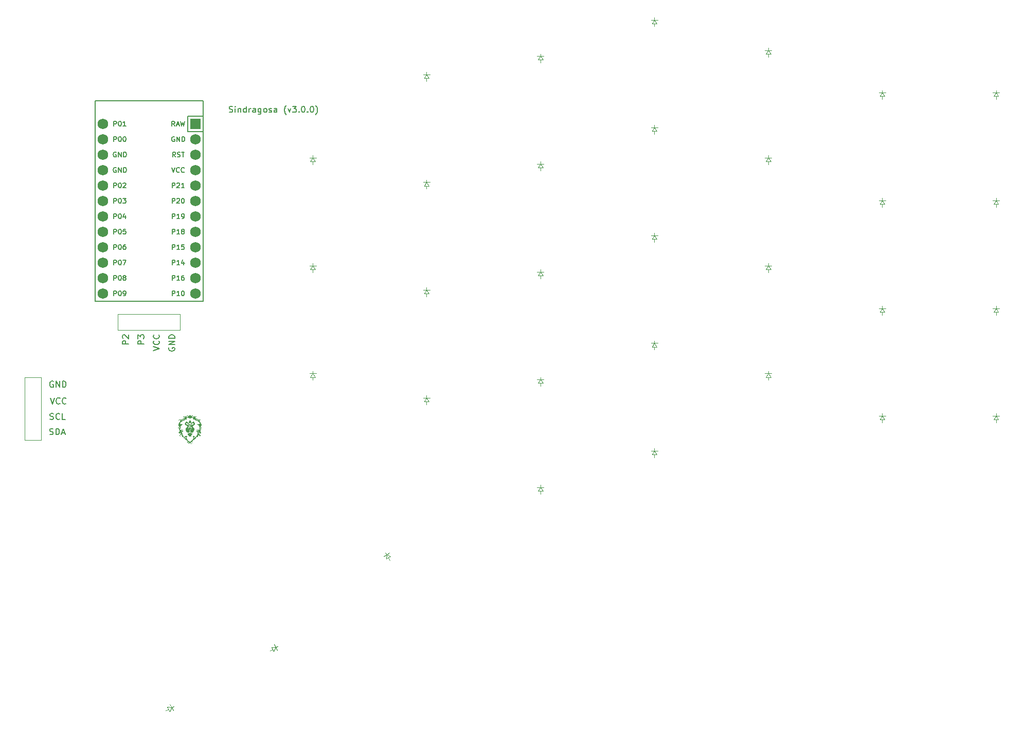
<source format=gbr>
%TF.GenerationSoftware,KiCad,Pcbnew,9.0.7*%
%TF.CreationDate,2026-01-28T22:47:06+01:00*%
%TF.ProjectId,board_right_finished,626f6172-645f-4726-9967-68745f66696e,v1.0.0*%
%TF.SameCoordinates,Original*%
%TF.FileFunction,Legend,Top*%
%TF.FilePolarity,Positive*%
%FSLAX46Y46*%
G04 Gerber Fmt 4.6, Leading zero omitted, Abs format (unit mm)*
G04 Created by KiCad (PCBNEW 9.0.7) date 2026-01-28 22:47:06*
%MOMM*%
%LPD*%
G01*
G04 APERTURE LIST*
%ADD10C,0.000000*%
%ADD11C,0.200000*%
%ADD12C,0.150000*%
%ADD13C,0.100000*%
%ADD14C,0.120000*%
%ADD15R,1.752600X1.752600*%
%ADD16C,1.752600*%
G04 APERTURE END LIST*
D10*
G36*
X140240026Y-136200375D02*
G01*
X140240990Y-136200445D01*
X140241961Y-136200572D01*
X140242971Y-136200763D01*
X140244052Y-136201024D01*
X140245238Y-136201363D01*
X140246560Y-136201787D01*
X140248052Y-136202303D01*
X140251673Y-136203640D01*
X140256362Y-136205430D01*
X140265698Y-136209110D01*
X140274600Y-136212833D01*
X140283141Y-136216647D01*
X140291395Y-136220604D01*
X140299438Y-136224750D01*
X140307342Y-136229136D01*
X140315184Y-136233811D01*
X140323037Y-136238823D01*
X140330975Y-136244223D01*
X140339073Y-136250058D01*
X140347406Y-136256379D01*
X140356048Y-136263233D01*
X140365073Y-136270671D01*
X140374555Y-136278741D01*
X140395191Y-136296976D01*
X140411748Y-136311825D01*
X140424541Y-136323082D01*
X140430390Y-136328108D01*
X140436334Y-136333132D01*
X140449890Y-136344362D01*
X140497303Y-136383404D01*
X140544716Y-136422471D01*
X140569546Y-136442935D01*
X140592207Y-136461590D01*
X140603348Y-136471104D01*
X140613551Y-136480547D01*
X140622812Y-136489913D01*
X140631127Y-136499194D01*
X140638494Y-136508384D01*
X140641821Y-136512942D01*
X140644909Y-136517475D01*
X140647759Y-136521982D01*
X140650370Y-136526461D01*
X140652741Y-136530911D01*
X140654872Y-136535333D01*
X140656764Y-136539725D01*
X140658414Y-136544086D01*
X140659823Y-136548415D01*
X140660991Y-136552711D01*
X140661917Y-136556974D01*
X140662601Y-136561203D01*
X140663042Y-136565396D01*
X140663240Y-136569553D01*
X140663195Y-136573673D01*
X140662905Y-136577755D01*
X140662372Y-136581799D01*
X140661594Y-136585802D01*
X140660570Y-136589765D01*
X140659302Y-136593686D01*
X140657787Y-136597565D01*
X140656027Y-136601401D01*
X140654637Y-136603997D01*
X140653103Y-136606464D01*
X140651431Y-136608801D01*
X140649627Y-136611007D01*
X140647699Y-136613080D01*
X140645654Y-136615019D01*
X140643499Y-136616824D01*
X140641241Y-136618492D01*
X140638886Y-136620024D01*
X140636443Y-136621417D01*
X140633917Y-136622670D01*
X140631317Y-136623783D01*
X140628648Y-136624755D01*
X140625919Y-136625583D01*
X140623135Y-136626268D01*
X140620305Y-136626807D01*
X140617434Y-136627200D01*
X140614531Y-136627446D01*
X140611602Y-136627543D01*
X140608653Y-136627490D01*
X140605693Y-136627286D01*
X140602728Y-136626931D01*
X140599765Y-136626422D01*
X140596811Y-136625759D01*
X140593874Y-136624940D01*
X140590959Y-136623965D01*
X140588075Y-136622832D01*
X140585228Y-136621540D01*
X140582425Y-136620088D01*
X140579674Y-136618474D01*
X140576980Y-136616699D01*
X140574352Y-136614760D01*
X140550779Y-136596439D01*
X140531655Y-136581869D01*
X140514961Y-136569736D01*
X140498675Y-136558728D01*
X140480775Y-136547531D01*
X140459240Y-136534833D01*
X140397180Y-136499676D01*
X140390378Y-136495805D01*
X140381961Y-136490969D01*
X140373530Y-136486135D01*
X140366716Y-136482261D01*
X140349022Y-136472194D01*
X140330148Y-136461322D01*
X140314237Y-136452045D01*
X140305428Y-136446760D01*
X140296202Y-136440992D01*
X140287421Y-136435827D01*
X140279075Y-136431263D01*
X140271156Y-136427298D01*
X140263656Y-136423930D01*
X140260060Y-136422470D01*
X140256566Y-136421158D01*
X140253172Y-136419995D01*
X140249878Y-136418979D01*
X140246682Y-136418112D01*
X140243584Y-136417393D01*
X140240582Y-136416821D01*
X140237675Y-136416397D01*
X140234862Y-136416120D01*
X140232143Y-136415989D01*
X140229515Y-136416006D01*
X140226979Y-136416169D01*
X140224532Y-136416478D01*
X140222175Y-136416933D01*
X140219905Y-136417534D01*
X140217722Y-136418280D01*
X140215625Y-136419172D01*
X140213613Y-136420209D01*
X140211684Y-136421392D01*
X140209838Y-136422718D01*
X140208074Y-136424190D01*
X140206390Y-136425805D01*
X140203752Y-136428766D01*
X140201500Y-136431880D01*
X140199640Y-136435212D01*
X140198174Y-136438825D01*
X140197107Y-136442784D01*
X140196443Y-136447154D01*
X140196186Y-136451998D01*
X140196341Y-136457380D01*
X140196911Y-136463365D01*
X140197900Y-136470017D01*
X140199313Y-136477401D01*
X140201154Y-136485579D01*
X140203427Y-136494617D01*
X140206135Y-136504579D01*
X140212876Y-136527530D01*
X140214074Y-136531565D01*
X140215300Y-136535860D01*
X140217696Y-136544705D01*
X140219788Y-136553011D01*
X140220633Y-136556633D01*
X140221298Y-136559725D01*
X140223196Y-136568510D01*
X140225331Y-136577160D01*
X140227803Y-136585979D01*
X140230713Y-136595273D01*
X140234161Y-136605348D01*
X140238248Y-136616509D01*
X140243074Y-136629062D01*
X140248739Y-136643311D01*
X140257322Y-136663149D01*
X140266325Y-136680964D01*
X140275823Y-136696786D01*
X140280781Y-136703958D01*
X140285892Y-136710644D01*
X140291164Y-136716846D01*
X140296607Y-136722569D01*
X140302230Y-136727816D01*
X140308043Y-136732591D01*
X140314055Y-136736898D01*
X140320275Y-136740740D01*
X140326713Y-136744121D01*
X140333378Y-136747045D01*
X140340280Y-136749516D01*
X140347428Y-136751537D01*
X140354832Y-136753113D01*
X140362500Y-136754246D01*
X140370443Y-136754941D01*
X140378669Y-136755202D01*
X140387188Y-136755031D01*
X140396009Y-136754434D01*
X140405143Y-136753413D01*
X140414597Y-136751972D01*
X140434507Y-136747847D01*
X140455815Y-136742089D01*
X140478596Y-136734727D01*
X140492380Y-136729855D01*
X140507044Y-136724420D01*
X140525331Y-136717383D01*
X140549986Y-136707700D01*
X140562632Y-136702781D01*
X140577143Y-136697236D01*
X140583187Y-136694936D01*
X140588085Y-136693018D01*
X140592164Y-136691326D01*
X140593998Y-136690517D01*
X140595751Y-136689706D01*
X140597462Y-136688874D01*
X140599174Y-136688001D01*
X140602762Y-136686057D01*
X140606841Y-136683718D01*
X140611740Y-136680829D01*
X140615869Y-136678453D01*
X140619859Y-136676308D01*
X140623704Y-136674395D01*
X140627396Y-136672715D01*
X140630927Y-136671271D01*
X140634291Y-136670064D01*
X140637479Y-136669095D01*
X140639005Y-136668700D01*
X140640484Y-136668365D01*
X140641916Y-136668091D01*
X140643300Y-136667877D01*
X140644634Y-136667724D01*
X140645917Y-136667632D01*
X140647150Y-136667601D01*
X140648330Y-136667631D01*
X140649457Y-136667723D01*
X140650531Y-136667876D01*
X140651549Y-136668091D01*
X140652511Y-136668368D01*
X140653417Y-136668708D01*
X140654265Y-136669110D01*
X140655054Y-136669574D01*
X140655783Y-136670102D01*
X140656452Y-136670692D01*
X140657060Y-136671346D01*
X140659726Y-136675088D01*
X140661961Y-136679443D01*
X140663766Y-136684379D01*
X140665145Y-136689867D01*
X140666098Y-136695873D01*
X140666628Y-136702369D01*
X140666737Y-136709322D01*
X140666428Y-136716702D01*
X140665701Y-136724478D01*
X140664561Y-136732618D01*
X140663007Y-136741093D01*
X140661044Y-136749869D01*
X140658672Y-136758918D01*
X140655894Y-136768208D01*
X140652712Y-136777707D01*
X140649128Y-136787385D01*
X140644016Y-136801151D01*
X140638169Y-136817697D01*
X140632938Y-136833123D01*
X140630975Y-136839199D01*
X140629672Y-136843532D01*
X140626856Y-136853414D01*
X140625336Y-136858609D01*
X140623988Y-136863117D01*
X140615280Y-136891849D01*
X140606985Y-136918832D01*
X140593938Y-136960191D01*
X140577642Y-137012265D01*
X140570930Y-137034212D01*
X140565748Y-137051581D01*
X140558148Y-137078039D01*
X140551515Y-137102119D01*
X140545681Y-137124436D01*
X140540478Y-137145606D01*
X140535635Y-137165790D01*
X140531994Y-137180336D01*
X140530340Y-137186592D01*
X140528648Y-137192756D01*
X140524691Y-137206559D01*
X140522630Y-137213863D01*
X140520742Y-137221020D01*
X140519030Y-137228011D01*
X140517497Y-137234816D01*
X140516144Y-137241419D01*
X140514973Y-137247800D01*
X140513988Y-137253940D01*
X140513189Y-137259822D01*
X140512580Y-137265427D01*
X140512163Y-137270735D01*
X140511940Y-137275730D01*
X140511913Y-137280391D01*
X140512085Y-137284701D01*
X140512457Y-137288642D01*
X140513033Y-137292194D01*
X140513813Y-137295339D01*
X140515029Y-137297373D01*
X140518158Y-137302020D01*
X140529309Y-137317957D01*
X140545579Y-137340763D01*
X140565283Y-137368048D01*
X140603577Y-137421060D01*
X140617234Y-137440167D01*
X140624634Y-137450730D01*
X140632373Y-137462074D01*
X140641534Y-137475157D01*
X140653181Y-137491484D01*
X140668378Y-137512561D01*
X140683564Y-137533884D01*
X140697432Y-137554066D01*
X140710013Y-137573184D01*
X140721341Y-137591316D01*
X140731446Y-137608539D01*
X140740362Y-137624931D01*
X140748120Y-137640569D01*
X140754753Y-137655532D01*
X140760294Y-137669896D01*
X140764774Y-137683740D01*
X140768225Y-137697141D01*
X140770681Y-137710177D01*
X140772173Y-137722925D01*
X140772733Y-137735463D01*
X140772394Y-137747869D01*
X140771188Y-137760220D01*
X140766035Y-137793112D01*
X140762938Y-137808898D01*
X140759499Y-137824239D01*
X140755721Y-137839131D01*
X140751606Y-137853570D01*
X140747157Y-137867551D01*
X140742379Y-137881072D01*
X140737274Y-137894128D01*
X140731845Y-137906715D01*
X140726094Y-137918829D01*
X140720027Y-137930467D01*
X140713644Y-137941624D01*
X140706950Y-137952296D01*
X140699948Y-137962480D01*
X140692640Y-137972172D01*
X140685031Y-137981367D01*
X140677122Y-137990062D01*
X140668917Y-137998252D01*
X140660419Y-138005934D01*
X140651631Y-138013105D01*
X140642557Y-138019759D01*
X140633199Y-138025893D01*
X140623561Y-138031503D01*
X140613646Y-138036585D01*
X140603456Y-138041136D01*
X140592995Y-138045150D01*
X140582266Y-138048625D01*
X140571272Y-138051557D01*
X140560016Y-138053940D01*
X140548502Y-138055773D01*
X140536732Y-138057049D01*
X140525617Y-138057779D01*
X140514729Y-138058082D01*
X140504050Y-138057953D01*
X140493563Y-138057388D01*
X140483253Y-138056383D01*
X140473102Y-138054933D01*
X140463095Y-138053035D01*
X140453214Y-138050683D01*
X140443443Y-138047874D01*
X140433766Y-138044603D01*
X140424166Y-138040866D01*
X140414627Y-138036658D01*
X140405131Y-138031976D01*
X140395663Y-138026814D01*
X140386205Y-138021169D01*
X140376742Y-138015037D01*
X140352865Y-137997487D01*
X140328735Y-137976953D01*
X140304568Y-137953770D01*
X140280582Y-137928277D01*
X140256995Y-137900809D01*
X140234025Y-137871704D01*
X140211888Y-137841300D01*
X140190803Y-137809933D01*
X140170987Y-137777940D01*
X140152658Y-137745658D01*
X140136033Y-137713424D01*
X140121330Y-137681576D01*
X140108766Y-137650451D01*
X140098560Y-137620385D01*
X140090928Y-137591715D01*
X140086088Y-137564779D01*
X140084323Y-137549369D01*
X140083058Y-137534167D01*
X140082292Y-137519172D01*
X140082026Y-137504385D01*
X140082259Y-137489807D01*
X140082991Y-137475436D01*
X140084223Y-137461275D01*
X140085954Y-137447322D01*
X140088185Y-137433577D01*
X140090914Y-137420042D01*
X140094142Y-137406716D01*
X140097870Y-137393599D01*
X140102096Y-137380692D01*
X140106820Y-137367994D01*
X140112044Y-137355507D01*
X140117766Y-137343229D01*
X140123986Y-137331161D01*
X140130705Y-137319304D01*
X140137922Y-137307657D01*
X140145638Y-137296221D01*
X140153851Y-137284995D01*
X140162563Y-137273981D01*
X140171773Y-137263177D01*
X140181481Y-137252585D01*
X140191686Y-137242205D01*
X140202389Y-137232036D01*
X140213590Y-137222078D01*
X140225289Y-137212333D01*
X140237485Y-137202800D01*
X140250179Y-137193479D01*
X140263370Y-137184371D01*
X140277058Y-137175475D01*
X140310378Y-137154472D01*
X140318671Y-137149264D01*
X140322972Y-137146588D01*
X140324779Y-137145182D01*
X140326574Y-137143206D01*
X140330108Y-137137668D01*
X140333536Y-137130225D01*
X140336817Y-137121127D01*
X140339912Y-137110628D01*
X140342780Y-137098977D01*
X140345383Y-137086427D01*
X140347679Y-137073228D01*
X140349630Y-137059632D01*
X140351195Y-137045890D01*
X140352335Y-137032254D01*
X140353010Y-137018975D01*
X140353179Y-137006304D01*
X140352803Y-136994493D01*
X140351843Y-136983792D01*
X140350258Y-136974454D01*
X140347928Y-136965108D01*
X140345221Y-136956377D01*
X140342092Y-136948221D01*
X140338499Y-136940601D01*
X140334400Y-136933477D01*
X140329750Y-136926812D01*
X140324507Y-136920564D01*
X140318628Y-136914695D01*
X140312070Y-136909165D01*
X140304790Y-136903936D01*
X140296746Y-136898967D01*
X140287893Y-136894219D01*
X140278190Y-136889654D01*
X140267593Y-136885231D01*
X140256059Y-136880912D01*
X140243546Y-136876656D01*
X140213496Y-136866864D01*
X140189999Y-136858495D01*
X140167277Y-136849054D01*
X140145405Y-136838613D01*
X140124461Y-136827242D01*
X140104521Y-136815012D01*
X140085661Y-136801993D01*
X140067958Y-136788258D01*
X140051488Y-136773876D01*
X140036327Y-136758919D01*
X140022551Y-136743457D01*
X140010238Y-136727562D01*
X140004654Y-136719474D01*
X139999463Y-136711304D01*
X139994677Y-136703061D01*
X139990304Y-136694753D01*
X139986353Y-136686391D01*
X139982835Y-136677982D01*
X139979759Y-136669536D01*
X139977135Y-136661061D01*
X139974971Y-136652566D01*
X139973278Y-136644061D01*
X139971120Y-136629439D01*
X139969760Y-136615233D01*
X139969243Y-136601311D01*
X139969611Y-136587542D01*
X139970907Y-136573794D01*
X139973177Y-136559937D01*
X139976463Y-136545840D01*
X139980809Y-136531370D01*
X139986258Y-136516397D01*
X139992854Y-136500790D01*
X140000641Y-136484418D01*
X140009661Y-136467148D01*
X140019960Y-136448851D01*
X140031580Y-136429395D01*
X140044564Y-136408648D01*
X140058958Y-136386480D01*
X140078182Y-136357334D01*
X140088717Y-136340593D01*
X140103038Y-136317492D01*
X140130163Y-136275529D01*
X140158229Y-136232458D01*
X140160404Y-136229657D01*
X140163112Y-136226885D01*
X140166311Y-136224159D01*
X140169961Y-136221496D01*
X140174021Y-136218913D01*
X140178451Y-136216427D01*
X140183210Y-136214054D01*
X140188258Y-136211813D01*
X140193554Y-136209719D01*
X140199058Y-136207790D01*
X140204729Y-136206042D01*
X140210526Y-136204494D01*
X140216409Y-136203161D01*
X140222337Y-136202060D01*
X140228270Y-136201209D01*
X140234167Y-136200625D01*
X140236848Y-136200434D01*
X140237988Y-136200377D01*
X140239036Y-136200355D01*
X140240026Y-136200375D01*
G37*
G36*
X140815650Y-137943136D02*
G01*
X140817843Y-137944407D01*
X140820279Y-137946356D01*
X140822966Y-137948994D01*
X140825909Y-137952329D01*
X140829116Y-137956373D01*
X140832595Y-137961134D01*
X140836352Y-137966624D01*
X140844730Y-137979826D01*
X140854306Y-137996057D01*
X140865137Y-138015399D01*
X140877280Y-138037929D01*
X140894734Y-138070863D01*
X140901926Y-138084011D01*
X140908425Y-138095155D01*
X140914477Y-138104448D01*
X140917412Y-138108449D01*
X140920329Y-138112046D01*
X140923258Y-138115258D01*
X140926229Y-138118104D01*
X140929274Y-138120604D01*
X140932423Y-138122777D01*
X140935707Y-138124642D01*
X140939158Y-138126219D01*
X140942806Y-138127528D01*
X140946682Y-138128587D01*
X140950816Y-138129416D01*
X140955240Y-138130035D01*
X140965081Y-138130718D01*
X140976452Y-138130792D01*
X140989598Y-138130411D01*
X141022207Y-138128905D01*
X141047840Y-138128100D01*
X141070993Y-138128170D01*
X141091751Y-138129187D01*
X141101259Y-138130073D01*
X141110201Y-138131222D01*
X141118587Y-138132643D01*
X141126429Y-138134345D01*
X141133736Y-138136336D01*
X141140520Y-138138627D01*
X141146792Y-138141225D01*
X141152562Y-138144139D01*
X141157842Y-138147379D01*
X141162641Y-138150952D01*
X141166971Y-138154869D01*
X141170843Y-138159137D01*
X141174267Y-138163766D01*
X141177254Y-138168764D01*
X141179815Y-138174141D01*
X141181960Y-138179904D01*
X141183702Y-138186064D01*
X141185049Y-138192629D01*
X141186013Y-138199607D01*
X141186605Y-138207008D01*
X141186836Y-138214840D01*
X141186716Y-138223113D01*
X141186257Y-138231835D01*
X141185468Y-138241014D01*
X141182946Y-138260783D01*
X141181285Y-138270722D01*
X141179345Y-138280232D01*
X141177083Y-138289393D01*
X141174452Y-138298285D01*
X141171410Y-138306988D01*
X141167910Y-138315583D01*
X141163909Y-138324149D01*
X141159362Y-138332766D01*
X141154224Y-138341515D01*
X141148451Y-138350474D01*
X141141997Y-138359725D01*
X141134818Y-138369348D01*
X141126871Y-138379422D01*
X141118109Y-138390027D01*
X141108488Y-138401243D01*
X141097964Y-138413151D01*
X141083100Y-138429980D01*
X141076588Y-138437549D01*
X141070634Y-138444635D01*
X141065197Y-138451297D01*
X141060233Y-138457595D01*
X141055702Y-138463588D01*
X141051561Y-138469337D01*
X141047768Y-138474901D01*
X141044281Y-138480340D01*
X141041060Y-138485713D01*
X141038061Y-138491080D01*
X141035242Y-138496502D01*
X141032562Y-138502037D01*
X141029980Y-138507746D01*
X141027452Y-138513688D01*
X141025572Y-138518851D01*
X141023870Y-138524980D01*
X141022293Y-138532446D01*
X141020787Y-138541625D01*
X141019296Y-138552890D01*
X141017768Y-138566613D01*
X141014378Y-138602933D01*
X141013514Y-138612547D01*
X141012648Y-138621456D01*
X141011777Y-138629671D01*
X141010899Y-138637203D01*
X141010011Y-138644064D01*
X141009110Y-138650267D01*
X141008196Y-138655822D01*
X141007264Y-138660743D01*
X141006313Y-138665040D01*
X141005339Y-138668726D01*
X141004844Y-138670343D01*
X141004342Y-138671812D01*
X141003833Y-138673134D01*
X141003317Y-138674311D01*
X141002794Y-138675344D01*
X141002263Y-138676234D01*
X141001724Y-138676983D01*
X141001177Y-138677592D01*
X141000622Y-138678064D01*
X141000057Y-138678398D01*
X140999484Y-138678598D01*
X140998901Y-138678664D01*
X140997273Y-138678580D01*
X140995639Y-138678328D01*
X140992355Y-138677328D01*
X140989054Y-138675672D01*
X140985742Y-138673368D01*
X140982423Y-138670424D01*
X140979102Y-138666849D01*
X140975786Y-138662649D01*
X140972478Y-138657834D01*
X140969185Y-138652412D01*
X140965911Y-138646390D01*
X140962662Y-138639777D01*
X140959442Y-138632581D01*
X140956258Y-138624810D01*
X140953113Y-138616472D01*
X140950014Y-138607575D01*
X140946966Y-138598127D01*
X140941019Y-138579071D01*
X140936288Y-138564164D01*
X140934303Y-138558064D01*
X140932531Y-138552758D01*
X140930943Y-138548166D01*
X140929508Y-138544206D01*
X140928196Y-138540798D01*
X140926978Y-138537861D01*
X140925823Y-138535314D01*
X140924700Y-138533076D01*
X140923581Y-138531067D01*
X140922435Y-138529205D01*
X140921231Y-138527409D01*
X140919940Y-138525599D01*
X140918960Y-138524354D01*
X140917927Y-138523230D01*
X140916843Y-138522226D01*
X140915712Y-138521341D01*
X140914537Y-138520574D01*
X140913320Y-138519923D01*
X140912064Y-138519388D01*
X140910774Y-138518967D01*
X140909451Y-138518659D01*
X140908098Y-138518464D01*
X140906720Y-138518381D01*
X140905319Y-138518408D01*
X140903897Y-138518544D01*
X140902458Y-138518788D01*
X140901005Y-138519139D01*
X140899541Y-138519596D01*
X140898069Y-138520159D01*
X140896593Y-138520825D01*
X140895114Y-138521594D01*
X140893636Y-138522466D01*
X140892163Y-138523438D01*
X140890697Y-138524509D01*
X140889241Y-138525680D01*
X140887798Y-138526948D01*
X140886372Y-138528313D01*
X140884965Y-138529773D01*
X140883580Y-138531327D01*
X140882221Y-138532976D01*
X140880891Y-138534716D01*
X140879591Y-138536548D01*
X140878327Y-138538470D01*
X140877100Y-138540481D01*
X140873292Y-138547472D01*
X140869591Y-138555384D01*
X140865890Y-138564527D01*
X140862088Y-138575209D01*
X140858078Y-138587738D01*
X140853758Y-138602422D01*
X140849022Y-138619572D01*
X140843768Y-138639494D01*
X140840859Y-138650637D01*
X140838209Y-138660572D01*
X140835788Y-138669366D01*
X140833564Y-138677086D01*
X140832516Y-138680565D01*
X140831506Y-138683800D01*
X140830529Y-138686801D01*
X140829582Y-138689575D01*
X140828662Y-138692132D01*
X140827763Y-138694479D01*
X140826882Y-138696625D01*
X140826016Y-138698578D01*
X140825160Y-138700346D01*
X140824310Y-138701939D01*
X140823463Y-138703364D01*
X140822614Y-138704630D01*
X140821760Y-138705746D01*
X140820897Y-138706719D01*
X140820021Y-138707558D01*
X140819128Y-138708272D01*
X140818214Y-138708868D01*
X140817275Y-138709356D01*
X140816307Y-138709744D01*
X140815307Y-138710040D01*
X140814270Y-138710252D01*
X140813193Y-138710389D01*
X140812072Y-138710460D01*
X140810902Y-138710472D01*
X140808690Y-138710339D01*
X140806634Y-138709952D01*
X140804707Y-138709243D01*
X140802878Y-138708143D01*
X140801119Y-138706584D01*
X140799400Y-138704497D01*
X140797693Y-138701813D01*
X140795967Y-138698463D01*
X140794195Y-138694380D01*
X140792348Y-138689495D01*
X140790395Y-138683739D01*
X140788308Y-138677043D01*
X140783614Y-138660559D01*
X140778036Y-138639494D01*
X140772782Y-138619572D01*
X140768047Y-138602422D01*
X140763726Y-138587737D01*
X140761689Y-138581223D01*
X140759717Y-138575208D01*
X140757796Y-138569656D01*
X140755914Y-138564527D01*
X140754058Y-138559782D01*
X140752214Y-138555384D01*
X140750370Y-138551293D01*
X140748512Y-138547472D01*
X140746628Y-138543881D01*
X140744705Y-138540481D01*
X140743478Y-138538470D01*
X140742213Y-138536548D01*
X140740914Y-138534716D01*
X140739583Y-138532976D01*
X140738224Y-138531327D01*
X140736840Y-138529773D01*
X140735433Y-138528313D01*
X140734007Y-138526948D01*
X140732564Y-138525680D01*
X140731108Y-138524509D01*
X140729642Y-138523438D01*
X140728168Y-138522466D01*
X140726691Y-138521594D01*
X140725212Y-138520825D01*
X140723735Y-138520159D01*
X140722263Y-138519596D01*
X140720799Y-138519139D01*
X140719347Y-138518788D01*
X140717908Y-138518544D01*
X140716486Y-138518408D01*
X140715084Y-138518381D01*
X140713706Y-138518464D01*
X140712354Y-138518659D01*
X140711031Y-138518967D01*
X140709740Y-138519388D01*
X140708485Y-138519923D01*
X140707268Y-138520574D01*
X140706092Y-138521341D01*
X140704961Y-138522226D01*
X140703878Y-138523230D01*
X140702844Y-138524354D01*
X140701865Y-138525599D01*
X140699370Y-138529205D01*
X140697104Y-138533077D01*
X140694827Y-138537861D01*
X140692297Y-138544206D01*
X140689274Y-138552758D01*
X140685517Y-138564164D01*
X140674838Y-138598127D01*
X140671790Y-138607575D01*
X140668691Y-138616472D01*
X140665547Y-138624810D01*
X140662362Y-138632581D01*
X140659143Y-138639777D01*
X140655893Y-138646390D01*
X140654259Y-138649476D01*
X140652619Y-138652412D01*
X140650975Y-138655199D01*
X140649326Y-138657834D01*
X140647674Y-138660318D01*
X140646019Y-138662649D01*
X140644361Y-138664826D01*
X140642702Y-138666849D01*
X140641042Y-138668715D01*
X140639382Y-138670424D01*
X140637722Y-138671976D01*
X140636063Y-138673368D01*
X140634405Y-138674601D01*
X140632750Y-138675672D01*
X140631098Y-138676582D01*
X140629449Y-138677328D01*
X140627805Y-138677911D01*
X140626165Y-138678328D01*
X140624531Y-138678580D01*
X140622904Y-138678664D01*
X140621747Y-138678398D01*
X140620627Y-138677592D01*
X140619541Y-138676234D01*
X140618488Y-138674311D01*
X140617463Y-138671812D01*
X140616465Y-138668726D01*
X140615492Y-138665040D01*
X140614541Y-138660743D01*
X140612694Y-138650267D01*
X140610906Y-138637203D01*
X140609157Y-138621456D01*
X140607427Y-138602933D01*
X140605658Y-138583170D01*
X140604037Y-138566613D01*
X140602508Y-138552890D01*
X140601761Y-138546974D01*
X140601017Y-138541625D01*
X140600270Y-138536799D01*
X140599511Y-138532447D01*
X140598735Y-138528523D01*
X140597934Y-138524980D01*
X140597102Y-138521772D01*
X140596233Y-138518851D01*
X140595318Y-138516172D01*
X140594353Y-138513688D01*
X140591825Y-138507746D01*
X140589242Y-138502037D01*
X140586562Y-138496502D01*
X140583744Y-138491080D01*
X140580745Y-138485713D01*
X140577523Y-138480340D01*
X140574037Y-138474901D01*
X140570244Y-138469337D01*
X140566103Y-138463588D01*
X140561572Y-138457595D01*
X140556608Y-138451297D01*
X140551170Y-138444635D01*
X140538705Y-138429980D01*
X140523840Y-138413151D01*
X140513316Y-138401243D01*
X140503696Y-138390027D01*
X140494934Y-138379422D01*
X140486986Y-138369348D01*
X140479808Y-138359725D01*
X140473354Y-138350474D01*
X140467580Y-138341515D01*
X140462442Y-138332766D01*
X140457895Y-138324149D01*
X140453894Y-138315583D01*
X140450395Y-138306988D01*
X140447352Y-138298285D01*
X140444722Y-138289393D01*
X140442459Y-138280232D01*
X140440519Y-138270722D01*
X140438858Y-138260783D01*
X140436337Y-138241014D01*
X140435088Y-138223113D01*
X140435199Y-138207008D01*
X140435791Y-138199607D01*
X140436756Y-138192629D01*
X140438103Y-138186064D01*
X140439844Y-138179904D01*
X140441990Y-138174141D01*
X140444551Y-138168764D01*
X140447538Y-138163766D01*
X140450962Y-138159137D01*
X140454833Y-138154869D01*
X140459164Y-138150952D01*
X140463963Y-138147379D01*
X140469242Y-138144139D01*
X140475013Y-138141225D01*
X140481284Y-138138627D01*
X140488069Y-138136336D01*
X140495376Y-138134345D01*
X140503217Y-138132643D01*
X140511604Y-138131222D01*
X140530053Y-138129187D01*
X140550811Y-138128170D01*
X140573964Y-138128100D01*
X140599598Y-138128905D01*
X140632207Y-138130411D01*
X140645353Y-138130792D01*
X140656723Y-138130718D01*
X140666564Y-138130035D01*
X140670988Y-138129416D01*
X140675123Y-138128587D01*
X140678999Y-138127528D01*
X140682646Y-138126219D01*
X140686097Y-138124642D01*
X140689382Y-138122777D01*
X140692531Y-138120604D01*
X140695576Y-138118104D01*
X140698547Y-138115258D01*
X140701475Y-138112046D01*
X140704392Y-138108449D01*
X140707328Y-138104448D01*
X140713380Y-138095155D01*
X140719879Y-138084011D01*
X140727071Y-138070863D01*
X140744524Y-138037929D01*
X140750763Y-138026260D01*
X140756667Y-138015399D01*
X140762243Y-138005335D01*
X140767498Y-137996058D01*
X140772440Y-137987558D01*
X140777074Y-137979826D01*
X140781409Y-137972852D01*
X140785452Y-137966625D01*
X140789209Y-137961135D01*
X140792687Y-137956374D01*
X140795895Y-137952330D01*
X140797399Y-137950575D01*
X140798838Y-137948995D01*
X140800213Y-137947589D01*
X140801524Y-137946357D01*
X140802773Y-137945297D01*
X140803961Y-137944408D01*
X140805087Y-137943688D01*
X140806154Y-137943136D01*
X140807162Y-137942752D01*
X140808112Y-137942534D01*
X140813692Y-137942534D01*
X140815650Y-137943136D01*
G37*
G36*
X141452558Y-138777631D02*
G01*
X141455388Y-138777924D01*
X141458249Y-138778366D01*
X141461141Y-138778957D01*
X141464062Y-138779696D01*
X141467011Y-138780584D01*
X141469986Y-138781621D01*
X141472986Y-138782808D01*
X141476009Y-138784143D01*
X141479053Y-138785629D01*
X141482119Y-138787264D01*
X141485203Y-138789048D01*
X141488304Y-138790983D01*
X141491803Y-138793354D01*
X141494953Y-138795739D01*
X141497769Y-138798177D01*
X141500265Y-138800706D01*
X141502454Y-138803366D01*
X141504350Y-138806195D01*
X141505967Y-138809232D01*
X141507319Y-138812515D01*
X141508419Y-138816084D01*
X141509282Y-138819978D01*
X141509921Y-138824235D01*
X141510349Y-138828893D01*
X141510582Y-138833993D01*
X141510632Y-138839572D01*
X141510514Y-138845669D01*
X141510241Y-138852324D01*
X141509934Y-138859847D01*
X141509771Y-138867092D01*
X141509747Y-138873928D01*
X141509858Y-138880222D01*
X141510100Y-138885843D01*
X141510467Y-138890661D01*
X141510696Y-138892728D01*
X141510956Y-138894544D01*
X141511244Y-138896094D01*
X141511561Y-138897360D01*
X141511811Y-138897827D01*
X141512317Y-138898398D01*
X141513080Y-138899075D01*
X141514102Y-138899857D01*
X141516933Y-138901747D01*
X141520826Y-138904076D01*
X141525797Y-138906854D01*
X141531863Y-138910091D01*
X141539041Y-138913797D01*
X141547347Y-138917979D01*
X141555670Y-138922210D01*
X141563141Y-138926211D01*
X141569818Y-138930055D01*
X141575756Y-138933815D01*
X141581013Y-138937564D01*
X141585644Y-138941375D01*
X141587743Y-138943327D01*
X141589707Y-138945321D01*
X141591542Y-138947368D01*
X141593257Y-138949476D01*
X141594858Y-138951654D01*
X141596351Y-138953912D01*
X141597746Y-138956258D01*
X141599047Y-138958702D01*
X141600263Y-138961253D01*
X141601400Y-138963920D01*
X141603467Y-138969639D01*
X141605304Y-138975931D01*
X141606968Y-138982871D01*
X141608516Y-138990530D01*
X141610004Y-138998982D01*
X141611135Y-139007806D01*
X141611665Y-139016968D01*
X141611620Y-139026427D01*
X141611021Y-139036142D01*
X141609893Y-139046073D01*
X141608258Y-139056179D01*
X141606142Y-139066421D01*
X141603567Y-139076757D01*
X141600556Y-139087147D01*
X141597134Y-139097551D01*
X141593323Y-139107928D01*
X141589147Y-139118238D01*
X141584631Y-139128440D01*
X141579796Y-139138494D01*
X141574667Y-139148359D01*
X141569268Y-139157995D01*
X141563622Y-139167362D01*
X141557751Y-139176418D01*
X141551681Y-139185124D01*
X141545434Y-139193439D01*
X141539034Y-139201322D01*
X141532505Y-139208733D01*
X141525869Y-139215632D01*
X141519151Y-139221978D01*
X141512374Y-139227730D01*
X141505562Y-139232849D01*
X141498737Y-139237294D01*
X141491924Y-139241023D01*
X141485146Y-139243998D01*
X141478427Y-139246176D01*
X141471790Y-139247519D01*
X141465259Y-139247985D01*
X141459293Y-139247883D01*
X141454096Y-139247517D01*
X141451785Y-139247224D01*
X141449665Y-139246853D01*
X141447735Y-139246399D01*
X141445996Y-139245858D01*
X141444446Y-139245225D01*
X141443085Y-139244497D01*
X141441913Y-139243670D01*
X141440930Y-139242738D01*
X141440135Y-139241698D01*
X141439527Y-139240545D01*
X141439107Y-139239276D01*
X141438873Y-139237886D01*
X141438826Y-139236371D01*
X141438965Y-139234727D01*
X141439289Y-139232949D01*
X141439798Y-139231034D01*
X141440492Y-139228976D01*
X141441370Y-139226772D01*
X141443677Y-139221909D01*
X141446717Y-139216411D01*
X141450485Y-139210243D01*
X141454979Y-139203373D01*
X141460194Y-139195765D01*
X141467792Y-139184628D01*
X141474614Y-139174074D01*
X141480674Y-139164051D01*
X141485986Y-139154509D01*
X141490562Y-139145399D01*
X141494417Y-139136670D01*
X141497562Y-139128272D01*
X141500013Y-139120154D01*
X141500982Y-139116184D01*
X141501782Y-139112266D01*
X141502414Y-139108392D01*
X141502881Y-139104557D01*
X141503185Y-139100755D01*
X141503326Y-139096978D01*
X141503307Y-139093222D01*
X141503129Y-139089478D01*
X141502794Y-139085742D01*
X141502303Y-139082007D01*
X141500862Y-139074514D01*
X141498819Y-139066950D01*
X141496187Y-139059263D01*
X141494363Y-139054765D01*
X141493411Y-139052674D01*
X141492431Y-139050687D01*
X141491424Y-139048805D01*
X141490388Y-139047027D01*
X141489325Y-139045352D01*
X141488232Y-139043782D01*
X141487110Y-139042315D01*
X141485958Y-139040952D01*
X141484777Y-139039692D01*
X141483564Y-139038535D01*
X141482322Y-139037480D01*
X141481047Y-139036529D01*
X141479742Y-139035680D01*
X141478404Y-139034933D01*
X141477034Y-139034288D01*
X141475631Y-139033745D01*
X141474196Y-139033304D01*
X141472726Y-139032964D01*
X141471223Y-139032725D01*
X141469685Y-139032588D01*
X141468113Y-139032552D01*
X141466506Y-139032616D01*
X141464863Y-139032780D01*
X141463185Y-139033046D01*
X141461470Y-139033411D01*
X141459719Y-139033876D01*
X141457930Y-139034441D01*
X141456105Y-139035105D01*
X141454241Y-139035869D01*
X141452340Y-139036732D01*
X141446902Y-139039638D01*
X141441676Y-139043138D01*
X141436616Y-139047324D01*
X141431670Y-139052290D01*
X141426792Y-139058129D01*
X141421932Y-139064933D01*
X141417042Y-139072798D01*
X141412073Y-139081815D01*
X141406977Y-139092078D01*
X141401704Y-139103680D01*
X141396205Y-139116715D01*
X141390434Y-139131276D01*
X141377875Y-139165348D01*
X141363637Y-139206643D01*
X141356423Y-139227880D01*
X141350059Y-139246190D01*
X141344384Y-139261985D01*
X141339241Y-139275677D01*
X141334469Y-139287677D01*
X141329911Y-139298397D01*
X141325406Y-139308249D01*
X141320797Y-139317644D01*
X141318657Y-139321389D01*
X141315421Y-139326402D01*
X141306233Y-139339504D01*
X141294367Y-139355498D01*
X141280963Y-139372926D01*
X141267155Y-139390335D01*
X141254080Y-139406270D01*
X141242876Y-139419276D01*
X141238330Y-139424225D01*
X141234678Y-139427897D01*
X141231097Y-139431297D01*
X141227884Y-139434409D01*
X141225068Y-139437205D01*
X141222674Y-139439656D01*
X141221645Y-139440743D01*
X141220732Y-139441733D01*
X141219938Y-139442623D01*
X141219268Y-139443409D01*
X141218724Y-139444087D01*
X141218309Y-139444654D01*
X141218028Y-139445106D01*
X141217938Y-139445288D01*
X141217884Y-139445440D01*
X141217585Y-139446902D01*
X141217358Y-139448868D01*
X141217109Y-139454142D01*
X141217121Y-139460923D01*
X141217379Y-139468869D01*
X141217869Y-139477642D01*
X141218573Y-139486901D01*
X141219479Y-139496305D01*
X141220569Y-139505514D01*
X141222187Y-139518144D01*
X141223436Y-139528716D01*
X141224343Y-139537714D01*
X141224939Y-139545625D01*
X141225251Y-139552934D01*
X141225309Y-139560126D01*
X141225142Y-139567688D01*
X141224779Y-139576105D01*
X141223892Y-139596508D01*
X141223203Y-139616696D01*
X141222914Y-139622972D01*
X141222390Y-139629198D01*
X141221639Y-139635364D01*
X141220666Y-139641460D01*
X141219480Y-139647477D01*
X141218088Y-139653405D01*
X141216495Y-139659233D01*
X141214710Y-139664953D01*
X141212739Y-139670554D01*
X141210589Y-139676027D01*
X141208268Y-139681362D01*
X141205781Y-139686550D01*
X141203137Y-139691579D01*
X141200341Y-139696441D01*
X141197402Y-139701127D01*
X141194326Y-139705625D01*
X141191120Y-139709926D01*
X141187791Y-139714021D01*
X141184346Y-139717900D01*
X141180791Y-139721553D01*
X141177135Y-139724970D01*
X141173384Y-139728142D01*
X141169544Y-139731059D01*
X141165624Y-139733710D01*
X141161629Y-139736087D01*
X141157567Y-139738179D01*
X141153445Y-139739976D01*
X141149270Y-139741470D01*
X141145048Y-139742650D01*
X141140787Y-139743506D01*
X141136494Y-139744028D01*
X141132176Y-139744208D01*
X141129845Y-139744101D01*
X141127888Y-139743767D01*
X141127051Y-139743510D01*
X141126309Y-139743189D01*
X141125662Y-139742803D01*
X141125112Y-139742350D01*
X141124658Y-139741827D01*
X141124301Y-139741233D01*
X141124042Y-139740565D01*
X141123882Y-139739822D01*
X141123820Y-139739001D01*
X141123857Y-139738100D01*
X141123994Y-139737117D01*
X141124232Y-139736049D01*
X141125010Y-139733655D01*
X141126197Y-139730898D01*
X141127795Y-139727764D01*
X141129811Y-139724235D01*
X141132247Y-139720295D01*
X141135108Y-139715926D01*
X141138399Y-139711113D01*
X141142123Y-139705838D01*
X141146646Y-139699460D01*
X141150732Y-139693569D01*
X141154403Y-139688121D01*
X141157679Y-139683073D01*
X141160578Y-139678382D01*
X141163121Y-139674005D01*
X141165328Y-139669899D01*
X141167218Y-139666021D01*
X141168812Y-139662327D01*
X141170129Y-139658774D01*
X141171190Y-139655320D01*
X141172013Y-139651921D01*
X141172620Y-139648534D01*
X141173029Y-139645115D01*
X141173261Y-139641623D01*
X141173336Y-139638013D01*
X141173015Y-139631366D01*
X141172059Y-139625067D01*
X141170492Y-139619119D01*
X141168336Y-139613524D01*
X141165615Y-139608286D01*
X141162353Y-139603406D01*
X141158572Y-139598889D01*
X141154296Y-139594737D01*
X141149549Y-139590952D01*
X141144354Y-139587539D01*
X141138734Y-139584499D01*
X141132713Y-139581835D01*
X141126313Y-139579551D01*
X141119559Y-139577650D01*
X141112474Y-139576133D01*
X141105081Y-139575005D01*
X141089465Y-139573925D01*
X141072897Y-139574431D01*
X141055566Y-139576548D01*
X141037658Y-139580298D01*
X141019360Y-139585705D01*
X141000858Y-139592792D01*
X140982341Y-139601582D01*
X140963995Y-139612097D01*
X140955828Y-139617385D01*
X140952110Y-139619937D01*
X140948637Y-139622435D01*
X140945405Y-139624882D01*
X140942414Y-139627282D01*
X140939663Y-139629639D01*
X140937152Y-139631957D01*
X140934878Y-139634241D01*
X140932842Y-139636494D01*
X140931042Y-139638721D01*
X140929477Y-139640926D01*
X140928146Y-139643113D01*
X140927049Y-139645285D01*
X140926183Y-139647448D01*
X140925549Y-139649605D01*
X140925145Y-139651761D01*
X140924970Y-139653919D01*
X140925024Y-139656083D01*
X140925305Y-139658258D01*
X140925812Y-139660448D01*
X140926544Y-139662657D01*
X140927500Y-139664889D01*
X140928680Y-139667148D01*
X140930082Y-139669438D01*
X140931705Y-139671764D01*
X140933549Y-139674129D01*
X140935612Y-139676538D01*
X140937893Y-139678995D01*
X140940392Y-139681503D01*
X140943107Y-139684067D01*
X140946037Y-139686692D01*
X140960826Y-139700399D01*
X140974660Y-139714774D01*
X140987490Y-139729699D01*
X140999269Y-139745059D01*
X141009949Y-139760735D01*
X141019483Y-139776612D01*
X141027824Y-139792572D01*
X141034923Y-139808498D01*
X141040733Y-139824275D01*
X141045208Y-139839784D01*
X141048298Y-139854909D01*
X141049309Y-139862290D01*
X141049957Y-139869533D01*
X141050235Y-139876620D01*
X141050137Y-139883539D01*
X141049658Y-139890274D01*
X141048791Y-139896810D01*
X141047530Y-139903134D01*
X141045871Y-139909231D01*
X141043805Y-139915085D01*
X141041329Y-139920682D01*
X141039508Y-139924220D01*
X141037743Y-139927164D01*
X141035951Y-139929463D01*
X141035020Y-139930355D01*
X141034052Y-139931065D01*
X141033038Y-139931589D01*
X141031966Y-139931918D01*
X141030827Y-139932048D01*
X141029611Y-139931970D01*
X141028307Y-139931680D01*
X141026906Y-139931169D01*
X141025397Y-139930432D01*
X141023770Y-139929462D01*
X141020124Y-139926798D01*
X141015884Y-139923124D01*
X141010972Y-139918388D01*
X141005305Y-139912539D01*
X140998803Y-139905524D01*
X140991385Y-139897292D01*
X140973477Y-139876964D01*
X140957037Y-139858292D01*
X140941710Y-139841165D01*
X140927437Y-139825537D01*
X140914158Y-139811362D01*
X140901816Y-139798595D01*
X140890350Y-139787188D01*
X140879702Y-139777095D01*
X140869812Y-139768272D01*
X140860622Y-139760671D01*
X140852071Y-139754247D01*
X140848018Y-139751461D01*
X140844102Y-139748953D01*
X140840317Y-139746715D01*
X140836655Y-139744743D01*
X140833108Y-139743030D01*
X140829670Y-139741572D01*
X140826333Y-139740361D01*
X140823090Y-139739392D01*
X140819932Y-139738660D01*
X140816853Y-139738159D01*
X140813846Y-139737883D01*
X140810903Y-139737826D01*
X140804952Y-139738159D01*
X140798716Y-139739392D01*
X140792135Y-139741572D01*
X140785151Y-139744743D01*
X140777703Y-139748953D01*
X140769734Y-139754247D01*
X140761184Y-139760671D01*
X140751993Y-139768272D01*
X140742104Y-139777095D01*
X140731455Y-139787188D01*
X140719990Y-139798595D01*
X140707647Y-139811362D01*
X140680096Y-139841165D01*
X140648329Y-139876964D01*
X140638836Y-139887789D01*
X140630421Y-139897292D01*
X140623003Y-139905524D01*
X140619643Y-139909181D01*
X140616501Y-139912539D01*
X140613569Y-139915606D01*
X140610834Y-139918388D01*
X140608289Y-139920892D01*
X140605922Y-139923124D01*
X140603723Y-139925090D01*
X140601683Y-139926798D01*
X140599790Y-139928253D01*
X140598036Y-139929462D01*
X140596409Y-139930432D01*
X140594900Y-139931169D01*
X140594187Y-139931452D01*
X140593499Y-139931680D01*
X140592835Y-139931852D01*
X140592195Y-139931970D01*
X140591577Y-139932035D01*
X140590979Y-139932048D01*
X140590400Y-139932009D01*
X140589840Y-139931918D01*
X140589296Y-139931778D01*
X140588768Y-139931589D01*
X140588254Y-139931351D01*
X140587754Y-139931065D01*
X140587264Y-139930733D01*
X140586786Y-139930355D01*
X140585855Y-139929463D01*
X140584951Y-139928397D01*
X140584063Y-139927164D01*
X140583182Y-139925769D01*
X140582298Y-139924220D01*
X140581399Y-139922522D01*
X140580477Y-139920682D01*
X140578001Y-139915085D01*
X140575935Y-139909231D01*
X140574276Y-139903134D01*
X140573015Y-139896810D01*
X140572148Y-139890274D01*
X140571669Y-139883539D01*
X140571571Y-139876620D01*
X140571849Y-139869533D01*
X140573508Y-139854909D01*
X140576598Y-139839784D01*
X140581072Y-139824275D01*
X140586883Y-139808498D01*
X140593982Y-139792572D01*
X140602323Y-139776612D01*
X140611857Y-139760735D01*
X140622537Y-139745059D01*
X140634316Y-139729699D01*
X140647146Y-139714774D01*
X140660980Y-139700399D01*
X140675769Y-139686692D01*
X140678699Y-139684067D01*
X140681414Y-139681503D01*
X140683913Y-139678995D01*
X140686194Y-139676538D01*
X140688257Y-139674129D01*
X140690100Y-139671764D01*
X140691724Y-139669438D01*
X140693126Y-139667148D01*
X140694306Y-139664889D01*
X140695262Y-139662657D01*
X140695994Y-139660448D01*
X140696501Y-139658258D01*
X140696782Y-139656083D01*
X140696835Y-139653919D01*
X140696661Y-139651761D01*
X140696257Y-139649605D01*
X140695623Y-139647448D01*
X140694757Y-139645285D01*
X140693660Y-139643113D01*
X140692329Y-139640926D01*
X140690764Y-139638721D01*
X140688964Y-139636494D01*
X140686928Y-139634241D01*
X140684654Y-139631957D01*
X140682143Y-139629639D01*
X140679392Y-139627282D01*
X140676401Y-139624882D01*
X140673169Y-139622435D01*
X140665978Y-139617385D01*
X140657811Y-139612097D01*
X140648671Y-139606622D01*
X140639465Y-139601582D01*
X140630216Y-139596972D01*
X140620948Y-139592792D01*
X140611683Y-139589037D01*
X140602446Y-139585705D01*
X140593260Y-139582793D01*
X140584148Y-139580298D01*
X140575134Y-139578218D01*
X140566240Y-139576548D01*
X140557490Y-139575287D01*
X140548909Y-139574431D01*
X140540518Y-139573978D01*
X140532341Y-139573925D01*
X140524403Y-139574268D01*
X140516725Y-139575005D01*
X140509332Y-139576133D01*
X140502247Y-139577650D01*
X140495493Y-139579551D01*
X140489093Y-139581835D01*
X140483072Y-139584499D01*
X140477452Y-139587539D01*
X140472257Y-139590952D01*
X140467509Y-139594737D01*
X140463234Y-139598889D01*
X140459453Y-139603406D01*
X140456191Y-139608286D01*
X140453470Y-139613524D01*
X140451314Y-139619119D01*
X140449746Y-139625067D01*
X140448790Y-139631366D01*
X140448470Y-139638013D01*
X140448544Y-139641623D01*
X140448776Y-139645115D01*
X140449186Y-139648534D01*
X140449792Y-139651921D01*
X140450616Y-139655320D01*
X140451677Y-139658774D01*
X140452994Y-139662327D01*
X140454588Y-139666021D01*
X140456478Y-139669899D01*
X140458685Y-139674005D01*
X140461228Y-139678382D01*
X140464127Y-139683073D01*
X140467403Y-139688121D01*
X140471074Y-139693569D01*
X140479683Y-139705838D01*
X140483407Y-139711113D01*
X140486698Y-139715926D01*
X140488182Y-139718165D01*
X140489559Y-139720295D01*
X140490830Y-139722318D01*
X140491995Y-139724235D01*
X140493055Y-139726050D01*
X140494011Y-139727764D01*
X140494862Y-139729380D01*
X140495609Y-139730898D01*
X140496254Y-139732323D01*
X140496796Y-139733655D01*
X140497236Y-139734896D01*
X140497574Y-139736049D01*
X140497812Y-139737117D01*
X140497949Y-139738100D01*
X140497986Y-139739001D01*
X140497924Y-139739822D01*
X140497856Y-139740203D01*
X140497764Y-139740565D01*
X140497646Y-139740909D01*
X140497505Y-139741233D01*
X140497339Y-139741539D01*
X140497148Y-139741827D01*
X140496933Y-139742098D01*
X140496694Y-139742350D01*
X140496431Y-139742585D01*
X140496144Y-139742803D01*
X140495497Y-139743189D01*
X140494755Y-139743510D01*
X140493918Y-139743767D01*
X140492987Y-139743964D01*
X140491961Y-139744101D01*
X140490842Y-139744182D01*
X140489630Y-139744208D01*
X140485312Y-139744028D01*
X140481019Y-139743506D01*
X140476758Y-139742650D01*
X140472536Y-139741470D01*
X140468361Y-139739976D01*
X140464239Y-139738179D01*
X140460177Y-139736087D01*
X140456182Y-139733710D01*
X140452262Y-139731059D01*
X140448422Y-139728142D01*
X140441015Y-139721553D01*
X140434015Y-139714021D01*
X140427480Y-139705625D01*
X140421465Y-139696441D01*
X140416025Y-139686550D01*
X140411217Y-139676027D01*
X140407096Y-139664953D01*
X140403718Y-139653405D01*
X140401140Y-139641460D01*
X140399416Y-139629198D01*
X140398603Y-139616696D01*
X140397914Y-139596508D01*
X140397027Y-139576105D01*
X140396664Y-139567688D01*
X140396496Y-139560126D01*
X140396554Y-139552934D01*
X140396867Y-139545625D01*
X140397462Y-139537714D01*
X140398370Y-139528716D01*
X140399619Y-139518144D01*
X140401237Y-139505514D01*
X140402326Y-139496305D01*
X140403231Y-139486901D01*
X140403935Y-139477642D01*
X140404425Y-139468869D01*
X140404684Y-139460923D01*
X140404697Y-139454142D01*
X140404606Y-139451295D01*
X140404448Y-139448868D01*
X140404221Y-139446902D01*
X140403922Y-139445440D01*
X140403778Y-139445106D01*
X140403497Y-139444654D01*
X140403083Y-139444087D01*
X140402538Y-139443409D01*
X140401074Y-139441734D01*
X140399131Y-139439656D01*
X140396738Y-139437205D01*
X140393921Y-139434409D01*
X140390709Y-139431297D01*
X140387128Y-139427897D01*
X140383475Y-139424225D01*
X140378930Y-139419275D01*
X140367725Y-139406270D01*
X140354651Y-139390335D01*
X140340843Y-139372926D01*
X140327439Y-139355497D01*
X140315574Y-139339504D01*
X140306385Y-139326402D01*
X140303150Y-139321389D01*
X140301009Y-139317644D01*
X140296400Y-139308249D01*
X140291896Y-139298397D01*
X140287337Y-139287677D01*
X140282566Y-139275677D01*
X140277422Y-139261985D01*
X140271747Y-139246190D01*
X140258169Y-139206643D01*
X140250816Y-139185046D01*
X140243932Y-139165348D01*
X140237467Y-139147456D01*
X140231373Y-139131276D01*
X140225601Y-139116715D01*
X140220103Y-139103680D01*
X140214830Y-139092078D01*
X140212263Y-139086784D01*
X140209733Y-139081815D01*
X140207236Y-139077156D01*
X140204764Y-139072798D01*
X140202312Y-139068727D01*
X140199874Y-139064933D01*
X140197444Y-139061404D01*
X140195014Y-139058129D01*
X140192581Y-139055094D01*
X140190136Y-139052290D01*
X140187675Y-139049704D01*
X140185191Y-139047324D01*
X140182678Y-139045140D01*
X140180130Y-139043138D01*
X140177541Y-139041308D01*
X140174905Y-139039638D01*
X140172216Y-139038117D01*
X140169467Y-139036732D01*
X140167565Y-139035869D01*
X140165702Y-139035105D01*
X140163876Y-139034441D01*
X140162088Y-139033876D01*
X140160337Y-139033411D01*
X140158622Y-139033046D01*
X140156943Y-139032780D01*
X140155301Y-139032616D01*
X140153693Y-139032552D01*
X140152121Y-139032588D01*
X140150584Y-139032725D01*
X140149080Y-139032964D01*
X140147611Y-139033304D01*
X140146175Y-139033745D01*
X140144772Y-139034288D01*
X140143402Y-139034933D01*
X140142065Y-139035680D01*
X140140759Y-139036529D01*
X140139485Y-139037480D01*
X140138242Y-139038535D01*
X140137030Y-139039692D01*
X140135848Y-139040952D01*
X140134696Y-139042315D01*
X140133574Y-139043782D01*
X140132482Y-139045352D01*
X140131418Y-139047027D01*
X140130382Y-139048805D01*
X140129375Y-139050687D01*
X140128395Y-139052674D01*
X140127443Y-139054765D01*
X140125619Y-139059263D01*
X140122987Y-139066950D01*
X140120944Y-139074514D01*
X140119503Y-139082007D01*
X140118677Y-139089478D01*
X140118480Y-139096978D01*
X140118925Y-139104557D01*
X140120025Y-139112266D01*
X140121793Y-139120154D01*
X140124244Y-139128272D01*
X140127389Y-139136670D01*
X140131244Y-139145399D01*
X140135820Y-139154509D01*
X140141132Y-139164051D01*
X140147192Y-139174074D01*
X140154014Y-139184628D01*
X140161612Y-139195765D01*
X140166827Y-139203373D01*
X140171321Y-139210243D01*
X140175089Y-139216411D01*
X140176700Y-139219242D01*
X140178129Y-139221909D01*
X140179374Y-139224418D01*
X140180436Y-139226772D01*
X140181314Y-139228976D01*
X140182008Y-139231034D01*
X140182517Y-139232949D01*
X140182842Y-139234727D01*
X140182980Y-139236371D01*
X140182933Y-139237886D01*
X140182699Y-139239276D01*
X140182279Y-139240545D01*
X140181671Y-139241698D01*
X140180876Y-139242738D01*
X140179893Y-139243670D01*
X140178721Y-139244497D01*
X140177361Y-139245225D01*
X140175811Y-139245858D01*
X140174071Y-139246399D01*
X140172142Y-139246853D01*
X140170021Y-139247224D01*
X140167710Y-139247517D01*
X140165208Y-139247735D01*
X140162513Y-139247883D01*
X140156548Y-139247985D01*
X140150016Y-139247519D01*
X140143379Y-139246177D01*
X140136660Y-139243998D01*
X140129882Y-139241024D01*
X140123069Y-139237294D01*
X140116245Y-139232849D01*
X140109432Y-139227731D01*
X140102655Y-139221978D01*
X140089301Y-139208733D01*
X140076372Y-139193439D01*
X140064055Y-139176418D01*
X140052538Y-139157996D01*
X140042010Y-139138494D01*
X140032659Y-139118238D01*
X140024672Y-139097551D01*
X140018239Y-139076757D01*
X140013547Y-139056179D01*
X140010785Y-139036142D01*
X140010186Y-139026427D01*
X140010141Y-139016968D01*
X140010671Y-139007806D01*
X140011802Y-138998982D01*
X140013290Y-138990530D01*
X140014838Y-138982871D01*
X140016502Y-138975932D01*
X140018339Y-138969639D01*
X140020406Y-138963920D01*
X140021543Y-138961253D01*
X140022759Y-138958702D01*
X140024061Y-138956258D01*
X140025455Y-138953912D01*
X140026949Y-138951654D01*
X140028549Y-138949476D01*
X140030264Y-138947368D01*
X140032100Y-138945322D01*
X140034063Y-138943327D01*
X140036162Y-138941375D01*
X140038403Y-138939458D01*
X140040794Y-138937564D01*
X140046050Y-138933815D01*
X140051988Y-138930056D01*
X140058665Y-138926212D01*
X140066137Y-138922211D01*
X140074460Y-138917979D01*
X140082765Y-138913797D01*
X140089943Y-138910091D01*
X140093114Y-138908415D01*
X140096009Y-138906854D01*
X140098631Y-138905408D01*
X140100981Y-138904076D01*
X140103061Y-138902855D01*
X140104873Y-138901746D01*
X140106420Y-138900747D01*
X140107704Y-138899857D01*
X140108726Y-138899074D01*
X140109489Y-138898398D01*
X140109774Y-138898099D01*
X140109995Y-138897827D01*
X140110152Y-138897581D01*
X140110246Y-138897360D01*
X140110563Y-138896093D01*
X140110852Y-138894544D01*
X140111341Y-138890661D01*
X140111709Y-138885843D01*
X140111950Y-138880221D01*
X140112061Y-138873927D01*
X140112037Y-138867092D01*
X140111873Y-138859847D01*
X140111566Y-138852324D01*
X140111292Y-138845669D01*
X140111174Y-138839572D01*
X140111224Y-138833993D01*
X140111317Y-138831385D01*
X140111457Y-138828893D01*
X140111646Y-138826511D01*
X140111886Y-138824234D01*
X140112178Y-138822058D01*
X140112525Y-138819978D01*
X140112927Y-138817988D01*
X140113387Y-138816084D01*
X140113907Y-138814261D01*
X140114488Y-138812515D01*
X140115131Y-138810840D01*
X140115839Y-138809231D01*
X140116614Y-138807684D01*
X140117456Y-138806194D01*
X140118369Y-138804756D01*
X140119353Y-138803366D01*
X140120410Y-138802017D01*
X140121541Y-138800706D01*
X140122750Y-138799428D01*
X140124037Y-138798177D01*
X140125404Y-138796949D01*
X140126853Y-138795739D01*
X140128386Y-138794543D01*
X140130004Y-138793354D01*
X140131708Y-138792169D01*
X140133502Y-138790983D01*
X140136604Y-138789049D01*
X140139688Y-138787264D01*
X140142753Y-138785630D01*
X140145798Y-138784145D01*
X140148821Y-138782809D01*
X140151820Y-138781623D01*
X140154795Y-138780586D01*
X140157744Y-138779698D01*
X140160665Y-138778959D01*
X140163557Y-138778368D01*
X140166419Y-138777926D01*
X140169248Y-138777632D01*
X140172044Y-138777486D01*
X140174806Y-138777488D01*
X140177531Y-138777638D01*
X140180218Y-138777936D01*
X140182866Y-138778380D01*
X140185473Y-138778972D01*
X140188038Y-138779711D01*
X140190559Y-138780596D01*
X140193035Y-138781628D01*
X140195465Y-138782806D01*
X140197848Y-138784129D01*
X140200181Y-138785599D01*
X140202463Y-138787214D01*
X140204694Y-138788975D01*
X140206871Y-138790881D01*
X140208993Y-138792933D01*
X140211060Y-138795129D01*
X140213069Y-138797470D01*
X140215019Y-138799955D01*
X140216908Y-138802585D01*
X140218590Y-138805132D01*
X140220152Y-138807730D01*
X140221606Y-138810426D01*
X140222966Y-138813269D01*
X140224244Y-138816306D01*
X140225453Y-138819586D01*
X140226607Y-138823156D01*
X140227717Y-138827065D01*
X140229858Y-138836090D01*
X140231979Y-138847044D01*
X140234183Y-138860312D01*
X140236571Y-138876276D01*
X140238036Y-138886232D01*
X140239379Y-138894392D01*
X140240840Y-138901600D01*
X140241690Y-138905111D01*
X140242659Y-138908701D01*
X140245075Y-138916536D01*
X140248328Y-138925950D01*
X140252657Y-138937786D01*
X140258301Y-138952887D01*
X140276699Y-139002083D01*
X140287707Y-139029517D01*
X140300239Y-139056911D01*
X140314321Y-139084295D01*
X140329977Y-139111699D01*
X140347232Y-139139153D01*
X140366111Y-139166688D01*
X140386638Y-139194332D01*
X140408838Y-139222117D01*
X140432736Y-139250071D01*
X140458357Y-139278226D01*
X140485725Y-139306611D01*
X140514866Y-139335256D01*
X140545804Y-139364191D01*
X140578563Y-139393446D01*
X140613169Y-139423052D01*
X140649647Y-139453037D01*
X140666394Y-139466687D01*
X140684038Y-139481252D01*
X140707232Y-139500295D01*
X140728270Y-139517048D01*
X140737962Y-139524553D01*
X140747092Y-139531468D01*
X140755652Y-139537790D01*
X140763635Y-139543513D01*
X140771033Y-139548631D01*
X140777840Y-139553140D01*
X140784046Y-139557033D01*
X140789645Y-139560306D01*
X140794628Y-139562953D01*
X140798990Y-139564969D01*
X140802720Y-139566349D01*
X140804347Y-139566798D01*
X140805813Y-139567087D01*
X140806461Y-139567212D01*
X140807107Y-139567322D01*
X140807752Y-139567418D01*
X140808396Y-139567498D01*
X140809038Y-139567562D01*
X140809678Y-139567610D01*
X140810317Y-139567641D01*
X140810955Y-139567655D01*
X140811591Y-139567651D01*
X140812225Y-139567629D01*
X140812858Y-139567588D01*
X140813488Y-139567528D01*
X140814117Y-139567448D01*
X140814745Y-139567348D01*
X140815370Y-139567228D01*
X140815993Y-139567087D01*
X140819086Y-139566349D01*
X140822817Y-139564969D01*
X140827178Y-139562953D01*
X140832162Y-139560306D01*
X140837761Y-139557033D01*
X140843967Y-139553140D01*
X140858172Y-139543513D01*
X140874715Y-139531468D01*
X140893536Y-139517048D01*
X140914575Y-139500295D01*
X140937769Y-139481252D01*
X140955414Y-139466687D01*
X140972160Y-139453037D01*
X141008638Y-139423052D01*
X141043244Y-139393447D01*
X141076003Y-139364191D01*
X141106941Y-139335256D01*
X141136082Y-139306611D01*
X141163450Y-139278227D01*
X141189071Y-139250072D01*
X141212969Y-139222117D01*
X141235169Y-139194332D01*
X141255696Y-139166688D01*
X141274575Y-139139153D01*
X141291830Y-139111699D01*
X141307486Y-139084295D01*
X141321568Y-139056911D01*
X141334101Y-139029517D01*
X141345109Y-139002083D01*
X141363506Y-138952887D01*
X141369151Y-138937786D01*
X141373480Y-138925950D01*
X141375225Y-138920993D01*
X141376732Y-138916536D01*
X141378030Y-138912474D01*
X141379148Y-138908701D01*
X141380117Y-138905111D01*
X141380967Y-138901600D01*
X141381727Y-138898062D01*
X141382428Y-138894392D01*
X141383771Y-138886232D01*
X141385236Y-138876276D01*
X141387625Y-138860312D01*
X141388743Y-138853365D01*
X141389828Y-138847044D01*
X141390893Y-138841302D01*
X141391950Y-138836090D01*
X141393011Y-138831360D01*
X141394090Y-138827065D01*
X141395200Y-138823156D01*
X141396354Y-138819586D01*
X141397563Y-138816306D01*
X141398841Y-138813269D01*
X141400201Y-138810426D01*
X141401655Y-138807730D01*
X141403217Y-138805132D01*
X141404899Y-138802585D01*
X141406788Y-138799955D01*
X141408738Y-138797470D01*
X141410747Y-138795129D01*
X141412814Y-138792932D01*
X141414936Y-138790881D01*
X141417113Y-138788975D01*
X141419344Y-138787214D01*
X141421627Y-138785598D01*
X141423960Y-138784129D01*
X141426342Y-138782805D01*
X141428772Y-138781627D01*
X141431248Y-138780596D01*
X141433769Y-138779711D01*
X141436334Y-138778972D01*
X141438941Y-138778380D01*
X141441589Y-138777936D01*
X141444276Y-138777638D01*
X141447001Y-138777487D01*
X141449762Y-138777485D01*
X141452558Y-138777631D01*
G37*
G36*
X142680057Y-137170085D02*
G01*
X142682428Y-137170246D01*
X142684793Y-137170489D01*
X142684784Y-137170505D01*
X142688318Y-137171023D01*
X142691829Y-137171732D01*
X142695309Y-137172635D01*
X142698752Y-137173735D01*
X142702149Y-137175038D01*
X142705494Y-137176546D01*
X142708779Y-137178263D01*
X142711996Y-137180193D01*
X142715138Y-137182340D01*
X142718199Y-137184707D01*
X142721169Y-137187299D01*
X142724043Y-137190119D01*
X142726812Y-137193172D01*
X142729469Y-137196460D01*
X142732007Y-137199987D01*
X142734419Y-137203758D01*
X142738060Y-137210572D01*
X142741212Y-137218092D01*
X142743876Y-137226275D01*
X142746052Y-137235077D01*
X142747739Y-137244455D01*
X142748939Y-137254364D01*
X142749650Y-137264761D01*
X142749874Y-137275603D01*
X142749610Y-137286846D01*
X142748859Y-137298446D01*
X142747620Y-137310359D01*
X142745894Y-137322543D01*
X142743681Y-137334952D01*
X142740980Y-137347545D01*
X142737793Y-137360276D01*
X142734119Y-137373102D01*
X142730323Y-137384878D01*
X142726264Y-137396202D01*
X142721982Y-137407016D01*
X142717517Y-137417260D01*
X142712909Y-137426878D01*
X142710564Y-137431433D01*
X142708198Y-137435810D01*
X142705817Y-137440001D01*
X142703425Y-137443999D01*
X142701027Y-137447796D01*
X142698629Y-137451386D01*
X142696235Y-137454761D01*
X142693850Y-137457913D01*
X142691479Y-137460835D01*
X142689128Y-137463521D01*
X142686802Y-137465963D01*
X142684505Y-137468153D01*
X142682242Y-137470084D01*
X142680019Y-137471749D01*
X142677840Y-137473141D01*
X142675710Y-137474253D01*
X142673635Y-137475076D01*
X142671620Y-137475605D01*
X142669669Y-137475831D01*
X142667787Y-137475747D01*
X142665980Y-137475346D01*
X142664253Y-137474621D01*
X142663173Y-137473923D01*
X142662307Y-137473050D01*
X142661667Y-137471956D01*
X142661265Y-137470598D01*
X142661112Y-137468929D01*
X142661219Y-137466905D01*
X142661600Y-137464482D01*
X142662265Y-137461615D01*
X142663226Y-137458258D01*
X142664495Y-137454368D01*
X142668005Y-137444807D01*
X142672888Y-137432574D01*
X142679239Y-137417312D01*
X142684025Y-137405525D01*
X142686126Y-137399988D01*
X142688032Y-137394679D01*
X142689738Y-137389589D01*
X142691245Y-137384710D01*
X142692549Y-137380033D01*
X142693650Y-137375552D01*
X142694544Y-137371257D01*
X142695232Y-137367141D01*
X142695710Y-137363195D01*
X142695976Y-137359412D01*
X142696030Y-137355783D01*
X142695868Y-137352301D01*
X142695491Y-137348956D01*
X142694894Y-137345742D01*
X142694077Y-137342650D01*
X142693039Y-137339671D01*
X142691776Y-137336799D01*
X142690287Y-137334024D01*
X142688571Y-137331339D01*
X142686625Y-137328735D01*
X142684448Y-137326205D01*
X142682038Y-137323740D01*
X142679394Y-137321333D01*
X142676512Y-137318975D01*
X142673392Y-137316658D01*
X142670031Y-137314374D01*
X142666429Y-137312115D01*
X142662582Y-137309872D01*
X142658489Y-137307639D01*
X142654149Y-137305406D01*
X142649531Y-137303059D01*
X142645331Y-137300843D01*
X142641514Y-137298727D01*
X142638047Y-137296679D01*
X142634898Y-137294668D01*
X142632032Y-137292665D01*
X142629417Y-137290637D01*
X142627018Y-137288555D01*
X142624802Y-137286386D01*
X142622737Y-137284101D01*
X142620788Y-137281669D01*
X142618922Y-137279057D01*
X142617105Y-137276237D01*
X142615305Y-137273176D01*
X142613488Y-137269843D01*
X142611620Y-137266209D01*
X142609537Y-137261727D01*
X142607799Y-137257289D01*
X142606397Y-137252902D01*
X142605320Y-137248570D01*
X142604558Y-137244298D01*
X142604101Y-137240093D01*
X142603939Y-137235958D01*
X142604061Y-137231899D01*
X142604457Y-137227921D01*
X142605118Y-137224030D01*
X142606032Y-137220231D01*
X142607191Y-137216528D01*
X142608582Y-137212927D01*
X142610197Y-137209433D01*
X142612026Y-137206052D01*
X142614057Y-137202789D01*
X142616281Y-137199648D01*
X142618688Y-137196635D01*
X142621267Y-137193755D01*
X142624009Y-137191013D01*
X142626902Y-137188415D01*
X142629937Y-137185966D01*
X142633105Y-137183670D01*
X142636393Y-137181533D01*
X142639793Y-137179561D01*
X142643294Y-137177758D01*
X142646886Y-137176130D01*
X142650559Y-137174681D01*
X142654302Y-137173418D01*
X142658106Y-137172344D01*
X142661960Y-137171466D01*
X142665854Y-137170788D01*
X142668206Y-137170476D01*
X142670567Y-137170241D01*
X142672936Y-137170084D01*
X142675308Y-137170005D01*
X142677683Y-137170005D01*
X142680057Y-137170085D01*
G37*
G36*
X138948868Y-137170078D02*
G01*
X138951232Y-137170233D01*
X138953590Y-137170465D01*
X138955941Y-137170772D01*
X138959835Y-137171450D01*
X138963689Y-137172328D01*
X138967493Y-137173402D01*
X138971236Y-137174665D01*
X138974909Y-137176114D01*
X138978501Y-137177742D01*
X138982002Y-137179545D01*
X138985402Y-137181518D01*
X138988691Y-137183654D01*
X138991858Y-137185950D01*
X138994893Y-137188399D01*
X138997787Y-137190997D01*
X139000528Y-137193739D01*
X139003107Y-137196619D01*
X139005514Y-137199632D01*
X139007738Y-137202773D01*
X139009769Y-137206037D01*
X139011598Y-137209418D01*
X139013213Y-137212911D01*
X139014604Y-137216512D01*
X139015763Y-137220215D01*
X139016677Y-137224014D01*
X139017338Y-137227906D01*
X139017734Y-137231883D01*
X139017856Y-137235942D01*
X139017694Y-137240077D01*
X139017237Y-137244283D01*
X139016475Y-137248554D01*
X139015398Y-137252886D01*
X139013996Y-137257273D01*
X139012258Y-137261711D01*
X139010175Y-137266193D01*
X139008307Y-137269827D01*
X139006490Y-137273160D01*
X139004690Y-137276221D01*
X139002874Y-137279041D01*
X139001008Y-137281653D01*
X138999058Y-137284085D01*
X138996993Y-137286370D01*
X138994777Y-137288539D01*
X138992378Y-137290621D01*
X138989763Y-137292649D01*
X138986897Y-137294652D01*
X138983748Y-137296663D01*
X138980281Y-137298711D01*
X138976464Y-137300827D01*
X138972264Y-137303043D01*
X138967646Y-137305390D01*
X138959213Y-137309856D01*
X138951763Y-137314358D01*
X138945283Y-137318959D01*
X138942401Y-137321317D01*
X138939756Y-137323724D01*
X138937346Y-137326189D01*
X138935169Y-137328719D01*
X138933224Y-137331323D01*
X138931508Y-137334008D01*
X138930019Y-137336783D01*
X138928756Y-137339655D01*
X138927717Y-137342634D01*
X138926901Y-137345726D01*
X138926304Y-137348940D01*
X138925926Y-137352285D01*
X138925765Y-137355767D01*
X138925819Y-137359396D01*
X138926085Y-137363179D01*
X138926563Y-137367125D01*
X138928145Y-137375536D01*
X138930550Y-137384694D01*
X138933763Y-137394663D01*
X138937770Y-137405509D01*
X138942557Y-137417296D01*
X138945921Y-137425328D01*
X138948907Y-137432558D01*
X138951527Y-137439031D01*
X138953791Y-137444791D01*
X138955711Y-137449883D01*
X138956547Y-137452193D01*
X138957301Y-137454352D01*
X138957974Y-137456366D01*
X138958570Y-137458242D01*
X138959088Y-137459984D01*
X138959531Y-137461598D01*
X138959900Y-137463091D01*
X138960196Y-137464466D01*
X138960421Y-137465730D01*
X138960576Y-137466889D01*
X138960664Y-137467948D01*
X138960684Y-137468913D01*
X138960639Y-137469789D01*
X138960531Y-137470582D01*
X138960360Y-137471297D01*
X138960128Y-137471940D01*
X138959837Y-137472518D01*
X138959488Y-137473034D01*
X138959083Y-137473495D01*
X138958622Y-137473907D01*
X138958108Y-137474275D01*
X138957543Y-137474605D01*
X138955815Y-137475330D01*
X138954008Y-137475731D01*
X138952127Y-137475815D01*
X138950175Y-137475589D01*
X138948160Y-137475060D01*
X138946085Y-137474237D01*
X138941777Y-137471733D01*
X138937291Y-137468137D01*
X138932667Y-137463505D01*
X138927946Y-137457897D01*
X138923167Y-137451370D01*
X138918371Y-137443983D01*
X138913597Y-137435794D01*
X138908886Y-137426862D01*
X138904278Y-137417244D01*
X138899813Y-137407000D01*
X138895531Y-137396186D01*
X138891472Y-137384862D01*
X138887676Y-137373086D01*
X138884004Y-137360260D01*
X138880818Y-137347528D01*
X138878118Y-137334936D01*
X138875906Y-137322526D01*
X138874180Y-137310343D01*
X138872941Y-137298429D01*
X138872189Y-137286829D01*
X138871925Y-137275587D01*
X138872148Y-137264745D01*
X138872859Y-137254348D01*
X138874058Y-137244438D01*
X138875745Y-137235061D01*
X138877920Y-137226259D01*
X138880583Y-137218076D01*
X138883735Y-137210556D01*
X138887376Y-137203742D01*
X138889788Y-137199971D01*
X138892327Y-137196444D01*
X138894986Y-137193156D01*
X138897756Y-137190104D01*
X138900632Y-137187283D01*
X138903605Y-137184691D01*
X138906667Y-137182324D01*
X138909812Y-137180177D01*
X138913032Y-137178247D01*
X138916319Y-137176530D01*
X138919666Y-137175022D01*
X138923065Y-137173720D01*
X138926509Y-137172619D01*
X138929991Y-137171716D01*
X138933503Y-137171007D01*
X138937037Y-137170489D01*
X138937027Y-137170473D01*
X138939392Y-137170235D01*
X138941760Y-137170078D01*
X138944130Y-137170000D01*
X138946500Y-137170000D01*
X138948868Y-137170078D01*
G37*
G36*
X140773488Y-136655482D02*
G01*
X140774363Y-136656583D01*
X140774682Y-136659830D01*
X140773714Y-136672428D01*
X140770712Y-136692601D01*
X140765806Y-136719679D01*
X140759125Y-136752988D01*
X140750797Y-136791857D01*
X140729718Y-136883581D01*
X140721787Y-136916508D01*
X140718159Y-136933428D01*
X140716597Y-136941952D01*
X140715270Y-136950498D01*
X140714223Y-136959054D01*
X140713507Y-136967603D01*
X140713169Y-136976132D01*
X140713257Y-136984627D01*
X140713820Y-136993072D01*
X140714906Y-137001453D01*
X140716563Y-137009756D01*
X140718840Y-137017966D01*
X140720116Y-137020827D01*
X140720701Y-137021964D01*
X140721395Y-137022927D01*
X140722302Y-137023732D01*
X140723530Y-137024394D01*
X140725186Y-137024929D01*
X140727376Y-137025354D01*
X140730207Y-137025684D01*
X140733785Y-137025935D01*
X140743610Y-137026263D01*
X140776924Y-137026673D01*
X140786221Y-137026807D01*
X140794337Y-137026979D01*
X140810901Y-137027398D01*
X140827466Y-137026989D01*
X140835581Y-137026811D01*
X140844879Y-137026673D01*
X140864097Y-137026467D01*
X140871732Y-137026373D01*
X140878193Y-137026264D01*
X140883586Y-137026123D01*
X140885916Y-137026036D01*
X140888019Y-137025935D01*
X140889908Y-137025819D01*
X140891597Y-137025685D01*
X140893099Y-137025531D01*
X140894428Y-137025355D01*
X140895596Y-137025156D01*
X140896618Y-137024930D01*
X140897506Y-137024678D01*
X140898274Y-137024395D01*
X140898617Y-137024242D01*
X140898934Y-137024081D01*
X140899229Y-137023911D01*
X140899502Y-137023733D01*
X140899755Y-137023546D01*
X140899989Y-137023350D01*
X140900409Y-137022928D01*
X140900776Y-137022468D01*
X140901102Y-137021965D01*
X140901402Y-137021419D01*
X140901688Y-137020828D01*
X140902963Y-137017966D01*
X140905371Y-137009769D01*
X140907102Y-137001476D01*
X140908213Y-136993102D01*
X140908762Y-136984661D01*
X140908805Y-136976168D01*
X140908398Y-136967638D01*
X140907598Y-136959086D01*
X140906462Y-136950527D01*
X140905047Y-136941976D01*
X140903410Y-136933447D01*
X140899694Y-136916516D01*
X140892085Y-136883581D01*
X140880852Y-136835612D01*
X140871007Y-136791857D01*
X140862679Y-136752989D01*
X140855998Y-136719679D01*
X140851091Y-136692601D01*
X140849344Y-136681609D01*
X140848090Y-136672428D01*
X140847343Y-136665140D01*
X140847121Y-136659830D01*
X140847440Y-136656583D01*
X140847807Y-136655759D01*
X140848315Y-136655482D01*
X140849047Y-136655612D01*
X140849889Y-136655995D01*
X140851879Y-136657483D01*
X140854239Y-136659869D01*
X140856921Y-136663072D01*
X140859880Y-136667016D01*
X140863067Y-136671621D01*
X140869939Y-136682505D01*
X140877162Y-136695098D01*
X140884359Y-136708774D01*
X140891156Y-136722908D01*
X140894287Y-136729950D01*
X140897176Y-136736872D01*
X140902142Y-136749331D01*
X140906974Y-136761651D01*
X140910634Y-136771161D01*
X140911700Y-136774028D01*
X140912084Y-136775190D01*
X140912250Y-136775894D01*
X140912723Y-136777292D01*
X140914455Y-136781834D01*
X140920087Y-136795592D01*
X140926762Y-136811177D01*
X140929799Y-136818002D01*
X140932264Y-136823300D01*
X140954743Y-136870067D01*
X140992157Y-136947996D01*
X141024067Y-137014374D01*
X141026743Y-137020196D01*
X141029169Y-137025989D01*
X141031345Y-137031747D01*
X141033273Y-137037465D01*
X141034954Y-137043137D01*
X141036390Y-137048756D01*
X141037582Y-137054318D01*
X141038531Y-137059818D01*
X141039238Y-137065248D01*
X141039705Y-137070604D01*
X141039933Y-137075879D01*
X141039923Y-137081069D01*
X141039677Y-137086168D01*
X141039195Y-137091169D01*
X141038479Y-137096068D01*
X141037531Y-137100858D01*
X141036351Y-137105534D01*
X141034941Y-137110091D01*
X141033302Y-137114522D01*
X141031435Y-137118822D01*
X141029342Y-137122985D01*
X141027024Y-137127006D01*
X141024482Y-137130879D01*
X141021717Y-137134598D01*
X141018732Y-137138158D01*
X141015526Y-137141553D01*
X141012102Y-137144777D01*
X141008460Y-137147824D01*
X141004602Y-137150690D01*
X141000529Y-137153368D01*
X140996242Y-137155852D01*
X140991743Y-137158138D01*
X140985115Y-137161100D01*
X140978230Y-137163797D01*
X140971011Y-137166239D01*
X140963379Y-137168436D01*
X140955256Y-137170395D01*
X140946561Y-137172127D01*
X140937217Y-137173641D01*
X140927145Y-137174945D01*
X140904501Y-137176962D01*
X140877999Y-137178251D01*
X140847009Y-137178885D01*
X140810901Y-137178938D01*
X140774794Y-137178885D01*
X140758699Y-137178645D01*
X140743805Y-137178251D01*
X140730032Y-137177693D01*
X140717303Y-137176962D01*
X140705538Y-137176049D01*
X140694659Y-137174945D01*
X140684587Y-137173641D01*
X140675243Y-137172127D01*
X140666549Y-137170395D01*
X140658425Y-137168436D01*
X140650793Y-137166239D01*
X140643574Y-137163797D01*
X140636689Y-137161100D01*
X140630060Y-137158138D01*
X140625561Y-137155852D01*
X140621275Y-137153368D01*
X140617202Y-137150690D01*
X140613344Y-137147824D01*
X140609702Y-137144776D01*
X140606278Y-137141552D01*
X140603072Y-137138158D01*
X140600086Y-137134598D01*
X140597322Y-137130879D01*
X140594780Y-137127006D01*
X140592462Y-137122985D01*
X140590369Y-137118822D01*
X140588502Y-137114522D01*
X140586863Y-137110091D01*
X140585453Y-137105534D01*
X140584273Y-137100858D01*
X140583325Y-137096068D01*
X140582609Y-137091169D01*
X140582127Y-137086168D01*
X140581881Y-137081069D01*
X140582099Y-137070603D01*
X140583273Y-137059817D01*
X140585413Y-137048756D01*
X140588531Y-137037465D01*
X140592635Y-137025989D01*
X140597737Y-137014374D01*
X140629647Y-136947996D01*
X140667060Y-136870067D01*
X140689540Y-136823300D01*
X140692005Y-136818002D01*
X140695041Y-136811177D01*
X140701717Y-136795592D01*
X140704802Y-136788154D01*
X140707349Y-136781834D01*
X140709081Y-136777292D01*
X140709554Y-136775894D01*
X140709719Y-136775190D01*
X140711170Y-136771161D01*
X140714830Y-136761651D01*
X140724628Y-136736872D01*
X140727517Y-136729950D01*
X140730648Y-136722907D01*
X140733972Y-136715823D01*
X140737444Y-136708774D01*
X140741017Y-136701840D01*
X140744642Y-136695098D01*
X140748274Y-136688627D01*
X140751865Y-136682505D01*
X140755368Y-136676810D01*
X140758737Y-136671621D01*
X140761924Y-136667015D01*
X140764882Y-136663072D01*
X140767565Y-136659868D01*
X140769924Y-136657483D01*
X140770969Y-136656622D01*
X140771915Y-136655995D01*
X140772756Y-136655611D01*
X140773488Y-136655481D01*
X140773488Y-136655482D01*
G37*
G36*
X139289995Y-135988443D02*
G01*
X139294277Y-135988727D01*
X139298626Y-135989209D01*
X139303032Y-135989881D01*
X139307487Y-135990737D01*
X139316505Y-135992971D01*
X139325605Y-135995856D01*
X139334715Y-135999336D01*
X139343761Y-136003354D01*
X139352667Y-136007856D01*
X139361362Y-136012786D01*
X139369770Y-136018088D01*
X139377819Y-136023706D01*
X139385434Y-136029584D01*
X139392542Y-136035667D01*
X139399069Y-136041900D01*
X139404941Y-136048225D01*
X139410084Y-136054589D01*
X139429075Y-136078101D01*
X139430403Y-136079719D01*
X139431676Y-136081226D01*
X139432866Y-136082591D01*
X139433419Y-136083209D01*
X139433940Y-136083780D01*
X139434425Y-136084299D01*
X139434870Y-136084762D01*
X139435272Y-136085165D01*
X139435625Y-136085504D01*
X139435928Y-136085775D01*
X139436176Y-136085973D01*
X139436278Y-136086044D01*
X139436365Y-136086095D01*
X139436436Y-136086127D01*
X139436491Y-136086137D01*
X139445252Y-136086294D01*
X139453869Y-136086701D01*
X139462329Y-136087352D01*
X139470619Y-136088237D01*
X139478726Y-136089351D01*
X139486637Y-136090684D01*
X139494340Y-136092228D01*
X139501822Y-136093976D01*
X139509071Y-136095920D01*
X139516072Y-136098052D01*
X139522815Y-136100363D01*
X139529285Y-136102847D01*
X139535471Y-136105495D01*
X139541359Y-136108298D01*
X139546937Y-136111251D01*
X139552192Y-136114343D01*
X139557111Y-136117569D01*
X139561682Y-136120918D01*
X139565891Y-136124385D01*
X139569726Y-136127960D01*
X139573175Y-136131636D01*
X139576223Y-136135405D01*
X139578860Y-136139259D01*
X139581072Y-136143190D01*
X139582846Y-136147191D01*
X139584169Y-136151253D01*
X139585029Y-136155368D01*
X139585413Y-136159528D01*
X139585308Y-136163727D01*
X139584702Y-136167954D01*
X139583581Y-136172204D01*
X139581934Y-136176468D01*
X139580050Y-136180069D01*
X139577766Y-136183309D01*
X139575042Y-136186197D01*
X139571838Y-136188739D01*
X139568112Y-136190942D01*
X139563824Y-136192815D01*
X139558934Y-136194364D01*
X139553401Y-136195597D01*
X139547184Y-136196521D01*
X139540243Y-136197144D01*
X139532537Y-136197473D01*
X139524025Y-136197516D01*
X139514668Y-136197279D01*
X139504424Y-136196770D01*
X139481113Y-136194968D01*
X139467392Y-136193592D01*
X139461998Y-136193053D01*
X139457414Y-136192692D01*
X139453514Y-136192568D01*
X139451783Y-136192614D01*
X139450175Y-136192740D01*
X139448676Y-136192956D01*
X139447269Y-136193267D01*
X139445940Y-136193682D01*
X139444672Y-136194208D01*
X139443450Y-136194852D01*
X139442258Y-136195621D01*
X139441081Y-136196523D01*
X139439902Y-136197566D01*
X139438706Y-136198756D01*
X139437478Y-136200101D01*
X139434861Y-136203286D01*
X139431926Y-136207180D01*
X139428546Y-136211840D01*
X139419954Y-136223700D01*
X139405637Y-136243172D01*
X139403086Y-136246491D01*
X139400702Y-136249441D01*
X139398365Y-136252149D01*
X139395954Y-136254740D01*
X139393347Y-136257339D01*
X139390422Y-136260072D01*
X139383136Y-136266445D01*
X139359415Y-136286332D01*
X139340476Y-136302329D01*
X139322951Y-136317322D01*
X139308026Y-136330288D01*
X139296887Y-136340204D01*
X139280089Y-136356006D01*
X139264137Y-136372045D01*
X139249105Y-136388197D01*
X139235067Y-136404337D01*
X139222097Y-136420342D01*
X139210269Y-136436086D01*
X139199657Y-136451445D01*
X139190335Y-136466295D01*
X139182377Y-136480511D01*
X139175857Y-136493969D01*
X139173160Y-136500374D01*
X139170850Y-136506543D01*
X139168936Y-136512461D01*
X139167428Y-136518111D01*
X139166335Y-136523478D01*
X139165666Y-136528547D01*
X139165431Y-136533302D01*
X139165638Y-136537727D01*
X139166298Y-136541806D01*
X139167418Y-136545526D01*
X139169009Y-136548868D01*
X139171080Y-136551819D01*
X139172533Y-136553501D01*
X139173184Y-136554154D01*
X139173829Y-136554679D01*
X139174499Y-136555073D01*
X139174855Y-136555220D01*
X139175230Y-136555334D01*
X139175627Y-136555413D01*
X139176052Y-136555458D01*
X139177000Y-136555443D01*
X139178106Y-136555287D01*
X139179403Y-136554987D01*
X139180924Y-136554539D01*
X139182702Y-136553943D01*
X139187160Y-136552291D01*
X139193043Y-136550009D01*
X139197011Y-136548588D01*
X139200964Y-136547419D01*
X139204902Y-136546502D01*
X139208822Y-136545836D01*
X139212723Y-136545420D01*
X139216604Y-136545252D01*
X139220463Y-136545332D01*
X139224298Y-136545659D01*
X139228108Y-136546231D01*
X139231892Y-136547048D01*
X139235648Y-136548109D01*
X139239374Y-136549412D01*
X139243070Y-136550957D01*
X139246732Y-136552743D01*
X139250361Y-136554769D01*
X139253955Y-136557033D01*
X139257511Y-136559536D01*
X139261029Y-136562274D01*
X139264506Y-136565249D01*
X139267943Y-136568458D01*
X139271336Y-136571901D01*
X139274684Y-136575577D01*
X139281242Y-136583623D01*
X139287603Y-136592587D01*
X139293755Y-136602463D01*
X139299688Y-136613241D01*
X139305388Y-136624914D01*
X139307294Y-136629023D01*
X139309014Y-136632628D01*
X139310586Y-136635752D01*
X139312046Y-136638420D01*
X139312746Y-136639590D01*
X139313433Y-136640654D01*
X139314110Y-136641616D01*
X139314782Y-136642479D01*
X139315455Y-136643246D01*
X139316133Y-136643918D01*
X139316820Y-136644501D01*
X139317522Y-136644995D01*
X139318242Y-136645406D01*
X139318986Y-136645734D01*
X139319758Y-136645984D01*
X139320563Y-136646158D01*
X139321405Y-136646259D01*
X139322290Y-136646290D01*
X139323221Y-136646255D01*
X139324204Y-136646156D01*
X139325243Y-136645995D01*
X139326343Y-136645777D01*
X139328744Y-136645178D01*
X139331444Y-136644383D01*
X139334481Y-136643414D01*
X139348061Y-136639043D01*
X139362102Y-136634578D01*
X139401712Y-136621969D01*
X139423015Y-136615741D01*
X139444463Y-136610596D01*
X139465898Y-136606522D01*
X139487167Y-136603504D01*
X139508111Y-136601531D01*
X139528576Y-136600588D01*
X139548404Y-136600663D01*
X139567441Y-136601742D01*
X139585530Y-136603811D01*
X139602515Y-136606859D01*
X139618239Y-136610871D01*
X139625580Y-136613235D01*
X139632548Y-136615835D01*
X139639122Y-136618669D01*
X139645284Y-136621737D01*
X139651013Y-136625035D01*
X139656291Y-136628563D01*
X139661098Y-136632320D01*
X139665414Y-136636302D01*
X139669220Y-136640509D01*
X139672497Y-136644939D01*
X139672966Y-136645887D01*
X139673108Y-136646903D01*
X139672863Y-136648030D01*
X139672171Y-136649312D01*
X139670975Y-136650792D01*
X139669214Y-136652513D01*
X139666831Y-136654519D01*
X139663765Y-136656853D01*
X139655350Y-136662675D01*
X139643497Y-136670328D01*
X139627735Y-136680157D01*
X139607591Y-136692507D01*
X139600201Y-136697051D01*
X139592811Y-136701628D01*
X139585409Y-136706194D01*
X139578007Y-136710723D01*
X139546067Y-136730216D01*
X139520249Y-136746099D01*
X139499595Y-136758996D01*
X139483152Y-136769531D01*
X139476211Y-136774107D01*
X139469963Y-136778326D01*
X139464291Y-136782266D01*
X139459073Y-136786006D01*
X139454191Y-136789622D01*
X139449526Y-136793193D01*
X139440366Y-136800511D01*
X139422017Y-136815770D01*
X139404950Y-136830504D01*
X139389132Y-136844754D01*
X139374532Y-136858562D01*
X139361117Y-136871970D01*
X139348855Y-136885019D01*
X139337713Y-136897752D01*
X139327659Y-136910211D01*
X139318660Y-136922436D01*
X139310686Y-136934471D01*
X139303702Y-136946358D01*
X139297677Y-136958137D01*
X139292579Y-136969851D01*
X139288375Y-136981542D01*
X139285033Y-136993251D01*
X139282521Y-137005021D01*
X139274376Y-137050089D01*
X139271173Y-137067316D01*
X139268516Y-137081192D01*
X139256129Y-137146990D01*
X139245648Y-137208670D01*
X139235937Y-137273319D01*
X139225857Y-137348023D01*
X139222356Y-137376270D01*
X139219344Y-137403208D01*
X139216820Y-137428812D01*
X139214786Y-137453055D01*
X139213239Y-137475911D01*
X139212181Y-137497354D01*
X139211610Y-137517356D01*
X139211527Y-137535892D01*
X139211931Y-137552936D01*
X139212823Y-137568461D01*
X139214201Y-137582441D01*
X139216066Y-137594849D01*
X139218417Y-137605659D01*
X139221255Y-137614845D01*
X139222856Y-137618820D01*
X139224578Y-137622380D01*
X139226422Y-137625521D01*
X139228387Y-137628238D01*
X139228789Y-137628588D01*
X139229347Y-137628840D01*
X139230913Y-137629060D01*
X139233049Y-137628912D01*
X139235721Y-137628411D01*
X139238893Y-137627572D01*
X139242530Y-137626408D01*
X139246597Y-137624935D01*
X139251059Y-137623166D01*
X139261025Y-137618801D01*
X139272147Y-137613429D01*
X139284142Y-137607165D01*
X139296729Y-137600126D01*
X139303466Y-137596301D01*
X139311612Y-137591755D01*
X139315497Y-137589592D01*
X139319319Y-137587440D01*
X139322640Y-137585547D01*
X139325022Y-137584158D01*
X139337142Y-137577289D01*
X139349547Y-137570961D01*
X139362211Y-137565172D01*
X139375110Y-137559921D01*
X139388218Y-137555205D01*
X139401512Y-137551021D01*
X139428557Y-137544242D01*
X139456046Y-137539566D01*
X139483782Y-137536974D01*
X139511567Y-137536449D01*
X139539203Y-137537972D01*
X139566493Y-137541525D01*
X139593238Y-137547090D01*
X139619241Y-137554648D01*
X139644303Y-137564181D01*
X139656420Y-137569683D01*
X139668228Y-137575672D01*
X139679702Y-137582145D01*
X139690818Y-137589100D01*
X139701550Y-137596536D01*
X139711874Y-137604450D01*
X139721765Y-137612839D01*
X139731199Y-137621701D01*
X139733557Y-137624013D01*
X139736084Y-137626451D01*
X139741327Y-137631415D01*
X139746299Y-137636005D01*
X139748487Y-137637976D01*
X139750371Y-137639633D01*
X139753089Y-137642016D01*
X139755596Y-137644279D01*
X139757902Y-137646436D01*
X139760015Y-137648497D01*
X139761944Y-137650475D01*
X139763699Y-137652380D01*
X139765287Y-137654226D01*
X139766719Y-137656023D01*
X139768003Y-137657783D01*
X139769148Y-137659519D01*
X139770162Y-137661242D01*
X139771056Y-137662963D01*
X139771838Y-137664695D01*
X139772516Y-137666448D01*
X139773100Y-137668236D01*
X139773599Y-137670070D01*
X139774119Y-137672305D01*
X139774475Y-137674246D01*
X139774630Y-137675894D01*
X139774548Y-137677251D01*
X139774405Y-137677820D01*
X139774189Y-137678317D01*
X139773894Y-137678742D01*
X139773517Y-137679094D01*
X139773051Y-137679375D01*
X139772492Y-137679585D01*
X139771837Y-137679722D01*
X139771079Y-137679789D01*
X139769238Y-137679708D01*
X139766933Y-137679344D01*
X139764125Y-137678698D01*
X139760776Y-137677771D01*
X139756850Y-137676565D01*
X139752308Y-137675081D01*
X139741224Y-137671285D01*
X139729920Y-137667434D01*
X139719093Y-137663889D01*
X139709972Y-137661045D01*
X139706434Y-137660009D01*
X139703785Y-137659296D01*
X139687854Y-137655785D01*
X139671670Y-137653059D01*
X139655330Y-137651105D01*
X139638932Y-137649909D01*
X139622573Y-137649459D01*
X139606351Y-137649742D01*
X139590363Y-137650744D01*
X139574707Y-137652452D01*
X139559480Y-137654854D01*
X139544780Y-137657937D01*
X139530704Y-137661687D01*
X139517350Y-137666091D01*
X139504815Y-137671137D01*
X139493197Y-137676811D01*
X139482593Y-137683101D01*
X139473101Y-137689992D01*
X139466409Y-137695646D01*
X139460149Y-137701484D01*
X139454282Y-137707581D01*
X139448773Y-137714011D01*
X139443586Y-137720848D01*
X139438684Y-137728167D01*
X139434030Y-137736042D01*
X139429588Y-137744548D01*
X139425323Y-137753759D01*
X139421196Y-137763749D01*
X139417172Y-137774593D01*
X139413214Y-137786364D01*
X139409286Y-137799139D01*
X139405352Y-137812990D01*
X139397318Y-137844221D01*
X139390739Y-137870965D01*
X139385654Y-137890938D01*
X139383487Y-137899085D01*
X139381473Y-137906381D01*
X139379536Y-137913105D01*
X139377603Y-137919539D01*
X139367917Y-137948284D01*
X139356863Y-137975871D01*
X139344517Y-138002220D01*
X139330958Y-138027254D01*
X139316262Y-138050894D01*
X139300508Y-138073064D01*
X139283773Y-138093684D01*
X139266134Y-138112678D01*
X139247670Y-138129966D01*
X139238152Y-138137947D01*
X139228457Y-138145472D01*
X139218594Y-138152532D01*
X139208573Y-138159118D01*
X139198404Y-138165218D01*
X139188097Y-138170824D01*
X139177660Y-138175926D01*
X139167104Y-138180514D01*
X139156438Y-138184579D01*
X139145673Y-138188110D01*
X139134817Y-138191098D01*
X139123881Y-138193533D01*
X139112874Y-138195405D01*
X139101806Y-138196705D01*
X139094349Y-138197229D01*
X139087112Y-138197419D01*
X139080085Y-138197269D01*
X139073257Y-138196777D01*
X139066614Y-138195938D01*
X139060146Y-138194748D01*
X139053841Y-138193203D01*
X139047687Y-138191298D01*
X139041672Y-138189031D01*
X139035785Y-138186397D01*
X139030014Y-138183391D01*
X139024346Y-138180010D01*
X139018771Y-138176249D01*
X139013277Y-138172105D01*
X139007852Y-138167573D01*
X139002484Y-138162650D01*
X138996923Y-138157124D01*
X138991649Y-138151484D01*
X138986664Y-138145739D01*
X138981969Y-138139899D01*
X138977565Y-138133974D01*
X138973454Y-138127974D01*
X138969638Y-138121908D01*
X138966117Y-138115786D01*
X138962894Y-138109617D01*
X138959970Y-138103412D01*
X138957346Y-138097180D01*
X138955024Y-138090930D01*
X138953005Y-138084672D01*
X138951290Y-138078416D01*
X138949882Y-138072172D01*
X138948782Y-138065949D01*
X138947991Y-138059757D01*
X138947510Y-138053605D01*
X138947342Y-138047504D01*
X138947487Y-138041462D01*
X138947947Y-138035490D01*
X138948723Y-138029598D01*
X138949818Y-138023794D01*
X138951231Y-138018089D01*
X138952966Y-138012492D01*
X138955023Y-138007013D01*
X138957404Y-138001662D01*
X138960110Y-137996448D01*
X138963143Y-137991381D01*
X138966504Y-137986470D01*
X138970195Y-137981726D01*
X138974217Y-137977157D01*
X138976603Y-137974707D01*
X138979019Y-137972435D01*
X138981495Y-137970330D01*
X138984060Y-137968380D01*
X138986742Y-137966573D01*
X138989570Y-137964895D01*
X138992574Y-137963336D01*
X138995783Y-137961882D01*
X138999225Y-137960522D01*
X139002930Y-137959242D01*
X139006927Y-137958032D01*
X139011244Y-137956879D01*
X139015911Y-137955769D01*
X139020957Y-137954692D01*
X139032302Y-137952585D01*
X139038094Y-137951542D01*
X139043622Y-137950447D01*
X139048873Y-137949304D01*
X139053836Y-137948118D01*
X139058499Y-137946892D01*
X139062852Y-137945632D01*
X139066883Y-137944341D01*
X139070580Y-137943024D01*
X139073932Y-137941684D01*
X139076929Y-137940327D01*
X139079558Y-137938956D01*
X139080731Y-137938266D01*
X139081808Y-137937575D01*
X139082788Y-137936883D01*
X139083668Y-137936190D01*
X139084448Y-137935496D01*
X139085127Y-137934803D01*
X139085702Y-137934111D01*
X139086173Y-137933420D01*
X139086537Y-137932731D01*
X139086795Y-137932044D01*
X139087853Y-137927738D01*
X139088688Y-137922703D01*
X139089687Y-137910388D01*
X139089785Y-137894994D01*
X139088974Y-137876411D01*
X139087248Y-137854533D01*
X139084601Y-137829251D01*
X139081023Y-137800459D01*
X139076510Y-137768049D01*
X139069112Y-137716886D01*
X139064104Y-137681333D01*
X139060642Y-137655218D01*
X139057881Y-137632372D01*
X139052369Y-137579654D01*
X139048312Y-137529175D01*
X139045706Y-137480703D01*
X139044551Y-137434006D01*
X139044844Y-137388852D01*
X139046583Y-137345009D01*
X139049766Y-137302245D01*
X139054391Y-137260328D01*
X139056451Y-137243325D01*
X139059559Y-137216791D01*
X139069465Y-137131267D01*
X139071932Y-137110362D01*
X139073072Y-137101216D01*
X139073459Y-137098820D01*
X139073572Y-137097867D01*
X139073560Y-137097054D01*
X139073370Y-137096364D01*
X139073192Y-137096060D01*
X139072949Y-137095781D01*
X139072244Y-137095286D01*
X139071202Y-137094864D01*
X139069769Y-137094497D01*
X139067893Y-137094168D01*
X139065519Y-137093860D01*
X139062596Y-137093557D01*
X139044340Y-137092043D01*
X139033792Y-137091165D01*
X139029492Y-137090776D01*
X139025764Y-137090398D01*
X139024096Y-137090208D01*
X139022549Y-137090015D01*
X139021116Y-137089817D01*
X139019789Y-137089611D01*
X139018562Y-137089395D01*
X139017427Y-137089168D01*
X139016376Y-137088928D01*
X139015403Y-137088672D01*
X139014500Y-137088398D01*
X139013659Y-137088104D01*
X139012875Y-137087789D01*
X139012138Y-137087450D01*
X139011443Y-137087085D01*
X139010781Y-137086692D01*
X139010146Y-137086269D01*
X139009530Y-137085815D01*
X139008926Y-137085326D01*
X139008327Y-137084801D01*
X139007725Y-137084238D01*
X139007113Y-137083634D01*
X139005830Y-137082299D01*
X139004420Y-137080778D01*
X139002589Y-137078601D01*
X139000890Y-137076199D01*
X138999323Y-137073584D01*
X138997887Y-137070770D01*
X138995407Y-137064593D01*
X138993447Y-137057772D01*
X138992002Y-137050411D01*
X138991069Y-137042613D01*
X138990643Y-137034482D01*
X138990721Y-137026122D01*
X138991299Y-137017635D01*
X138992372Y-137009126D01*
X138993937Y-137000697D01*
X138995989Y-136992453D01*
X138998525Y-136984498D01*
X139001541Y-136976934D01*
X139005032Y-136969865D01*
X139008995Y-136963395D01*
X139010020Y-136961648D01*
X139010639Y-136959976D01*
X139010792Y-136959164D01*
X139010837Y-136958368D01*
X139010772Y-136957585D01*
X139010596Y-136956815D01*
X139010306Y-136956055D01*
X139009900Y-136955306D01*
X139009377Y-136954566D01*
X139008734Y-136953834D01*
X139007081Y-136952386D01*
X139004925Y-136950955D01*
X139002249Y-136949531D01*
X138999037Y-136948103D01*
X138995273Y-136946662D01*
X138990941Y-136945199D01*
X138986024Y-136943703D01*
X138980506Y-136942165D01*
X138967602Y-136938926D01*
X138961357Y-136937340D01*
X138955594Y-136935655D01*
X138950288Y-136933849D01*
X138945418Y-136931902D01*
X138943138Y-136930869D01*
X138940959Y-136929794D01*
X138938877Y-136928672D01*
X138936889Y-136927503D01*
X138934992Y-136926282D01*
X138933183Y-136925009D01*
X138931461Y-136923679D01*
X138929820Y-136922292D01*
X138928260Y-136920843D01*
X138926776Y-136919330D01*
X138925366Y-136917752D01*
X138924027Y-136916105D01*
X138922756Y-136914386D01*
X138921550Y-136912594D01*
X138920407Y-136910725D01*
X138919323Y-136908777D01*
X138918295Y-136906747D01*
X138917321Y-136904634D01*
X138915522Y-136900144D01*
X138913902Y-136895286D01*
X138912438Y-136890040D01*
X138910981Y-136883372D01*
X138909804Y-136875870D01*
X138908904Y-136867566D01*
X138908279Y-136858494D01*
X138907852Y-136838175D01*
X138908509Y-136815177D01*
X138910237Y-136789760D01*
X138913022Y-136762188D01*
X138916852Y-136732723D01*
X138921714Y-136701628D01*
X138926686Y-136674169D01*
X138932215Y-136647456D01*
X138938318Y-136621440D01*
X138945018Y-136596073D01*
X138952334Y-136571307D01*
X138960286Y-136547093D01*
X138968895Y-136523382D01*
X138978181Y-136500127D01*
X138988165Y-136477279D01*
X138998866Y-136454789D01*
X139010304Y-136432610D01*
X139022501Y-136410693D01*
X139035476Y-136388989D01*
X139049250Y-136367450D01*
X139063843Y-136346028D01*
X139079275Y-136324674D01*
X139083472Y-136319306D01*
X139088579Y-136313237D01*
X139094467Y-136306592D01*
X139101005Y-136299496D01*
X139115519Y-136284451D01*
X139131086Y-136269096D01*
X139146672Y-136254429D01*
X139161241Y-136241447D01*
X139167822Y-136235900D01*
X139173761Y-136231147D01*
X139178929Y-136227314D01*
X139183196Y-136224525D01*
X139195447Y-136217284D01*
X139201671Y-136213570D01*
X139202164Y-136213228D01*
X139202619Y-136212839D01*
X139203037Y-136212406D01*
X139203417Y-136211927D01*
X139204062Y-136210836D01*
X139204557Y-136209569D01*
X139204901Y-136208129D01*
X139205095Y-136206518D01*
X139205138Y-136204740D01*
X139205032Y-136202798D01*
X139204776Y-136200694D01*
X139204372Y-136198431D01*
X139203818Y-136196012D01*
X139203116Y-136193441D01*
X139202266Y-136190720D01*
X139201268Y-136187852D01*
X139200123Y-136184839D01*
X139198831Y-136181685D01*
X139196996Y-136177098D01*
X139195231Y-136172171D01*
X139193542Y-136166941D01*
X139191936Y-136161445D01*
X139190420Y-136155718D01*
X139189001Y-136149797D01*
X139186477Y-136137518D01*
X139184419Y-136124898D01*
X139182880Y-136112227D01*
X139182321Y-136105963D01*
X139181913Y-136099795D01*
X139181660Y-136093760D01*
X139181571Y-136087893D01*
X139181929Y-136076394D01*
X139182386Y-136070926D01*
X139183029Y-136065644D01*
X139183860Y-136060547D01*
X139184881Y-136055634D01*
X139186091Y-136050903D01*
X139187493Y-136046353D01*
X139189087Y-136041984D01*
X139190876Y-136037793D01*
X139192859Y-136033780D01*
X139195039Y-136029944D01*
X139197416Y-136026283D01*
X139199991Y-136022797D01*
X139202766Y-136019483D01*
X139205742Y-136016342D01*
X139208921Y-136013371D01*
X139212303Y-136010569D01*
X139215889Y-136007936D01*
X139219681Y-136005471D01*
X139223680Y-136003171D01*
X139227887Y-136001036D01*
X139232303Y-135999065D01*
X139236930Y-135997256D01*
X139241769Y-135995608D01*
X139246820Y-135994121D01*
X139252086Y-135992793D01*
X139257567Y-135991622D01*
X139269180Y-135989749D01*
X139281668Y-135988494D01*
X139281668Y-135988495D01*
X139285789Y-135988363D01*
X139289995Y-135988443D01*
G37*
G36*
X140811518Y-135061113D02*
G01*
X140812109Y-135061160D01*
X140812680Y-135061238D01*
X140813218Y-135061347D01*
X140813714Y-135061487D01*
X140814157Y-135061657D01*
X140814355Y-135061754D01*
X140814536Y-135061859D01*
X140814699Y-135061971D01*
X140814842Y-135062091D01*
X140818143Y-135065252D01*
X140821555Y-135068653D01*
X140825036Y-135072249D01*
X140828550Y-135075993D01*
X140835517Y-135083735D01*
X140842146Y-135091505D01*
X140848126Y-135098931D01*
X140850776Y-135102397D01*
X140853148Y-135105637D01*
X140855203Y-135108603D01*
X140856902Y-135111249D01*
X140858206Y-135113529D01*
X140859077Y-135115395D01*
X140867147Y-135135667D01*
X140875145Y-135154838D01*
X140883127Y-135172962D01*
X140891148Y-135190093D01*
X140899264Y-135206286D01*
X140907529Y-135221596D01*
X140916000Y-135236075D01*
X140920330Y-135243021D01*
X140924732Y-135249780D01*
X140931491Y-135259550D01*
X140938006Y-135268051D01*
X140944417Y-135275291D01*
X140947627Y-135278439D01*
X140950863Y-135281276D01*
X140954143Y-135283800D01*
X140957485Y-135286013D01*
X140960905Y-135287916D01*
X140964422Y-135289511D01*
X140968052Y-135290796D01*
X140971813Y-135291775D01*
X140975723Y-135292447D01*
X140979799Y-135292813D01*
X140984059Y-135292875D01*
X140988520Y-135292633D01*
X140993199Y-135292087D01*
X140998114Y-135291240D01*
X141008721Y-135288644D01*
X141020483Y-135284849D01*
X141033537Y-135279865D01*
X141048024Y-135273697D01*
X141064083Y-135266354D01*
X141081854Y-135257841D01*
X141108778Y-135245031D01*
X141134452Y-135233447D01*
X141158947Y-135223074D01*
X141182336Y-135213898D01*
X141204690Y-135205904D01*
X141226082Y-135199076D01*
X141246585Y-135193401D01*
X141266269Y-135188863D01*
X141285208Y-135185448D01*
X141303472Y-135183140D01*
X141321135Y-135181925D01*
X141338268Y-135181787D01*
X141354944Y-135182713D01*
X141371234Y-135184687D01*
X141387211Y-135187695D01*
X141402946Y-135191721D01*
X141410114Y-135194081D01*
X141415855Y-135196580D01*
X141418195Y-135197877D01*
X141420185Y-135199203D01*
X141421827Y-135200556D01*
X141423122Y-135201934D01*
X141424073Y-135203334D01*
X141424682Y-135204756D01*
X141424950Y-135206197D01*
X141424880Y-135207655D01*
X141424474Y-135209127D01*
X141423734Y-135210613D01*
X141422662Y-135212110D01*
X141421260Y-135213616D01*
X141419531Y-135215129D01*
X141417475Y-135216647D01*
X141412394Y-135219691D01*
X141406035Y-135222731D01*
X141398414Y-135225752D01*
X141389547Y-135228738D01*
X141379451Y-135231672D01*
X141368142Y-135234540D01*
X141355636Y-135237325D01*
X141343738Y-135239846D01*
X141334035Y-135242060D01*
X141325559Y-135244300D01*
X141321480Y-135245534D01*
X141317343Y-135246899D01*
X141308419Y-135250189D01*
X141297817Y-135254502D01*
X141284570Y-135260172D01*
X141267709Y-135267530D01*
X141245967Y-135277468D01*
X141225845Y-135287529D01*
X141207356Y-135297698D01*
X141198729Y-135302819D01*
X141190515Y-135307961D01*
X141182716Y-135313122D01*
X141175334Y-135318301D01*
X141168371Y-135323495D01*
X141161828Y-135328703D01*
X141155707Y-135333923D01*
X141150009Y-135339152D01*
X141144737Y-135344389D01*
X141139893Y-135349633D01*
X141135477Y-135354880D01*
X141131491Y-135360129D01*
X141127938Y-135365379D01*
X141124818Y-135370627D01*
X141122135Y-135375871D01*
X141119888Y-135381109D01*
X141118081Y-135386341D01*
X141116714Y-135391562D01*
X141115790Y-135396773D01*
X141115310Y-135401970D01*
X141115276Y-135407151D01*
X141115689Y-135412316D01*
X141116552Y-135417462D01*
X141117865Y-135422587D01*
X141119631Y-135427689D01*
X141121852Y-135432766D01*
X141123585Y-135436348D01*
X141124329Y-135437782D01*
X141125047Y-135439001D01*
X141125779Y-135440023D01*
X141126163Y-135440466D01*
X141126566Y-135440865D01*
X141126994Y-135441224D01*
X141127451Y-135441544D01*
X141127943Y-135441828D01*
X141128474Y-135442077D01*
X141129050Y-135442295D01*
X141129677Y-135442482D01*
X141131100Y-135442776D01*
X141132785Y-135442976D01*
X141134773Y-135443100D01*
X141137105Y-135443165D01*
X141139823Y-135443188D01*
X141146580Y-135443179D01*
X141155064Y-135443037D01*
X141163242Y-135442594D01*
X141171557Y-135441778D01*
X141180449Y-135440518D01*
X141190358Y-135438743D01*
X141201727Y-135436381D01*
X141214995Y-135433362D01*
X141230605Y-135429614D01*
X141249993Y-135424931D01*
X141257281Y-135423209D01*
X141261611Y-135422224D01*
X141283148Y-135418315D01*
X141316763Y-135412862D01*
X141353820Y-135407219D01*
X141385686Y-135402742D01*
X141401656Y-135400615D01*
X141407704Y-135399781D01*
X141411344Y-135399252D01*
X141423077Y-135397658D01*
X141438481Y-135395877D01*
X141476610Y-135392098D01*
X141518344Y-135388588D01*
X141556296Y-135386023D01*
X141568377Y-135385551D01*
X141584274Y-135385214D01*
X141622155Y-135384945D01*
X141659211Y-135385215D01*
X141674076Y-135385552D01*
X141684712Y-135386023D01*
X141699883Y-135387129D01*
X141714613Y-135388362D01*
X141727014Y-135389556D01*
X141731752Y-135390086D01*
X141735200Y-135390543D01*
X141738757Y-135391016D01*
X141743213Y-135391488D01*
X141754998Y-135392442D01*
X141770921Y-135393429D01*
X141791346Y-135394473D01*
X141804423Y-135395177D01*
X141816799Y-135396011D01*
X141828450Y-135396969D01*
X141839347Y-135398047D01*
X141849463Y-135399237D01*
X141858772Y-135400535D01*
X141867247Y-135401934D01*
X141874860Y-135403429D01*
X141881585Y-135405014D01*
X141887394Y-135406683D01*
X141889947Y-135407548D01*
X141892262Y-135408431D01*
X141894334Y-135409332D01*
X141896160Y-135410251D01*
X141897737Y-135411186D01*
X141899062Y-135412138D01*
X141900131Y-135413104D01*
X141900940Y-135414086D01*
X141901488Y-135415080D01*
X141901769Y-135416089D01*
X141901781Y-135417109D01*
X141901521Y-135418141D01*
X141901427Y-135418419D01*
X141901337Y-135418726D01*
X141901253Y-135419051D01*
X141901177Y-135419384D01*
X141901113Y-135419715D01*
X141901064Y-135420034D01*
X141901045Y-135420186D01*
X141901032Y-135420331D01*
X141901024Y-135420468D01*
X141901021Y-135420596D01*
X141900967Y-135420846D01*
X141900807Y-135421119D01*
X141900182Y-135421726D01*
X141899167Y-135422412D01*
X141897785Y-135423167D01*
X141896056Y-135423985D01*
X141894004Y-135424857D01*
X141889017Y-135426733D01*
X141883000Y-135428733D01*
X141876129Y-135430796D01*
X141868581Y-135432858D01*
X141860532Y-135434859D01*
X141847695Y-135437619D01*
X141828338Y-135441223D01*
X141798639Y-135446347D01*
X141754776Y-135453669D01*
X141731312Y-135457729D01*
X141709696Y-135461841D01*
X141689879Y-135466028D01*
X141680630Y-135468157D01*
X141671812Y-135470313D01*
X141663420Y-135472499D01*
X141655447Y-135474717D01*
X141647888Y-135476972D01*
X141640736Y-135479264D01*
X141633984Y-135481598D01*
X141627628Y-135483976D01*
X141621661Y-135486402D01*
X141616077Y-135488876D01*
X141610870Y-135491404D01*
X141606034Y-135493986D01*
X141601562Y-135496627D01*
X141597449Y-135499329D01*
X141593689Y-135502095D01*
X141590275Y-135504928D01*
X141587201Y-135507829D01*
X141584462Y-135510804D01*
X141582051Y-135513853D01*
X141579963Y-135516980D01*
X141578190Y-135520188D01*
X141576728Y-135523480D01*
X141575569Y-135526858D01*
X141574709Y-135530326D01*
X141574140Y-135533885D01*
X141573857Y-135537539D01*
X141573831Y-135540540D01*
X141574040Y-135543210D01*
X141574556Y-135545569D01*
X141575447Y-135547637D01*
X141576055Y-135548568D01*
X141576783Y-135549434D01*
X141578634Y-135550982D01*
X141581069Y-135552300D01*
X141584157Y-135553409D01*
X141587968Y-135554329D01*
X141592571Y-135555081D01*
X141598037Y-135555685D01*
X141604434Y-135556162D01*
X141620300Y-135556814D01*
X141640726Y-135557202D01*
X141655650Y-135557483D01*
X141668299Y-135557872D01*
X141673640Y-135558103D01*
X141678258Y-135558358D01*
X141682101Y-135558634D01*
X141685117Y-135558932D01*
X141715112Y-135562425D01*
X141726731Y-135563695D01*
X141739971Y-135565082D01*
X141759180Y-135567167D01*
X141777385Y-135569344D01*
X141794581Y-135571611D01*
X141810766Y-135573967D01*
X141825935Y-135576411D01*
X141840086Y-135578943D01*
X141853214Y-135581561D01*
X141865317Y-135584266D01*
X141876391Y-135587055D01*
X141886432Y-135589927D01*
X141895436Y-135592883D01*
X141903401Y-135595922D01*
X141910323Y-135599041D01*
X141916197Y-135602241D01*
X141918741Y-135603870D01*
X141921022Y-135605520D01*
X141923039Y-135607189D01*
X141924792Y-135608878D01*
X141925354Y-135609546D01*
X141925765Y-135610212D01*
X141926029Y-135610876D01*
X141926148Y-135611537D01*
X141926125Y-135612193D01*
X141925961Y-135612844D01*
X141925661Y-135613488D01*
X141925227Y-135614125D01*
X141923965Y-135615373D01*
X141922198Y-135616581D01*
X141919947Y-135617739D01*
X141917234Y-135618841D01*
X141914079Y-135619879D01*
X141910504Y-135620845D01*
X141906531Y-135621730D01*
X141902181Y-135622529D01*
X141897475Y-135623232D01*
X141892434Y-135623832D01*
X141887081Y-135624320D01*
X141881436Y-135624691D01*
X141872437Y-135625211D01*
X141864498Y-135625820D01*
X141856673Y-135626666D01*
X141848014Y-135627895D01*
X141837576Y-135629655D01*
X141824412Y-135632094D01*
X141786119Y-135639599D01*
X141765672Y-135643757D01*
X141746258Y-135647916D01*
X141727916Y-135652061D01*
X141710685Y-135656181D01*
X141694606Y-135660263D01*
X141679717Y-135664292D01*
X141666058Y-135668258D01*
X141653670Y-135672146D01*
X141642590Y-135675944D01*
X141632859Y-135679639D01*
X141624517Y-135683218D01*
X141617603Y-135686669D01*
X141614694Y-135688342D01*
X141612157Y-135689977D01*
X141609996Y-135691574D01*
X141608217Y-135693131D01*
X141606825Y-135694646D01*
X141605825Y-135696118D01*
X141605221Y-135697544D01*
X141605018Y-135698924D01*
X141605131Y-135699667D01*
X141605465Y-135700356D01*
X141606016Y-135700991D01*
X141606777Y-135701572D01*
X141608911Y-135702573D01*
X141611825Y-135703361D01*
X141615476Y-135703935D01*
X141619821Y-135704299D01*
X141624818Y-135704452D01*
X141630425Y-135704395D01*
X141636598Y-135704131D01*
X141643295Y-135703659D01*
X141658090Y-135702100D01*
X141674470Y-135699727D01*
X141692093Y-135696549D01*
X141702344Y-135694802D01*
X141713732Y-135693376D01*
X141726223Y-135692273D01*
X141739779Y-135691494D01*
X141754366Y-135691042D01*
X141769947Y-135690919D01*
X141786486Y-135691125D01*
X141803947Y-135691664D01*
X141819719Y-135692393D01*
X141835056Y-135693323D01*
X141849955Y-135694451D01*
X141864414Y-135695778D01*
X141878429Y-135697302D01*
X141891999Y-135699021D01*
X141905120Y-135700935D01*
X141917791Y-135703042D01*
X141930008Y-135705342D01*
X141941769Y-135707833D01*
X141953071Y-135710515D01*
X141963912Y-135713386D01*
X141974290Y-135716445D01*
X141984201Y-135719691D01*
X141993643Y-135723123D01*
X142002614Y-135726740D01*
X142011111Y-135730541D01*
X142019131Y-135734524D01*
X142026672Y-135738689D01*
X142033731Y-135743035D01*
X142040306Y-135747560D01*
X142046394Y-135752263D01*
X142051992Y-135757144D01*
X142057098Y-135762200D01*
X142061710Y-135767432D01*
X142065824Y-135772838D01*
X142069439Y-135778417D01*
X142072551Y-135784167D01*
X142075158Y-135790088D01*
X142077258Y-135796179D01*
X142078848Y-135802439D01*
X142079924Y-135808866D01*
X142080091Y-135811134D01*
X142079930Y-135813079D01*
X142079362Y-135814695D01*
X142078311Y-135815975D01*
X142076699Y-135816915D01*
X142074450Y-135817509D01*
X142071486Y-135817752D01*
X142067729Y-135817637D01*
X142063102Y-135817160D01*
X142057529Y-135816315D01*
X142043233Y-135813499D01*
X142024222Y-135809144D01*
X141999878Y-135803208D01*
X141975639Y-135797281D01*
X141955004Y-135792427D01*
X141937409Y-135788540D01*
X141922292Y-135785517D01*
X141909089Y-135783251D01*
X141903030Y-135782370D01*
X141897238Y-135781639D01*
X141891643Y-135781044D01*
X141886175Y-135780574D01*
X141875338Y-135779952D01*
X141871930Y-135779848D01*
X141868606Y-135779808D01*
X141865365Y-135779834D01*
X141862209Y-135779925D01*
X141859137Y-135780080D01*
X141856151Y-135780300D01*
X141853250Y-135780584D01*
X141850434Y-135780933D01*
X141847705Y-135781346D01*
X141845062Y-135781822D01*
X141842506Y-135782363D01*
X141840037Y-135782967D01*
X141837656Y-135783635D01*
X141835363Y-135784365D01*
X141833158Y-135785160D01*
X141831042Y-135786017D01*
X141829015Y-135786937D01*
X141827077Y-135787919D01*
X141825229Y-135788964D01*
X141823472Y-135790072D01*
X141821805Y-135791241D01*
X141820229Y-135792473D01*
X141818744Y-135793767D01*
X141817351Y-135795122D01*
X141816051Y-135796539D01*
X141814842Y-135798017D01*
X141813727Y-135799557D01*
X141812704Y-135801158D01*
X141811775Y-135802819D01*
X141810940Y-135804541D01*
X141810200Y-135806324D01*
X141809554Y-135808168D01*
X141808435Y-135812249D01*
X141807705Y-135816265D01*
X141807361Y-135820215D01*
X141807401Y-135824097D01*
X141807820Y-135827909D01*
X141808618Y-135831649D01*
X141809790Y-135835315D01*
X141811334Y-135838907D01*
X141813248Y-135842421D01*
X141815528Y-135845857D01*
X141818172Y-135849212D01*
X141821177Y-135852486D01*
X141828259Y-135858779D01*
X141836752Y-135864723D01*
X141846634Y-135870304D01*
X141857882Y-135875507D01*
X141870474Y-135880320D01*
X141884389Y-135884728D01*
X141899604Y-135888717D01*
X141916097Y-135892273D01*
X141933845Y-135895383D01*
X141952827Y-135898033D01*
X141980166Y-135900846D01*
X141993388Y-135901743D01*
X142006469Y-135902288D01*
X142019526Y-135902470D01*
X142032678Y-135902279D01*
X142046041Y-135901707D01*
X142059734Y-135900742D01*
X142073875Y-135899375D01*
X142088580Y-135897597D01*
X142120156Y-135892764D01*
X142155405Y-135886167D01*
X142195267Y-135877724D01*
X142248776Y-135866027D01*
X142268596Y-135861848D01*
X142285073Y-135858534D01*
X142299165Y-135855897D01*
X142311833Y-135853750D01*
X142324035Y-135851907D01*
X142336731Y-135850180D01*
X142354269Y-135848166D01*
X142371369Y-135846761D01*
X142388052Y-135845969D01*
X142404335Y-135845793D01*
X142420240Y-135846237D01*
X142435785Y-135847305D01*
X142450990Y-135848999D01*
X142465875Y-135851324D01*
X142480460Y-135854282D01*
X142494764Y-135857879D01*
X142508806Y-135862116D01*
X142522607Y-135866999D01*
X142536186Y-135872529D01*
X142549562Y-135878712D01*
X142562756Y-135885550D01*
X142575786Y-135893047D01*
X142585131Y-135899152D01*
X142594269Y-135906008D01*
X142603128Y-135913510D01*
X142611639Y-135921549D01*
X142619732Y-135930022D01*
X142627335Y-135938822D01*
X142634379Y-135947842D01*
X142640793Y-135956977D01*
X142646507Y-135966121D01*
X142651451Y-135975167D01*
X142655555Y-135984010D01*
X142658747Y-135992543D01*
X142659980Y-135996661D01*
X142660958Y-136000661D01*
X142661674Y-136004531D01*
X142662118Y-136008258D01*
X142662281Y-136011827D01*
X142662155Y-136015227D01*
X142661731Y-136018443D01*
X142661000Y-136021462D01*
X142660725Y-136022225D01*
X142660388Y-136022903D01*
X142659993Y-136023495D01*
X142659540Y-136024004D01*
X142659031Y-136024429D01*
X142658468Y-136024771D01*
X142657852Y-136025032D01*
X142657185Y-136025211D01*
X142656467Y-136025309D01*
X142655701Y-136025328D01*
X142654889Y-136025267D01*
X142654031Y-136025128D01*
X142653129Y-136024911D01*
X142652184Y-136024617D01*
X142650174Y-136023801D01*
X142648013Y-136022684D01*
X142645713Y-136021273D01*
X142643285Y-136019574D01*
X142640742Y-136017591D01*
X142638095Y-136015331D01*
X142635358Y-136012799D01*
X142632542Y-136010000D01*
X142629658Y-136006941D01*
X142622391Y-135999578D01*
X142614264Y-135992416D01*
X142605361Y-135985491D01*
X142595764Y-135978838D01*
X142585558Y-135972492D01*
X142574824Y-135966490D01*
X142563645Y-135960866D01*
X142552105Y-135955656D01*
X142540287Y-135950895D01*
X142528272Y-135946619D01*
X142516145Y-135942862D01*
X142503989Y-135939662D01*
X142491885Y-135937052D01*
X142479918Y-135935068D01*
X142468170Y-135933746D01*
X142456723Y-135933122D01*
X142440294Y-135933090D01*
X142432457Y-135933402D01*
X142424687Y-135933974D01*
X142416848Y-135934839D01*
X142408803Y-135936030D01*
X142400414Y-135937578D01*
X142391543Y-135939516D01*
X142371808Y-135944690D01*
X142348498Y-135951809D01*
X142320515Y-135961130D01*
X142286760Y-135972912D01*
X142279728Y-135975326D01*
X142269840Y-135978620D01*
X142246737Y-135986116D01*
X142206145Y-135999087D01*
X142166159Y-136011644D01*
X142130527Y-136022313D01*
X142098547Y-136031262D01*
X142069513Y-136038661D01*
X142042722Y-136044678D01*
X142017470Y-136049484D01*
X141993054Y-136053247D01*
X141968769Y-136056137D01*
X141962293Y-136056609D01*
X141952906Y-136057051D01*
X141929588Y-136057749D01*
X141907186Y-136058049D01*
X141898944Y-136057992D01*
X141894071Y-136057767D01*
X141892022Y-136057549D01*
X141888714Y-136057229D01*
X141880144Y-136056447D01*
X141868905Y-136055223D01*
X141857744Y-136053547D01*
X141846634Y-136051413D01*
X141835550Y-136048814D01*
X141824463Y-136045743D01*
X141813348Y-136042194D01*
X141802177Y-136038159D01*
X141790925Y-136033632D01*
X141774043Y-136026482D01*
X141760749Y-136020791D01*
X141750421Y-136016262D01*
X141746174Y-136014342D01*
X141742433Y-136012600D01*
X141739122Y-136011002D01*
X141736161Y-136009508D01*
X141733474Y-136008084D01*
X141730981Y-136006690D01*
X141728604Y-136005291D01*
X141726266Y-136003849D01*
X141721394Y-136000689D01*
X141712108Y-135994106D01*
X141703588Y-135987181D01*
X141695842Y-135979936D01*
X141688880Y-135972395D01*
X141682710Y-135964581D01*
X141679925Y-135960579D01*
X141677342Y-135956517D01*
X141674961Y-135952398D01*
X141672784Y-135948225D01*
X141670812Y-135944002D01*
X141669045Y-135939730D01*
X141667486Y-135935413D01*
X141666134Y-135931053D01*
X141664992Y-135926654D01*
X141664061Y-135922219D01*
X141663340Y-135917749D01*
X141662833Y-135913249D01*
X141662539Y-135908721D01*
X141662459Y-135904168D01*
X141662596Y-135899592D01*
X141662950Y-135894997D01*
X141663522Y-135890386D01*
X141664313Y-135885761D01*
X141665324Y-135881125D01*
X141666557Y-135876482D01*
X141668013Y-135871833D01*
X141669692Y-135867183D01*
X141677082Y-135848037D01*
X141678118Y-135845241D01*
X141679127Y-135842285D01*
X141680092Y-135839223D01*
X141681000Y-135836112D01*
X141681835Y-135833005D01*
X141682582Y-135829958D01*
X141683224Y-135827027D01*
X141683748Y-135824266D01*
X141683826Y-135823508D01*
X141683783Y-135822835D01*
X141683624Y-135822247D01*
X141683350Y-135821742D01*
X141682965Y-135821320D01*
X141682471Y-135820980D01*
X141681870Y-135820720D01*
X141681166Y-135820541D01*
X141679459Y-135820420D01*
X141677370Y-135820609D01*
X141674922Y-135821100D01*
X141672136Y-135821889D01*
X141669033Y-135822966D01*
X141665637Y-135824327D01*
X141661967Y-135825963D01*
X141658046Y-135827868D01*
X141653896Y-135830034D01*
X141649539Y-135832456D01*
X141644996Y-135835126D01*
X141640288Y-135838037D01*
X141633545Y-135842045D01*
X141626201Y-135845921D01*
X141618323Y-135849649D01*
X141609975Y-135853210D01*
X141601223Y-135856588D01*
X141592133Y-135859764D01*
X141582770Y-135862721D01*
X141573201Y-135865441D01*
X141563492Y-135867907D01*
X141553706Y-135870101D01*
X141543911Y-135872005D01*
X141534173Y-135873602D01*
X141524556Y-135874873D01*
X141515126Y-135875802D01*
X141505950Y-135876371D01*
X141497093Y-135876562D01*
X141489575Y-135876425D01*
X141482171Y-135876020D01*
X141474883Y-135875349D01*
X141467712Y-135874412D01*
X141460660Y-135873212D01*
X141453727Y-135871748D01*
X141446915Y-135870022D01*
X141440227Y-135868035D01*
X141433663Y-135865789D01*
X141427224Y-135863283D01*
X141420912Y-135860520D01*
X141414729Y-135857500D01*
X141408677Y-135854225D01*
X141402755Y-135850695D01*
X141396967Y-135846912D01*
X141391313Y-135842876D01*
X141385794Y-135838589D01*
X141380413Y-135834052D01*
X141375171Y-135829266D01*
X141370069Y-135824231D01*
X141365109Y-135818950D01*
X141360292Y-135813423D01*
X141355619Y-135807651D01*
X141351092Y-135801635D01*
X141342482Y-135788877D01*
X141334474Y-135775157D01*
X141327079Y-135760483D01*
X141320308Y-135744865D01*
X141316654Y-135735221D01*
X141313636Y-135726008D01*
X141311267Y-135717151D01*
X141309561Y-135708570D01*
X141308530Y-135700188D01*
X141308188Y-135691928D01*
X141308549Y-135683713D01*
X141309627Y-135675463D01*
X141311434Y-135667103D01*
X141313985Y-135658555D01*
X141317292Y-135649740D01*
X141321370Y-135640581D01*
X141326232Y-135631001D01*
X141331891Y-135620922D01*
X141338361Y-135610266D01*
X141345655Y-135598956D01*
X141350008Y-135592319D01*
X141353837Y-135586352D01*
X141357151Y-135581018D01*
X141358617Y-135578577D01*
X141359959Y-135576281D01*
X141361177Y-135574124D01*
X141362272Y-135572103D01*
X141363245Y-135570212D01*
X141364099Y-135568446D01*
X141364833Y-135566802D01*
X141365449Y-135565275D01*
X141365949Y-135563859D01*
X141366334Y-135562550D01*
X141366604Y-135561345D01*
X141366761Y-135560236D01*
X141366806Y-135559222D01*
X141366787Y-135558748D01*
X141366741Y-135558295D01*
X141366667Y-135557864D01*
X141366566Y-135557453D01*
X141366439Y-135557062D01*
X141366284Y-135556690D01*
X141366102Y-135556337D01*
X141365894Y-135556001D01*
X141365659Y-135555684D01*
X141365399Y-135555383D01*
X141365112Y-135555099D01*
X141364799Y-135554830D01*
X141364095Y-135554337D01*
X141363290Y-135553901D01*
X141362384Y-135553516D01*
X141361378Y-135553177D01*
X141360273Y-135552881D01*
X141359071Y-135552622D01*
X141357773Y-135552396D01*
X141349310Y-135551596D01*
X141339021Y-135551541D01*
X141327019Y-135552204D01*
X141313420Y-135553562D01*
X141281883Y-135558265D01*
X141245320Y-135565451D01*
X141204644Y-135574925D01*
X141160764Y-135586489D01*
X141114593Y-135599948D01*
X141067042Y-135615105D01*
X141047667Y-135621632D01*
X141031230Y-135627398D01*
X141016977Y-135632722D01*
X141004155Y-135637923D01*
X140992014Y-135643321D01*
X140979799Y-135649235D01*
X140966758Y-135655984D01*
X140952139Y-135663888D01*
X140911212Y-135686109D01*
X140887068Y-135699217D01*
X140873643Y-135706573D01*
X140867855Y-135709852D01*
X140865040Y-135701015D01*
X140864108Y-135698071D01*
X140863426Y-135695674D01*
X140863172Y-135694592D01*
X140862975Y-135693541D01*
X140862832Y-135692485D01*
X140862741Y-135691389D01*
X140862700Y-135690219D01*
X140862707Y-135688938D01*
X140862760Y-135687511D01*
X140862857Y-135685904D01*
X140863175Y-135682005D01*
X140863645Y-135676960D01*
X140864541Y-135594347D01*
X140864720Y-135560923D01*
X140864631Y-135532262D01*
X140864465Y-135519604D01*
X140864207Y-135507999D01*
X140863848Y-135497401D01*
X140863380Y-135487765D01*
X140862795Y-135479044D01*
X140862084Y-135471193D01*
X140861239Y-135464165D01*
X140860251Y-135457915D01*
X140859112Y-135452396D01*
X140857814Y-135447563D01*
X140856349Y-135443370D01*
X140855550Y-135441499D01*
X140854707Y-135439771D01*
X140853818Y-135438180D01*
X140852881Y-135436719D01*
X140851896Y-135435385D01*
X140850862Y-135434170D01*
X140849777Y-135433069D01*
X140848642Y-135432077D01*
X140847453Y-135431186D01*
X140846212Y-135430393D01*
X140844916Y-135429691D01*
X140843564Y-135429074D01*
X140840690Y-135428073D01*
X140837581Y-135427344D01*
X140834228Y-135426841D01*
X140830625Y-135426519D01*
X140826761Y-135426331D01*
X140818221Y-135426174D01*
X140803596Y-135426174D01*
X140787589Y-135426841D01*
X140781128Y-135428073D01*
X140775606Y-135430393D01*
X140770956Y-135434170D01*
X140767111Y-135439771D01*
X140764004Y-135447563D01*
X140761567Y-135457914D01*
X140759734Y-135471192D01*
X140758438Y-135487765D01*
X140757611Y-135507999D01*
X140757187Y-135532262D01*
X140757277Y-135594347D01*
X140758173Y-135676960D01*
X140758642Y-135682005D01*
X140758821Y-135684080D01*
X140758960Y-135685904D01*
X140759057Y-135687511D01*
X140759110Y-135688938D01*
X140759118Y-135690219D01*
X140759077Y-135691390D01*
X140758986Y-135692485D01*
X140758843Y-135693541D01*
X140758645Y-135694592D01*
X140758392Y-135695674D01*
X140758081Y-135696822D01*
X140757709Y-135698072D01*
X140756778Y-135701016D01*
X140753963Y-135709852D01*
X140748175Y-135706572D01*
X140734750Y-135699217D01*
X140710606Y-135686108D01*
X140669679Y-135663888D01*
X140655060Y-135655984D01*
X140642019Y-135649235D01*
X140629805Y-135643321D01*
X140617663Y-135637923D01*
X140604842Y-135632722D01*
X140590589Y-135627398D01*
X140574151Y-135621632D01*
X140554776Y-135615104D01*
X140507225Y-135599948D01*
X140461054Y-135586489D01*
X140417174Y-135574924D01*
X140376498Y-135565451D01*
X140357645Y-135561559D01*
X140339935Y-135558264D01*
X140323481Y-135555591D01*
X140308398Y-135553562D01*
X140294799Y-135552204D01*
X140282797Y-135551540D01*
X140272508Y-135551596D01*
X140264045Y-135552395D01*
X140261545Y-135552881D01*
X140259435Y-135553515D01*
X140258528Y-135553900D01*
X140257723Y-135554337D01*
X140257020Y-135554829D01*
X140256420Y-135555382D01*
X140255924Y-135556001D01*
X140255535Y-135556689D01*
X140255252Y-135557452D01*
X140255077Y-135558295D01*
X140255012Y-135559221D01*
X140255057Y-135560236D01*
X140255215Y-135561344D01*
X140255485Y-135562550D01*
X140256369Y-135565274D01*
X140257720Y-135568446D01*
X140259546Y-135572102D01*
X140261859Y-135576280D01*
X140264668Y-135581018D01*
X140267981Y-135586351D01*
X140276163Y-135598956D01*
X140283457Y-135610266D01*
X140289927Y-135620921D01*
X140295586Y-135631000D01*
X140300448Y-135640580D01*
X140304526Y-135649739D01*
X140307833Y-135658554D01*
X140310384Y-135667103D01*
X140311380Y-135671302D01*
X140312191Y-135675463D01*
X140312821Y-135679597D01*
X140313269Y-135683712D01*
X140313538Y-135687819D01*
X140313630Y-135691928D01*
X140313546Y-135696047D01*
X140313288Y-135700188D01*
X140312257Y-135708569D01*
X140310551Y-135717150D01*
X140308181Y-135726008D01*
X140305163Y-135735220D01*
X140301510Y-135744864D01*
X140294739Y-135760483D01*
X140287344Y-135775156D01*
X140279335Y-135788876D01*
X140270726Y-135801635D01*
X140261526Y-135813422D01*
X140251749Y-135824230D01*
X140241404Y-135834051D01*
X140230505Y-135842875D01*
X140219063Y-135850694D01*
X140213141Y-135854224D01*
X140207089Y-135857499D01*
X140200906Y-135860519D01*
X140194594Y-135863282D01*
X140188155Y-135865788D01*
X140181591Y-135868034D01*
X140168091Y-135871747D01*
X140154106Y-135874411D01*
X140139647Y-135876019D01*
X140124725Y-135876562D01*
X140115868Y-135876371D01*
X140106692Y-135875802D01*
X140097262Y-135874872D01*
X140087645Y-135873601D01*
X140077907Y-135872004D01*
X140068112Y-135870100D01*
X140058326Y-135867906D01*
X140048617Y-135865441D01*
X140039048Y-135862720D01*
X140029685Y-135859763D01*
X140020595Y-135856587D01*
X140011843Y-135853210D01*
X140003495Y-135849648D01*
X139995616Y-135845921D01*
X139988273Y-135842044D01*
X139981530Y-135838037D01*
X139976822Y-135835126D01*
X139972279Y-135832456D01*
X139967922Y-135830034D01*
X139963772Y-135827868D01*
X139959851Y-135825963D01*
X139956182Y-135824327D01*
X139952785Y-135822966D01*
X139951195Y-135822392D01*
X139949682Y-135821888D01*
X139948248Y-135821458D01*
X139946896Y-135821100D01*
X139945629Y-135820817D01*
X139944448Y-135820608D01*
X139943357Y-135820475D01*
X139942359Y-135820419D01*
X139941457Y-135820441D01*
X139940652Y-135820541D01*
X139939948Y-135820720D01*
X139939348Y-135820979D01*
X139938854Y-135821319D01*
X139938468Y-135821741D01*
X139938195Y-135822246D01*
X139938035Y-135822834D01*
X139937993Y-135823507D01*
X139938071Y-135824265D01*
X139938595Y-135827026D01*
X139939237Y-135829957D01*
X139939984Y-135833004D01*
X139940819Y-135836111D01*
X139941727Y-135839223D01*
X139942692Y-135842284D01*
X139943701Y-135845240D01*
X139944737Y-135848036D01*
X139952127Y-135867182D01*
X139953806Y-135871833D01*
X139955261Y-135876481D01*
X139956494Y-135881125D01*
X139957506Y-135885760D01*
X139958297Y-135890385D01*
X139958869Y-135894997D01*
X139959222Y-135899592D01*
X139959359Y-135904167D01*
X139959280Y-135908720D01*
X139958986Y-135913249D01*
X139958478Y-135917749D01*
X139957758Y-135922218D01*
X139956826Y-135926654D01*
X139955684Y-135931053D01*
X139954333Y-135935412D01*
X139952773Y-135939729D01*
X139951007Y-135944001D01*
X139949034Y-135948225D01*
X139946857Y-135952397D01*
X139944476Y-135956516D01*
X139941893Y-135960578D01*
X139939108Y-135964580D01*
X139936123Y-135968520D01*
X139932938Y-135972394D01*
X139929556Y-135976201D01*
X139925976Y-135979935D01*
X139922201Y-135983596D01*
X139918230Y-135987180D01*
X139914067Y-135990684D01*
X139909710Y-135994105D01*
X139905162Y-135997441D01*
X139900424Y-136000688D01*
X139895552Y-136003848D01*
X139890838Y-136006689D01*
X139885657Y-136009507D01*
X139879385Y-136012599D01*
X139871397Y-136016261D01*
X139861069Y-136020789D01*
X139830894Y-136033631D01*
X139819641Y-136038158D01*
X139808471Y-136042193D01*
X139797355Y-136045742D01*
X139786269Y-136048813D01*
X139775184Y-136051412D01*
X139764074Y-136053546D01*
X139752913Y-136055222D01*
X139741674Y-136056447D01*
X139733104Y-136057228D01*
X139729796Y-136057546D01*
X139727748Y-136057762D01*
X139722874Y-136057987D01*
X139714633Y-136058043D01*
X139692230Y-136057743D01*
X139668912Y-136057045D01*
X139659525Y-136056604D01*
X139653049Y-136056132D01*
X139628764Y-136053242D01*
X139604347Y-136049478D01*
X139579096Y-136044673D01*
X139552305Y-136038655D01*
X139523271Y-136031256D01*
X139491291Y-136022307D01*
X139455659Y-136011639D01*
X139415673Y-135999081D01*
X139375081Y-135986110D01*
X139363412Y-135982354D01*
X139351978Y-135978614D01*
X139342090Y-135975320D01*
X139335058Y-135972907D01*
X139301302Y-135961125D01*
X139273319Y-135951804D01*
X139261149Y-135947985D01*
X139250010Y-135944685D01*
X139239764Y-135941871D01*
X139230274Y-135939511D01*
X139221404Y-135937573D01*
X139213015Y-135936024D01*
X139204969Y-135934833D01*
X139197131Y-135933968D01*
X139189361Y-135933396D01*
X139181524Y-135933084D01*
X139173481Y-135933002D01*
X139165095Y-135933116D01*
X139153648Y-135933740D01*
X139141900Y-135935062D01*
X139129933Y-135937046D01*
X139117829Y-135939656D01*
X139105673Y-135942857D01*
X139093546Y-135946613D01*
X139081531Y-135950889D01*
X139069713Y-135955650D01*
X139058172Y-135960860D01*
X139046994Y-135966484D01*
X139036260Y-135972487D01*
X139026053Y-135978832D01*
X139016457Y-135985485D01*
X139007554Y-135992410D01*
X138999427Y-135999572D01*
X138992159Y-136006936D01*
X138990710Y-136008498D01*
X138989276Y-136009995D01*
X138987858Y-136011427D01*
X138986459Y-136012793D01*
X138985080Y-136014093D01*
X138983722Y-136015326D01*
X138982387Y-136016490D01*
X138981076Y-136017586D01*
X138979790Y-136018612D01*
X138978533Y-136019568D01*
X138977304Y-136020454D01*
X138976105Y-136021268D01*
X138974938Y-136022010D01*
X138973804Y-136022679D01*
X138972706Y-136023274D01*
X138971643Y-136023795D01*
X138970619Y-136024241D01*
X138969633Y-136024612D01*
X138968689Y-136024906D01*
X138967787Y-136025123D01*
X138966929Y-136025262D01*
X138966116Y-136025322D01*
X138965351Y-136025304D01*
X138964633Y-136025205D01*
X138963966Y-136025026D01*
X138963350Y-136024766D01*
X138962787Y-136024423D01*
X138962278Y-136023998D01*
X138961825Y-136023490D01*
X138961430Y-136022897D01*
X138961093Y-136022220D01*
X138960818Y-136021457D01*
X138960087Y-136018437D01*
X138959663Y-136015221D01*
X138959537Y-136011822D01*
X138959700Y-136008252D01*
X138960144Y-136004526D01*
X138960860Y-136000656D01*
X138961838Y-135996655D01*
X138963071Y-135992538D01*
X138966263Y-135984004D01*
X138970367Y-135975161D01*
X138975311Y-135966115D01*
X138981025Y-135956971D01*
X138987439Y-135947836D01*
X138994483Y-135938816D01*
X139002086Y-135930017D01*
X139010179Y-135921544D01*
X139018690Y-135913504D01*
X139027549Y-135906003D01*
X139036687Y-135899146D01*
X139046032Y-135893041D01*
X139059062Y-135885544D01*
X139072256Y-135878706D01*
X139085632Y-135872524D01*
X139099211Y-135866994D01*
X139113012Y-135862111D01*
X139127054Y-135857874D01*
X139141358Y-135854278D01*
X139155943Y-135851319D01*
X139170828Y-135848994D01*
X139186033Y-135847300D01*
X139201578Y-135846233D01*
X139217483Y-135845789D01*
X139233766Y-135845965D01*
X139250448Y-135846757D01*
X139267549Y-135848161D01*
X139285087Y-135850175D01*
X139309985Y-135853745D01*
X139322653Y-135855892D01*
X139336745Y-135858529D01*
X139373042Y-135866022D01*
X139426551Y-135877719D01*
X139466413Y-135886162D01*
X139501662Y-135892760D01*
X139517850Y-135895391D01*
X139533238Y-135897592D01*
X139547943Y-135899370D01*
X139562083Y-135900737D01*
X139575776Y-135901702D01*
X139589140Y-135902274D01*
X139602291Y-135902464D01*
X139615349Y-135902282D01*
X139628430Y-135901738D01*
X139641652Y-135900841D01*
X139655133Y-135899601D01*
X139668991Y-135898028D01*
X139678635Y-135896761D01*
X139687973Y-135895378D01*
X139697003Y-135893880D01*
X139705721Y-135892268D01*
X139714126Y-135890545D01*
X139722214Y-135888712D01*
X139729983Y-135886771D01*
X139737429Y-135884723D01*
X139744550Y-135882570D01*
X139751344Y-135880315D01*
X139757807Y-135877958D01*
X139763936Y-135875502D01*
X139769730Y-135872949D01*
X139775184Y-135870299D01*
X139780297Y-135867555D01*
X139785066Y-135864718D01*
X139789488Y-135861791D01*
X139793559Y-135858774D01*
X139797278Y-135855670D01*
X139800641Y-135852481D01*
X139803646Y-135849208D01*
X139806290Y-135845852D01*
X139808570Y-135842416D01*
X139810484Y-135838902D01*
X139812028Y-135835311D01*
X139813200Y-135831644D01*
X139813998Y-135827904D01*
X139814417Y-135824092D01*
X139814457Y-135820211D01*
X139814113Y-135816261D01*
X139813383Y-135812244D01*
X139812264Y-135808163D01*
X139810878Y-135804537D01*
X139809114Y-135801153D01*
X139806976Y-135798012D01*
X139804466Y-135795117D01*
X139801589Y-135792468D01*
X139798346Y-135790067D01*
X139794741Y-135787914D01*
X139790776Y-135786011D01*
X139786455Y-135784360D01*
X139781781Y-135782961D01*
X139776756Y-135781817D01*
X139771384Y-135780927D01*
X139765667Y-135780294D01*
X139759609Y-135779919D01*
X139753212Y-135779803D01*
X139746480Y-135779947D01*
X139735643Y-135780569D01*
X139724580Y-135781634D01*
X139712729Y-135783246D01*
X139699526Y-135785512D01*
X139684409Y-135788535D01*
X139666814Y-135792422D01*
X139646179Y-135797276D01*
X139621940Y-135803202D01*
X139609063Y-135806371D01*
X139597596Y-135809139D01*
X139587463Y-135811511D01*
X139582872Y-135812551D01*
X139578585Y-135813493D01*
X139574593Y-135814340D01*
X139570886Y-135815091D01*
X139567455Y-135815747D01*
X139564289Y-135816310D01*
X139561379Y-135816779D01*
X139558716Y-135817155D01*
X139556289Y-135817439D01*
X139554089Y-135817632D01*
X139552107Y-135817734D01*
X139550332Y-135817746D01*
X139548756Y-135817669D01*
X139548039Y-135817598D01*
X139547368Y-135817504D01*
X139546741Y-135817388D01*
X139546159Y-135817251D01*
X139545618Y-135817091D01*
X139545118Y-135816910D01*
X139544659Y-135816707D01*
X139544238Y-135816483D01*
X139543854Y-135816237D01*
X139543507Y-135815970D01*
X139543195Y-135815682D01*
X139542916Y-135815372D01*
X139542670Y-135815041D01*
X139542456Y-135814690D01*
X139542272Y-135814317D01*
X139542116Y-135813923D01*
X139541989Y-135813509D01*
X139541888Y-135813074D01*
X139541812Y-135812619D01*
X139541761Y-135812143D01*
X139541726Y-135811129D01*
X139541773Y-135810035D01*
X139541893Y-135808861D01*
X139542970Y-135802434D01*
X139544560Y-135796174D01*
X139549267Y-135784162D01*
X139555994Y-135772833D01*
X139564720Y-135762195D01*
X139575424Y-135752258D01*
X139588087Y-135743030D01*
X139602687Y-135734519D01*
X139619204Y-135726735D01*
X139637617Y-135719686D01*
X139657906Y-135713381D01*
X139680049Y-135707828D01*
X139704027Y-135703037D01*
X139729819Y-135699015D01*
X139757404Y-135695773D01*
X139786762Y-135693317D01*
X139817871Y-135691658D01*
X139835332Y-135691120D01*
X139851871Y-135690914D01*
X139867452Y-135691038D01*
X139882038Y-135691490D01*
X139895595Y-135692268D01*
X139908086Y-135693371D01*
X139919474Y-135694797D01*
X139929725Y-135696543D01*
X139938670Y-135698232D01*
X139947348Y-135699721D01*
X139955714Y-135701009D01*
X139963727Y-135702094D01*
X139971345Y-135702976D01*
X139978523Y-135703653D01*
X139985220Y-135704124D01*
X139991393Y-135704389D01*
X139997000Y-135704445D01*
X140001997Y-135704293D01*
X140006342Y-135703930D01*
X140008257Y-135703669D01*
X140009993Y-135703355D01*
X140011545Y-135702988D01*
X140012907Y-135702568D01*
X140014074Y-135702094D01*
X140015041Y-135701567D01*
X140015803Y-135700985D01*
X140016353Y-135700350D01*
X140016687Y-135699662D01*
X140016800Y-135698918D01*
X140016597Y-135697539D01*
X140015993Y-135696112D01*
X140013601Y-135693126D01*
X140009661Y-135689972D01*
X140004215Y-135686663D01*
X139997301Y-135683213D01*
X139988959Y-135679634D01*
X139968148Y-135672141D01*
X139942101Y-135664287D01*
X139911133Y-135656176D01*
X139875560Y-135647910D01*
X139835700Y-135639593D01*
X139814243Y-135635354D01*
X139797406Y-135632089D01*
X139784242Y-135629649D01*
X139773803Y-135627889D01*
X139769311Y-135627217D01*
X139765145Y-135626659D01*
X139761187Y-135626198D01*
X139757320Y-135625814D01*
X139749381Y-135625205D01*
X139740382Y-135624684D01*
X139734737Y-135624314D01*
X139729384Y-135623825D01*
X139724343Y-135623225D01*
X139719637Y-135622522D01*
X139717416Y-135622135D01*
X139715287Y-135621724D01*
X139713252Y-135621292D01*
X139711314Y-135620838D01*
X139709475Y-135620365D01*
X139707739Y-135619872D01*
X139706108Y-135619362D01*
X139704584Y-135618835D01*
X139703171Y-135618291D01*
X139701871Y-135617733D01*
X139700686Y-135617160D01*
X139699620Y-135616574D01*
X139698675Y-135615976D01*
X139697853Y-135615367D01*
X139697158Y-135614747D01*
X139696591Y-135614119D01*
X139696157Y-135613482D01*
X139695857Y-135612837D01*
X139695693Y-135612187D01*
X139695670Y-135611530D01*
X139695789Y-135610870D01*
X139696052Y-135610206D01*
X139696464Y-135609539D01*
X139697026Y-135608871D01*
X139700796Y-135605513D01*
X139705621Y-135602234D01*
X139711495Y-135599034D01*
X139718417Y-135595915D01*
X139726381Y-135592877D01*
X139735386Y-135589921D01*
X139745427Y-135587048D01*
X139756501Y-135584259D01*
X139781732Y-135578937D01*
X139811052Y-135573960D01*
X139844433Y-135569338D01*
X139881847Y-135565076D01*
X139906706Y-135562419D01*
X139936701Y-135558926D01*
X139939717Y-135558629D01*
X139943560Y-135558352D01*
X139953519Y-135557866D01*
X139966167Y-135557478D01*
X139981092Y-135557196D01*
X139991909Y-135557025D01*
X140001518Y-135556809D01*
X140009986Y-135556526D01*
X140017384Y-135556156D01*
X140020703Y-135555933D01*
X140023781Y-135555680D01*
X140026626Y-135555395D01*
X140029247Y-135555076D01*
X140031652Y-135554720D01*
X140033850Y-135554324D01*
X140035851Y-135553886D01*
X140037661Y-135553404D01*
X140039292Y-135552874D01*
X140040750Y-135552295D01*
X140042044Y-135551663D01*
X140043184Y-135550976D01*
X140044178Y-135550233D01*
X140045035Y-135549429D01*
X140045763Y-135548563D01*
X140046371Y-135547631D01*
X140046868Y-135546632D01*
X140047262Y-135545563D01*
X140047563Y-135544422D01*
X140047778Y-135543205D01*
X140047917Y-135541910D01*
X140047988Y-135540535D01*
X140048000Y-135539077D01*
X140047961Y-135537533D01*
X140047109Y-135530320D01*
X140045090Y-135523474D01*
X140041855Y-135516974D01*
X140037356Y-135510797D01*
X140031543Y-135504921D01*
X140024369Y-135499323D01*
X140015784Y-135493980D01*
X140005740Y-135488870D01*
X139994189Y-135483970D01*
X139981082Y-135479258D01*
X139966370Y-135474710D01*
X139950005Y-135470306D01*
X139931939Y-135466021D01*
X139912121Y-135461834D01*
X139890505Y-135457722D01*
X139867041Y-135453662D01*
X139823179Y-135446340D01*
X139793480Y-135441216D01*
X139782747Y-135439267D01*
X139774122Y-135437613D01*
X139767128Y-135436170D01*
X139761286Y-135434853D01*
X139757210Y-135433864D01*
X139753237Y-135432852D01*
X139749389Y-135431825D01*
X139745689Y-135430790D01*
X139742158Y-135429755D01*
X139738818Y-135428727D01*
X139735692Y-135427716D01*
X139732801Y-135426727D01*
X139730168Y-135425769D01*
X139727814Y-135424851D01*
X139725762Y-135423979D01*
X139724033Y-135423161D01*
X139722651Y-135422405D01*
X139722096Y-135422053D01*
X139721636Y-135421720D01*
X139721273Y-135421406D01*
X139721010Y-135421112D01*
X139720851Y-135420839D01*
X139720797Y-135420589D01*
X139720794Y-135420461D01*
X139720786Y-135420324D01*
X139720772Y-135420179D01*
X139720754Y-135420027D01*
X139720705Y-135419708D01*
X139720641Y-135419377D01*
X139720565Y-135419044D01*
X139720481Y-135418719D01*
X139720390Y-135418412D01*
X139720297Y-135418134D01*
X139720037Y-135417102D01*
X139720049Y-135416082D01*
X139720330Y-135415074D01*
X139720877Y-135414079D01*
X139722756Y-135412131D01*
X139725658Y-135410244D01*
X139729556Y-135408424D01*
X139734423Y-135406677D01*
X139740233Y-135405008D01*
X139746958Y-135403423D01*
X139754571Y-135401928D01*
X139763046Y-135400529D01*
X139782471Y-135398041D01*
X139805018Y-135396004D01*
X139830471Y-135394467D01*
X139850897Y-135393424D01*
X139859398Y-135392925D01*
X139866820Y-135392438D01*
X139873207Y-135391960D01*
X139878605Y-135391486D01*
X139883060Y-135391014D01*
X139886618Y-135390542D01*
X139894804Y-135389554D01*
X139907205Y-135388360D01*
X139921935Y-135387127D01*
X139937105Y-135386022D01*
X139947741Y-135385551D01*
X139962607Y-135385214D01*
X139999662Y-135384943D01*
X140037543Y-135385212D01*
X140053441Y-135385549D01*
X140065521Y-135386022D01*
X140103474Y-135388587D01*
X140145207Y-135392096D01*
X140183336Y-135395876D01*
X140198741Y-135397656D01*
X140210474Y-135399251D01*
X140220161Y-135400613D01*
X140236132Y-135402741D01*
X140267997Y-135407218D01*
X140305055Y-135412861D01*
X140338669Y-135418314D01*
X140351487Y-135420547D01*
X140360206Y-135422223D01*
X140371824Y-135424930D01*
X140391212Y-135429613D01*
X140406822Y-135433361D01*
X140420091Y-135436380D01*
X140431460Y-135438742D01*
X140436569Y-135439699D01*
X140441369Y-135440517D01*
X140445915Y-135441207D01*
X140450261Y-135441778D01*
X140454463Y-135442237D01*
X140458575Y-135442593D01*
X140462654Y-135442857D01*
X140466754Y-135443037D01*
X140475238Y-135443178D01*
X140481995Y-135443188D01*
X140484713Y-135443164D01*
X140487045Y-135443100D01*
X140488079Y-135443046D01*
X140489033Y-135442975D01*
X140489911Y-135442886D01*
X140490718Y-135442775D01*
X140491459Y-135442641D01*
X140492141Y-135442481D01*
X140492767Y-135442294D01*
X140493343Y-135442076D01*
X140493874Y-135441827D01*
X140494366Y-135441543D01*
X140494823Y-135441223D01*
X140495251Y-135440864D01*
X140495654Y-135440465D01*
X140496039Y-135440022D01*
X140496409Y-135439535D01*
X140496771Y-135439000D01*
X140497129Y-135438416D01*
X140497488Y-135437781D01*
X140498232Y-135436347D01*
X140499965Y-135432765D01*
X140502186Y-135427688D01*
X140503952Y-135422586D01*
X140505266Y-135417461D01*
X140506128Y-135412315D01*
X140506541Y-135407151D01*
X140506507Y-135401969D01*
X140506027Y-135396772D01*
X140505103Y-135391561D01*
X140503736Y-135386340D01*
X140501929Y-135381109D01*
X140499683Y-135375870D01*
X140496999Y-135370626D01*
X140493879Y-135365378D01*
X140490326Y-135360129D01*
X140481925Y-135349632D01*
X140471808Y-135339151D01*
X140459989Y-135328702D01*
X140446483Y-135318300D01*
X140431302Y-135307960D01*
X140414461Y-135297698D01*
X140395972Y-135287528D01*
X140375850Y-135277467D01*
X140354108Y-135267530D01*
X140337248Y-135260172D01*
X140324000Y-135254502D01*
X140313399Y-135250189D01*
X140308787Y-135248437D01*
X140304474Y-135246899D01*
X140300338Y-135245534D01*
X140296258Y-135244300D01*
X140292113Y-135243156D01*
X140287783Y-135242060D01*
X140278080Y-135239846D01*
X140266181Y-135237325D01*
X140259780Y-135235944D01*
X140253676Y-135234540D01*
X140247871Y-135233115D01*
X140242367Y-135231672D01*
X140237166Y-135230212D01*
X140232271Y-135228737D01*
X140227683Y-135227250D01*
X140223404Y-135225752D01*
X140219436Y-135224245D01*
X140215782Y-135222731D01*
X140212444Y-135221212D01*
X140209423Y-135219690D01*
X140206722Y-135218168D01*
X140204343Y-135216647D01*
X140202287Y-135215129D01*
X140200557Y-135213616D01*
X140199155Y-135212110D01*
X140198083Y-135210613D01*
X140197343Y-135209127D01*
X140196937Y-135207654D01*
X140196868Y-135206197D01*
X140196959Y-135205474D01*
X140197136Y-135204756D01*
X140197744Y-135203334D01*
X140198695Y-135201933D01*
X140199991Y-135200556D01*
X140201632Y-135199203D01*
X140203622Y-135197877D01*
X140205963Y-135196580D01*
X140208656Y-135195314D01*
X140211704Y-135194081D01*
X140215108Y-135192882D01*
X140218872Y-135191721D01*
X140234607Y-135187695D01*
X140250583Y-135184687D01*
X140266874Y-135182713D01*
X140283549Y-135181787D01*
X140300682Y-135181924D01*
X140318345Y-135183140D01*
X140336610Y-135185447D01*
X140355548Y-135188863D01*
X140375233Y-135193401D01*
X140395735Y-135199076D01*
X140417127Y-135205904D01*
X140439482Y-135213898D01*
X140462871Y-135223074D01*
X140487366Y-135233446D01*
X140513039Y-135245031D01*
X140539963Y-135257841D01*
X140557735Y-135266353D01*
X140573794Y-135273697D01*
X140581225Y-135276928D01*
X140588281Y-135279864D01*
X140594978Y-135282505D01*
X140601335Y-135284849D01*
X140607368Y-135286895D01*
X140613096Y-135288643D01*
X140618535Y-135290092D01*
X140623704Y-135291240D01*
X140628619Y-135292087D01*
X140633298Y-135292632D01*
X140637759Y-135292874D01*
X140642018Y-135292813D01*
X140646094Y-135292446D01*
X140650004Y-135291774D01*
X140653766Y-135290796D01*
X140657396Y-135289510D01*
X140660912Y-135287916D01*
X140664333Y-135286013D01*
X140667674Y-135283799D01*
X140670954Y-135281275D01*
X140674191Y-135278439D01*
X140677401Y-135275290D01*
X140680602Y-135271828D01*
X140683812Y-135268050D01*
X140687047Y-135263958D01*
X140690326Y-135259549D01*
X140693666Y-135254823D01*
X140697085Y-135249779D01*
X140704699Y-135237909D01*
X140712360Y-135225020D01*
X140720131Y-135210918D01*
X140728070Y-135195408D01*
X140736240Y-135178296D01*
X140744701Y-135159386D01*
X140753514Y-135138484D01*
X140762740Y-135115395D01*
X140763611Y-135113529D01*
X140764915Y-135111249D01*
X140766614Y-135108603D01*
X140768669Y-135105636D01*
X140773691Y-135098930D01*
X140779672Y-135091505D01*
X140786300Y-135083734D01*
X140793267Y-135075992D01*
X140800262Y-135068653D01*
X140803673Y-135065251D01*
X140806975Y-135062090D01*
X140806980Y-135062091D01*
X140807124Y-135061970D01*
X140807287Y-135061857D01*
X140807469Y-135061752D01*
X140807669Y-135061654D01*
X140808113Y-135061483D01*
X140808610Y-135061344D01*
X140809150Y-135061235D01*
X140809721Y-135061158D01*
X140810313Y-135061112D01*
X140810915Y-135061097D01*
X140811518Y-135061113D01*
G37*
G36*
X141383816Y-136200377D02*
G01*
X141384955Y-136200434D01*
X141387637Y-136200625D01*
X141387637Y-136200624D01*
X141393534Y-136201209D01*
X141399467Y-136202059D01*
X141405396Y-136203160D01*
X141411278Y-136204493D01*
X141417076Y-136206042D01*
X141422746Y-136207789D01*
X141428250Y-136209718D01*
X141433546Y-136211812D01*
X141438594Y-136214054D01*
X141443353Y-136216426D01*
X141447783Y-136218912D01*
X141451844Y-136221495D01*
X141455493Y-136224158D01*
X141458692Y-136226884D01*
X141460110Y-136228265D01*
X141461400Y-136229656D01*
X141462557Y-136231054D01*
X141463576Y-136232457D01*
X141491642Y-136275528D01*
X141518766Y-136317491D01*
X141533087Y-136340593D01*
X141539764Y-136351260D01*
X141543622Y-136357334D01*
X141562847Y-136386479D01*
X141577240Y-136408647D01*
X141590225Y-136429394D01*
X141601844Y-136448850D01*
X141612143Y-136467148D01*
X141621164Y-136484417D01*
X141628950Y-136500790D01*
X141635546Y-136516397D01*
X141640996Y-136531369D01*
X141645341Y-136545839D01*
X141648627Y-136559937D01*
X141650897Y-136573794D01*
X141652194Y-136587541D01*
X141652561Y-136601310D01*
X141652044Y-136615232D01*
X141650684Y-136629438D01*
X141648526Y-136644060D01*
X141646833Y-136652566D01*
X141644670Y-136661060D01*
X141638969Y-136677982D01*
X141631500Y-136694753D01*
X141622341Y-136711303D01*
X141611566Y-136727561D01*
X141599253Y-136743457D01*
X141585478Y-136758919D01*
X141570316Y-136773876D01*
X141553846Y-136788258D01*
X141536143Y-136801993D01*
X141517283Y-136815011D01*
X141497343Y-136827242D01*
X141476399Y-136838613D01*
X141454528Y-136849054D01*
X141431805Y-136858494D01*
X141408308Y-136866863D01*
X141378258Y-136876655D01*
X141365745Y-136880911D01*
X141354211Y-136885230D01*
X141343614Y-136889653D01*
X141333911Y-136894218D01*
X141325059Y-136898966D01*
X141320938Y-136901420D01*
X141317014Y-136903935D01*
X141313281Y-136906515D01*
X141309734Y-136909164D01*
X141306368Y-136911889D01*
X141303177Y-136914694D01*
X141300155Y-136917584D01*
X141297298Y-136920563D01*
X141294599Y-136923637D01*
X141292055Y-136926811D01*
X141289658Y-136930089D01*
X141287405Y-136933477D01*
X141285289Y-136936979D01*
X141283305Y-136940600D01*
X141281448Y-136944345D01*
X141279712Y-136948220D01*
X141278093Y-136952228D01*
X141276584Y-136956376D01*
X141273876Y-136965107D01*
X141271547Y-136974454D01*
X141269962Y-136983792D01*
X141269001Y-136994492D01*
X141268625Y-137006303D01*
X141268795Y-137018974D01*
X141269469Y-137032253D01*
X141270609Y-137045889D01*
X141272174Y-137059631D01*
X141274125Y-137073227D01*
X141276422Y-137086426D01*
X141279024Y-137098976D01*
X141281893Y-137110627D01*
X141284987Y-137121126D01*
X141288269Y-137130224D01*
X141291696Y-137137667D01*
X141293453Y-137140690D01*
X141295231Y-137143205D01*
X141297025Y-137145182D01*
X141298832Y-137146587D01*
X141344746Y-137175474D01*
X141371625Y-137193479D01*
X141396515Y-137212332D01*
X141419415Y-137232035D01*
X141440324Y-137252584D01*
X141459241Y-137273980D01*
X141476166Y-137296220D01*
X141491099Y-137319303D01*
X141504038Y-137343228D01*
X141514984Y-137367993D01*
X141523934Y-137393598D01*
X141530890Y-137420041D01*
X141535849Y-137447321D01*
X141538813Y-137475435D01*
X141539778Y-137504384D01*
X141538746Y-137534166D01*
X141535716Y-137564779D01*
X141533659Y-137578009D01*
X141530876Y-137591715D01*
X141523244Y-137620384D01*
X141513038Y-137650450D01*
X141500474Y-137681576D01*
X141485771Y-137713424D01*
X141469146Y-137745657D01*
X141450817Y-137777939D01*
X141431001Y-137809932D01*
X141409916Y-137841299D01*
X141387780Y-137871704D01*
X141364809Y-137900808D01*
X141341222Y-137928276D01*
X141317236Y-137953769D01*
X141293069Y-137976952D01*
X141268939Y-137997487D01*
X141245062Y-138015036D01*
X141235599Y-138021169D01*
X141226142Y-138026814D01*
X141216673Y-138031975D01*
X141207178Y-138036658D01*
X141197638Y-138040865D01*
X141188038Y-138044602D01*
X141178361Y-138047873D01*
X141168590Y-138050683D01*
X141158709Y-138053034D01*
X141148702Y-138054933D01*
X141138551Y-138056382D01*
X141128241Y-138057387D01*
X141117755Y-138057952D01*
X141107075Y-138058081D01*
X141096187Y-138057779D01*
X141085072Y-138057049D01*
X141073302Y-138055772D01*
X141061788Y-138053940D01*
X141050532Y-138051556D01*
X141039538Y-138048624D01*
X141028809Y-138045149D01*
X141018348Y-138041135D01*
X141008158Y-138036584D01*
X140998243Y-138031502D01*
X140988604Y-138025892D01*
X140979247Y-138019758D01*
X140970172Y-138013104D01*
X140961385Y-138005933D01*
X140944682Y-137990061D01*
X140929164Y-137972171D01*
X140914854Y-137952295D01*
X140901777Y-137930466D01*
X140889959Y-137906714D01*
X140879425Y-137881071D01*
X140870198Y-137853569D01*
X140862304Y-137824238D01*
X140855769Y-137793111D01*
X140850616Y-137760219D01*
X140849410Y-137747869D01*
X140849071Y-137735463D01*
X140849631Y-137722925D01*
X140851123Y-137710177D01*
X140853578Y-137697141D01*
X140857030Y-137683740D01*
X140861510Y-137669896D01*
X140867050Y-137655532D01*
X140873684Y-137640569D01*
X140881442Y-137624931D01*
X140890358Y-137608539D01*
X140900463Y-137591316D01*
X140911791Y-137573184D01*
X140924372Y-137554066D01*
X140938240Y-137533884D01*
X140953426Y-137512560D01*
X140968624Y-137491483D01*
X140980271Y-137475156D01*
X140989431Y-137462074D01*
X140997171Y-137450729D01*
X141004571Y-137440167D01*
X141018228Y-137421059D01*
X141056521Y-137368047D01*
X141076225Y-137340762D01*
X141092496Y-137317957D01*
X141103647Y-137302019D01*
X141106775Y-137297372D01*
X141107635Y-137296010D01*
X141107991Y-137295338D01*
X141108772Y-137292193D01*
X141109347Y-137288641D01*
X141109719Y-137284701D01*
X141109891Y-137280390D01*
X141109864Y-137275729D01*
X141109641Y-137270735D01*
X141109224Y-137265426D01*
X141108615Y-137259821D01*
X141107817Y-137253940D01*
X141106831Y-137247799D01*
X141104308Y-137234816D01*
X141101062Y-137221019D01*
X141097113Y-137206558D01*
X141093156Y-137192755D01*
X141089810Y-137180335D01*
X141086169Y-137165788D01*
X141081326Y-137145605D01*
X141076123Y-137124436D01*
X141070289Y-137102119D01*
X141063656Y-137078038D01*
X141056056Y-137051581D01*
X141044162Y-137012265D01*
X141027866Y-136960190D01*
X141014819Y-136918831D01*
X141010563Y-136905101D01*
X141006524Y-136891849D01*
X140997816Y-136863116D01*
X140996469Y-136858609D01*
X140994949Y-136853413D01*
X140992132Y-136843531D01*
X140990829Y-136839198D01*
X140988866Y-136833123D01*
X140983635Y-136817696D01*
X140977788Y-136801150D01*
X140972676Y-136787385D01*
X140969092Y-136777706D01*
X140965910Y-136768207D01*
X140963132Y-136758917D01*
X140960760Y-136749869D01*
X140958797Y-136741092D01*
X140957243Y-136732617D01*
X140956103Y-136724477D01*
X140955376Y-136716701D01*
X140955067Y-136709321D01*
X140955176Y-136702368D01*
X140955706Y-136695873D01*
X140956659Y-136689866D01*
X140957295Y-136687055D01*
X140958038Y-136684379D01*
X140958887Y-136681840D01*
X140959843Y-136679442D01*
X140960907Y-136677190D01*
X140962078Y-136675087D01*
X140963357Y-136673138D01*
X140964744Y-136671345D01*
X140965352Y-136670691D01*
X140966021Y-136670101D01*
X140966750Y-136669573D01*
X140967540Y-136669109D01*
X140968388Y-136668707D01*
X140969293Y-136668367D01*
X140971274Y-136667875D01*
X140973474Y-136667630D01*
X140975887Y-136667630D01*
X140978505Y-136667875D01*
X140981320Y-136668364D01*
X140984326Y-136669093D01*
X140987514Y-136670062D01*
X140990877Y-136671270D01*
X140994409Y-136672714D01*
X140998100Y-136674393D01*
X141001945Y-136676306D01*
X141005936Y-136678452D01*
X141010064Y-136680828D01*
X141014963Y-136683717D01*
X141019043Y-136686056D01*
X141022630Y-136688001D01*
X141026053Y-136689705D01*
X141029640Y-136691326D01*
X141033719Y-136693017D01*
X141038617Y-136694935D01*
X141044662Y-136697235D01*
X141059172Y-136702780D01*
X141071818Y-136707699D01*
X141096473Y-136717382D01*
X141114760Y-136724420D01*
X141129424Y-136729854D01*
X141143209Y-136734727D01*
X141165989Y-136742088D01*
X141176822Y-136745170D01*
X141187297Y-136747846D01*
X141197422Y-136750115D01*
X141207207Y-136751971D01*
X141216662Y-136753412D01*
X141225795Y-136754432D01*
X141234616Y-136755030D01*
X141243135Y-136755200D01*
X141251362Y-136754940D01*
X141259304Y-136754245D01*
X141266972Y-136753112D01*
X141274376Y-136751536D01*
X141281524Y-136749515D01*
X141288426Y-136747044D01*
X141295091Y-136744120D01*
X141301529Y-136740739D01*
X141307749Y-136736897D01*
X141313761Y-136732590D01*
X141319574Y-136727815D01*
X141325197Y-136722568D01*
X141330640Y-136716846D01*
X141335912Y-136710643D01*
X141341023Y-136703958D01*
X141345981Y-136696785D01*
X141350797Y-136689121D01*
X141355480Y-136680963D01*
X141360038Y-136672307D01*
X141364482Y-136663148D01*
X141368822Y-136653484D01*
X141373065Y-136643310D01*
X141378731Y-136629061D01*
X141383556Y-136616508D01*
X141387643Y-136605347D01*
X141391091Y-136595272D01*
X141394001Y-136585978D01*
X141396473Y-136577159D01*
X141398608Y-136568509D01*
X141400506Y-136559724D01*
X141401171Y-136556632D01*
X141402016Y-136553010D01*
X141404108Y-136544704D01*
X141406504Y-136535859D01*
X141408929Y-136527529D01*
X141412521Y-136515528D01*
X141415669Y-136504578D01*
X141418377Y-136494616D01*
X141420650Y-136485578D01*
X141422490Y-136477400D01*
X141423903Y-136470017D01*
X141424451Y-136466603D01*
X141424893Y-136463365D01*
X141425230Y-136460293D01*
X141425463Y-136457379D01*
X141425592Y-136454617D01*
X141425618Y-136451997D01*
X141425540Y-136449512D01*
X141425361Y-136447153D01*
X141425080Y-136444913D01*
X141424697Y-136442784D01*
X141424214Y-136440757D01*
X141423630Y-136438824D01*
X141422947Y-136436978D01*
X141422164Y-136435211D01*
X141421283Y-136433514D01*
X141420304Y-136431879D01*
X141419226Y-136430299D01*
X141418052Y-136428765D01*
X141416781Y-136427270D01*
X141415414Y-136425804D01*
X141411966Y-136422718D01*
X141410120Y-136421391D01*
X141408191Y-136420209D01*
X141406179Y-136419172D01*
X141404082Y-136418280D01*
X141401899Y-136417533D01*
X141399629Y-136416932D01*
X141394825Y-136416168D01*
X141389661Y-136415989D01*
X141384129Y-136416396D01*
X141378220Y-136417392D01*
X141371926Y-136418979D01*
X141365238Y-136421157D01*
X141358149Y-136423929D01*
X141350648Y-136427297D01*
X141342729Y-136431262D01*
X141334383Y-136435826D01*
X141325602Y-136440992D01*
X141316376Y-136446759D01*
X141307567Y-136452044D01*
X141291656Y-136461322D01*
X141255088Y-136482261D01*
X141248274Y-136486134D01*
X141239843Y-136490968D01*
X141231427Y-136495804D01*
X141224624Y-136499676D01*
X141189755Y-136519318D01*
X141162563Y-136534832D01*
X141141028Y-136547531D01*
X141131750Y-136553235D01*
X141123128Y-136558728D01*
X141114910Y-136564173D01*
X141106842Y-136569736D01*
X141098673Y-136575579D01*
X141090148Y-136581868D01*
X141071025Y-136596438D01*
X141047452Y-136614759D01*
X141044824Y-136616698D01*
X141042130Y-136618474D01*
X141039379Y-136620087D01*
X141036576Y-136621539D01*
X141033729Y-136622831D01*
X141030844Y-136623964D01*
X141027930Y-136624939D01*
X141024992Y-136625758D01*
X141022038Y-136626421D01*
X141019076Y-136626930D01*
X141016110Y-136627286D01*
X141013150Y-136627489D01*
X141010202Y-136627542D01*
X141007273Y-136627445D01*
X141004369Y-136627200D01*
X141001499Y-136626807D01*
X140998668Y-136626267D01*
X140995885Y-136625583D01*
X140993155Y-136624754D01*
X140990487Y-136623783D01*
X140987886Y-136622670D01*
X140985361Y-136621416D01*
X140982917Y-136620023D01*
X140980563Y-136618492D01*
X140978305Y-136616823D01*
X140976150Y-136615019D01*
X140974105Y-136613080D01*
X140972177Y-136611007D01*
X140970373Y-136608801D01*
X140968701Y-136606464D01*
X140967166Y-136603997D01*
X140965777Y-136601401D01*
X140964016Y-136597565D01*
X140962502Y-136593686D01*
X140961233Y-136589764D01*
X140960210Y-136585802D01*
X140959432Y-136581798D01*
X140958898Y-136577755D01*
X140958609Y-136573673D01*
X140958564Y-136569553D01*
X140958762Y-136565396D01*
X140959203Y-136561202D01*
X140959886Y-136556974D01*
X140960812Y-136552711D01*
X140961980Y-136548414D01*
X140963390Y-136544085D01*
X140965040Y-136539724D01*
X140966931Y-136535333D01*
X140969062Y-136530911D01*
X140971434Y-136526460D01*
X140976894Y-136517475D01*
X140983310Y-136508384D01*
X140990677Y-136499194D01*
X140998992Y-136489913D01*
X141008253Y-136480547D01*
X141018455Y-136471104D01*
X141029597Y-136461590D01*
X141052257Y-136442935D01*
X141077088Y-136422471D01*
X141124501Y-136383404D01*
X141171914Y-136344362D01*
X141185470Y-136333131D01*
X141197262Y-136323081D01*
X141210055Y-136311825D01*
X141226613Y-136296975D01*
X141247249Y-136278741D01*
X141256731Y-136270671D01*
X141265756Y-136263233D01*
X141274398Y-136256378D01*
X141282730Y-136250058D01*
X141290829Y-136244222D01*
X141298767Y-136238823D01*
X141306620Y-136233811D01*
X141314461Y-136229136D01*
X141322366Y-136224750D01*
X141330408Y-136220603D01*
X141338663Y-136216647D01*
X141347204Y-136212832D01*
X141356105Y-136209110D01*
X141365442Y-136205430D01*
X141370131Y-136203640D01*
X141372059Y-136202918D01*
X141373752Y-136202303D01*
X141375244Y-136201787D01*
X141376566Y-136201363D01*
X141377752Y-136201024D01*
X141378833Y-136200763D01*
X141379843Y-136200572D01*
X141380814Y-136200446D01*
X141381778Y-136200376D01*
X141382768Y-136200355D01*
X141383816Y-136200377D01*
G37*
G36*
X142340137Y-135988494D02*
G01*
X142340136Y-135988492D01*
X142352624Y-135989748D01*
X142364236Y-135991620D01*
X142369717Y-135992791D01*
X142374983Y-135994119D01*
X142380034Y-135995607D01*
X142384873Y-135997254D01*
X142389500Y-135999063D01*
X142393916Y-136001034D01*
X142398123Y-136003169D01*
X142402122Y-136005469D01*
X142405914Y-136007935D01*
X142409501Y-136010568D01*
X142412882Y-136013369D01*
X142416061Y-136016340D01*
X142419037Y-136019482D01*
X142421812Y-136022795D01*
X142424388Y-136026282D01*
X142426765Y-136029942D01*
X142428944Y-136033779D01*
X142430928Y-136037791D01*
X142432716Y-136041982D01*
X142434310Y-136046352D01*
X142435712Y-136050901D01*
X142436923Y-136055632D01*
X142437943Y-136060546D01*
X142438774Y-136065643D01*
X142439417Y-136070925D01*
X142439874Y-136076393D01*
X142440145Y-136082048D01*
X142440232Y-136087892D01*
X142440143Y-136093758D01*
X142439890Y-136099794D01*
X142439482Y-136105961D01*
X142438923Y-136112225D01*
X142438222Y-136118549D01*
X142437384Y-136124896D01*
X142436416Y-136131231D01*
X142435326Y-136137516D01*
X142434119Y-136143717D01*
X142432802Y-136149796D01*
X142431383Y-136155716D01*
X142429867Y-136161443D01*
X142428261Y-136166940D01*
X142426573Y-136172169D01*
X142424807Y-136177096D01*
X142422973Y-136181684D01*
X142421680Y-136184838D01*
X142420535Y-136187850D01*
X142419537Y-136190718D01*
X142418687Y-136193440D01*
X142417986Y-136196011D01*
X142417432Y-136198429D01*
X142417211Y-136199580D01*
X142417028Y-136200692D01*
X142416881Y-136201764D01*
X142416772Y-136202796D01*
X142416700Y-136203788D01*
X142416666Y-136204738D01*
X142416669Y-136205648D01*
X142416710Y-136206516D01*
X142416788Y-136207343D01*
X142416903Y-136208127D01*
X142417056Y-136208869D01*
X142417247Y-136209567D01*
X142417476Y-136210223D01*
X142417742Y-136210835D01*
X142418046Y-136211402D01*
X142418387Y-136211926D01*
X142418767Y-136212404D01*
X142419184Y-136212838D01*
X142419640Y-136213226D01*
X142420133Y-136213568D01*
X142426356Y-136217282D01*
X142438607Y-136224524D01*
X142442875Y-136227313D01*
X142448042Y-136231146D01*
X142453981Y-136235898D01*
X142460562Y-136241446D01*
X142475132Y-136254428D01*
X142490717Y-136269094D01*
X142506284Y-136284449D01*
X142520797Y-136299495D01*
X142527336Y-136306591D01*
X142533224Y-136313235D01*
X142538331Y-136319304D01*
X142542528Y-136324673D01*
X142557960Y-136346026D01*
X142572553Y-136367448D01*
X142586327Y-136388987D01*
X142599302Y-136410691D01*
X142611498Y-136432608D01*
X142622937Y-136454788D01*
X142633638Y-136477277D01*
X142643621Y-136500125D01*
X142652908Y-136523381D01*
X142661517Y-136547091D01*
X142669469Y-136571305D01*
X142676785Y-136596072D01*
X142683485Y-136621439D01*
X142689589Y-136647455D01*
X142695117Y-136674168D01*
X142700090Y-136701626D01*
X142704951Y-136732722D01*
X142708781Y-136762187D01*
X142710305Y-136776226D01*
X142711566Y-136789759D01*
X142712563Y-136802753D01*
X142713294Y-136815175D01*
X142713757Y-136826993D01*
X142713951Y-136838174D01*
X142713874Y-136848685D01*
X142713524Y-136858492D01*
X142712900Y-136867565D01*
X142712000Y-136875868D01*
X142710822Y-136883371D01*
X142709365Y-136890039D01*
X142707902Y-136895284D01*
X142706282Y-136900142D01*
X142704482Y-136904632D01*
X142702480Y-136908775D01*
X142700253Y-136912592D01*
X142699047Y-136914384D01*
X142697776Y-136916103D01*
X142696437Y-136917750D01*
X142695027Y-136919329D01*
X142693543Y-136920841D01*
X142691983Y-136922290D01*
X142690343Y-136923678D01*
X142688620Y-136925007D01*
X142684915Y-136927501D01*
X142680844Y-136929792D01*
X142676385Y-136931901D01*
X142671515Y-136933848D01*
X142666210Y-136935654D01*
X142660446Y-136937339D01*
X142654201Y-136938924D01*
X142647432Y-136940575D01*
X142641297Y-136942164D01*
X142635779Y-136943701D01*
X142633247Y-136944454D01*
X142630862Y-136945197D01*
X142628624Y-136945932D01*
X142626530Y-136946661D01*
X142624578Y-136947383D01*
X142622766Y-136948101D01*
X142621092Y-136948816D01*
X142619554Y-136949529D01*
X142618150Y-136950241D01*
X142616878Y-136950954D01*
X142615736Y-136951668D01*
X142614722Y-136952385D01*
X142613833Y-136953106D01*
X142613069Y-136953832D01*
X142612426Y-136954565D01*
X142611903Y-136955305D01*
X142611497Y-136956054D01*
X142611207Y-136956813D01*
X142611031Y-136957583D01*
X142610967Y-136958366D01*
X142611011Y-136959163D01*
X142611164Y-136959974D01*
X142611422Y-136960802D01*
X142611783Y-136961647D01*
X142612246Y-136962510D01*
X142612808Y-136963393D01*
X142614848Y-136966547D01*
X142616771Y-136969863D01*
X142620263Y-136976932D01*
X142623279Y-136984496D01*
X142625815Y-136992452D01*
X142627867Y-137000696D01*
X142629432Y-137009124D01*
X142630505Y-137017633D01*
X142631083Y-137026120D01*
X142631161Y-137034481D01*
X142630735Y-137042612D01*
X142629802Y-137050410D01*
X142628357Y-137057771D01*
X142626397Y-137064591D01*
X142625222Y-137067767D01*
X142623917Y-137070768D01*
X142622481Y-137073583D01*
X142620914Y-137076198D01*
X142619215Y-137078600D01*
X142617383Y-137080776D01*
X142614691Y-137083633D01*
X142613477Y-137084799D01*
X142612273Y-137085813D01*
X142611022Y-137086691D01*
X142609665Y-137087449D01*
X142608144Y-137088103D01*
X142606401Y-137088670D01*
X142604377Y-137089167D01*
X142602014Y-137089609D01*
X142599254Y-137090014D01*
X142596039Y-137090397D01*
X142588011Y-137091164D01*
X142577463Y-137092042D01*
X142566916Y-137092893D01*
X142562733Y-137093239D01*
X142559207Y-137093556D01*
X142556284Y-137093859D01*
X142555031Y-137094012D01*
X142553910Y-137094167D01*
X142552913Y-137094328D01*
X142552034Y-137094496D01*
X142551265Y-137094674D01*
X142550601Y-137094863D01*
X142550034Y-137095066D01*
X142549559Y-137095286D01*
X142549167Y-137095523D01*
X142549001Y-137095649D01*
X142548854Y-137095780D01*
X142548724Y-137095917D01*
X142548611Y-137096059D01*
X142548514Y-137096208D01*
X142548433Y-137096363D01*
X142548366Y-137096525D01*
X142548312Y-137096694D01*
X142548243Y-137097053D01*
X142548218Y-137097443D01*
X142548231Y-137097866D01*
X142548275Y-137098324D01*
X142548344Y-137098819D01*
X142548731Y-137101214D01*
X142562244Y-137216789D01*
X142565351Y-137243323D01*
X142567412Y-137260326D01*
X142572037Y-137302244D01*
X142575220Y-137345008D01*
X142576959Y-137388851D01*
X142577252Y-137434005D01*
X142576097Y-137480702D01*
X142573491Y-137529174D01*
X142569434Y-137579653D01*
X142563923Y-137632371D01*
X142561162Y-137655217D01*
X142557700Y-137681332D01*
X142545294Y-137768047D01*
X142540781Y-137800458D01*
X142537204Y-137829250D01*
X142534556Y-137854531D01*
X142533578Y-137865889D01*
X142532830Y-137876409D01*
X142532311Y-137886106D01*
X142532020Y-137894992D01*
X142531955Y-137903081D01*
X142532117Y-137910387D01*
X142532505Y-137916922D01*
X142533117Y-137922701D01*
X142533952Y-137927737D01*
X142535010Y-137932043D01*
X142535632Y-137933418D01*
X142536678Y-137934802D01*
X142538137Y-137936188D01*
X142539997Y-137937574D01*
X142542247Y-137938954D01*
X142544876Y-137940325D01*
X142547873Y-137941683D01*
X142551225Y-137943022D01*
X142554922Y-137944339D01*
X142558953Y-137945630D01*
X142563306Y-137946891D01*
X142567969Y-137948116D01*
X142572932Y-137949302D01*
X142578183Y-137950445D01*
X142589503Y-137952584D01*
X142595394Y-137953633D01*
X142600848Y-137954691D01*
X142605894Y-137955768D01*
X142610561Y-137956877D01*
X142614878Y-137958031D01*
X142618875Y-137959241D01*
X142622580Y-137960520D01*
X142626022Y-137961880D01*
X142629231Y-137963334D01*
X142632235Y-137964894D01*
X142635064Y-137966571D01*
X142637745Y-137968379D01*
X142640310Y-137970329D01*
X142642786Y-137972433D01*
X142645202Y-137974705D01*
X142647588Y-137977156D01*
X142651610Y-137981724D01*
X142655301Y-137986469D01*
X142658662Y-137991379D01*
X142661695Y-137996446D01*
X142664401Y-138001661D01*
X142666782Y-138007012D01*
X142668839Y-138012491D01*
X142670574Y-138018088D01*
X142671988Y-138023793D01*
X142673082Y-138029597D01*
X142673859Y-138035489D01*
X142674319Y-138041461D01*
X142674464Y-138047503D01*
X142674295Y-138053604D01*
X142673815Y-138059756D01*
X142673023Y-138065948D01*
X142671923Y-138072171D01*
X142670515Y-138078415D01*
X142668801Y-138084671D01*
X142666782Y-138090929D01*
X142664460Y-138097178D01*
X142661836Y-138103411D01*
X142658911Y-138109616D01*
X142655688Y-138115785D01*
X142652168Y-138121907D01*
X142648351Y-138127973D01*
X142644240Y-138133973D01*
X142639837Y-138139898D01*
X142635141Y-138145737D01*
X142630156Y-138151482D01*
X142624882Y-138157122D01*
X142619321Y-138162649D01*
X142613953Y-138167572D01*
X142608528Y-138172103D01*
X142603034Y-138176247D01*
X142597459Y-138180008D01*
X142591792Y-138183389D01*
X142586020Y-138186395D01*
X142580133Y-138189030D01*
X142574118Y-138191297D01*
X142567964Y-138193201D01*
X142561659Y-138194746D01*
X142555191Y-138195936D01*
X142548548Y-138196775D01*
X142541720Y-138197268D01*
X142534693Y-138197417D01*
X142527456Y-138197228D01*
X142519999Y-138196704D01*
X142508931Y-138195404D01*
X142497924Y-138193531D01*
X142486988Y-138191096D01*
X142476132Y-138188108D01*
X142465367Y-138184577D01*
X142454701Y-138180513D01*
X142433709Y-138170823D01*
X142413232Y-138159116D01*
X142393348Y-138145471D01*
X142374135Y-138129965D01*
X142355671Y-138112676D01*
X142338032Y-138093683D01*
X142321297Y-138073062D01*
X142305543Y-138050893D01*
X142290848Y-138027252D01*
X142277288Y-138002218D01*
X142264942Y-137975869D01*
X142253888Y-137948283D01*
X142244202Y-137919537D01*
X142240333Y-137906379D01*
X142236151Y-137890936D01*
X142231066Y-137870964D01*
X142224488Y-137844219D01*
X142220431Y-137827991D01*
X142216453Y-137812988D01*
X142212519Y-137799137D01*
X142208591Y-137786363D01*
X142204633Y-137774591D01*
X142200609Y-137763748D01*
X142196483Y-137753758D01*
X142192217Y-137744547D01*
X142187775Y-137736041D01*
X142183121Y-137728166D01*
X142178219Y-137720847D01*
X142173032Y-137714010D01*
X142167523Y-137707580D01*
X142161657Y-137701483D01*
X142155396Y-137695645D01*
X142148704Y-137689991D01*
X142139212Y-137683099D01*
X142128609Y-137676810D01*
X142116990Y-137671135D01*
X142104456Y-137666090D01*
X142091101Y-137661685D01*
X142077026Y-137657935D01*
X142062325Y-137654853D01*
X142047098Y-137652451D01*
X142031442Y-137650742D01*
X142015454Y-137649740D01*
X141999232Y-137649458D01*
X141982873Y-137649908D01*
X141966475Y-137651104D01*
X141950135Y-137653058D01*
X141933951Y-137655784D01*
X141918020Y-137659295D01*
X141915371Y-137660007D01*
X141911834Y-137661043D01*
X141902712Y-137663887D01*
X141891885Y-137667432D01*
X141880581Y-137671284D01*
X141874694Y-137673319D01*
X141869498Y-137675079D01*
X141864955Y-137676563D01*
X141861029Y-137677769D01*
X141859285Y-137678267D01*
X141857680Y-137678696D01*
X141856211Y-137679054D01*
X141854872Y-137679342D01*
X141853659Y-137679559D01*
X141852567Y-137679706D01*
X141851591Y-137679782D01*
X141850726Y-137679786D01*
X141849969Y-137679720D01*
X141849313Y-137679582D01*
X141848755Y-137679373D01*
X141848510Y-137679242D01*
X141848289Y-137679092D01*
X141848089Y-137678925D01*
X141847911Y-137678740D01*
X141847754Y-137678536D01*
X141847616Y-137678315D01*
X141847400Y-137677818D01*
X141847258Y-137677249D01*
X141847184Y-137676607D01*
X141847175Y-137675892D01*
X141847225Y-137675105D01*
X141847331Y-137674244D01*
X141847486Y-137673310D01*
X141847687Y-137672303D01*
X141848206Y-137670068D01*
X141848705Y-137668235D01*
X141849289Y-137666447D01*
X141849967Y-137664693D01*
X141850749Y-137662962D01*
X141851643Y-137661241D01*
X141852657Y-137659518D01*
X141853802Y-137657782D01*
X141855086Y-137656022D01*
X141856518Y-137654225D01*
X141858106Y-137652379D01*
X141859861Y-137650474D01*
X141861790Y-137648496D01*
X141863903Y-137646435D01*
X141866209Y-137644278D01*
X141868716Y-137642014D01*
X141871434Y-137639631D01*
X141873318Y-137637974D01*
X141875506Y-137636003D01*
X141880479Y-137631414D01*
X141885722Y-137626450D01*
X141890606Y-137621699D01*
X141900040Y-137612837D01*
X141909931Y-137604448D01*
X141920255Y-137596535D01*
X141930987Y-137589099D01*
X141953577Y-137575670D01*
X141977502Y-137564180D01*
X142002565Y-137554647D01*
X142028568Y-137547089D01*
X142055312Y-137541524D01*
X142082602Y-137537971D01*
X142110238Y-137536448D01*
X142138023Y-137536973D01*
X142165759Y-137539564D01*
X142193248Y-137544240D01*
X142220293Y-137551019D01*
X142246696Y-137559920D01*
X142272258Y-137570959D01*
X142296783Y-137584157D01*
X142299165Y-137585545D01*
X142302486Y-137587439D01*
X142310193Y-137591753D01*
X142318339Y-137596299D01*
X142322129Y-137598440D01*
X142325076Y-137600125D01*
X142331426Y-137603734D01*
X142337663Y-137607164D01*
X142343752Y-137610399D01*
X142349658Y-137613427D01*
X142355346Y-137616232D01*
X142360780Y-137618799D01*
X142365925Y-137621115D01*
X142370746Y-137623164D01*
X142375208Y-137624933D01*
X142379275Y-137626406D01*
X142382912Y-137627570D01*
X142386085Y-137628410D01*
X142388757Y-137628911D01*
X142389894Y-137629030D01*
X142390893Y-137629059D01*
X142391749Y-137628996D01*
X142392459Y-137628839D01*
X142393017Y-137628587D01*
X142393419Y-137628237D01*
X142397228Y-137622379D01*
X142400551Y-137614843D01*
X142403388Y-137605658D01*
X142405739Y-137594847D01*
X142407604Y-137582439D01*
X142408982Y-137568460D01*
X142409874Y-137552935D01*
X142410278Y-137535891D01*
X142409624Y-137497352D01*
X142407019Y-137453054D01*
X142402461Y-137403207D01*
X142395948Y-137348022D01*
X142385869Y-137273317D01*
X142376158Y-137208668D01*
X142365677Y-137146988D01*
X142353289Y-137081190D01*
X142347430Y-137050087D01*
X142339285Y-137005019D01*
X142336772Y-136993249D01*
X142333430Y-136981540D01*
X142329226Y-136969849D01*
X142324128Y-136958135D01*
X142318103Y-136946356D01*
X142311120Y-136934469D01*
X142303145Y-136922434D01*
X142294147Y-136910208D01*
X142284093Y-136897750D01*
X142272951Y-136885017D01*
X142260688Y-136871968D01*
X142247273Y-136858560D01*
X142232673Y-136844752D01*
X142216856Y-136830502D01*
X142199789Y-136815769D01*
X142181440Y-136800509D01*
X142172280Y-136793191D01*
X142162733Y-136786004D01*
X142151842Y-136778325D01*
X142138654Y-136769529D01*
X142122210Y-136758995D01*
X142101558Y-136746098D01*
X142043799Y-136710722D01*
X142036396Y-136706193D01*
X142028994Y-136701627D01*
X142021604Y-136697049D01*
X142014214Y-136692506D01*
X142003565Y-136685994D01*
X141994070Y-136680155D01*
X141985671Y-136674947D01*
X141978308Y-136670327D01*
X141971923Y-136666250D01*
X141966456Y-136662674D01*
X141964048Y-136661060D01*
X141961848Y-136659556D01*
X141959848Y-136658154D01*
X141958041Y-136656851D01*
X141956419Y-136655641D01*
X141954975Y-136654518D01*
X141953701Y-136653477D01*
X141952591Y-136652512D01*
X141951636Y-136651619D01*
X141950830Y-136650791D01*
X141950165Y-136650024D01*
X141949634Y-136649311D01*
X141949229Y-136648648D01*
X141948942Y-136648029D01*
X141948842Y-136647734D01*
X141948768Y-136647449D01*
X141948720Y-136647171D01*
X141948697Y-136646901D01*
X141948699Y-136646639D01*
X141948723Y-136646382D01*
X141948770Y-136646131D01*
X141948839Y-136645885D01*
X141949036Y-136645406D01*
X141949309Y-136644938D01*
X141952585Y-136640508D01*
X141956391Y-136636301D01*
X141960707Y-136632318D01*
X141965514Y-136628562D01*
X141976522Y-136621736D01*
X141989257Y-136615834D01*
X142003566Y-136610870D01*
X142019290Y-136606858D01*
X142036275Y-136603810D01*
X142054364Y-136601741D01*
X142073401Y-136600662D01*
X142093230Y-136600587D01*
X142113694Y-136601530D01*
X142134639Y-136603503D01*
X142155907Y-136606521D01*
X142177343Y-136610595D01*
X142198790Y-136615740D01*
X142220093Y-136621968D01*
X142259703Y-136634577D01*
X142273743Y-136639042D01*
X142287323Y-136643413D01*
X142290360Y-136644382D01*
X142293061Y-136645177D01*
X142295462Y-136645776D01*
X142297601Y-136646155D01*
X142298584Y-136646254D01*
X142299515Y-136646289D01*
X142300400Y-136646258D01*
X142301242Y-136646157D01*
X142302047Y-136645983D01*
X142302819Y-136645733D01*
X142303563Y-136645405D01*
X142304283Y-136644995D01*
X142304985Y-136644500D01*
X142305672Y-136643918D01*
X142306350Y-136643245D01*
X142307023Y-136642479D01*
X142307695Y-136641616D01*
X142308372Y-136640654D01*
X142309759Y-136638419D01*
X142311219Y-136635752D01*
X142312791Y-136632627D01*
X142316417Y-136624913D01*
X142322117Y-136613240D01*
X142328049Y-136602461D01*
X142331099Y-136597410D01*
X142334202Y-136592586D01*
X142337357Y-136587989D01*
X142340563Y-136583621D01*
X142343818Y-136579483D01*
X142347121Y-136575576D01*
X142350469Y-136571900D01*
X142353862Y-136568457D01*
X142357298Y-136565248D01*
X142360776Y-136562273D01*
X142364294Y-136559534D01*
X142367850Y-136557032D01*
X142371443Y-136554768D01*
X142375072Y-136552742D01*
X142378735Y-136550956D01*
X142382430Y-136549411D01*
X142386157Y-136548107D01*
X142389912Y-136547047D01*
X142393696Y-136546230D01*
X142397507Y-136545657D01*
X142401342Y-136545331D01*
X142405201Y-136545251D01*
X142409081Y-136545418D01*
X142412982Y-136545835D01*
X142416903Y-136546501D01*
X142420840Y-136547418D01*
X142424794Y-136548587D01*
X142428762Y-136550008D01*
X142434644Y-136552290D01*
X142437035Y-136553193D01*
X142439103Y-136553942D01*
X142440026Y-136554259D01*
X142440881Y-136554539D01*
X142441671Y-136554781D01*
X142442402Y-136554986D01*
X142443076Y-136555154D01*
X142443699Y-136555286D01*
X142444274Y-136555382D01*
X142444805Y-136555443D01*
X142445296Y-136555467D01*
X142445753Y-136555457D01*
X142446177Y-136555412D01*
X142446575Y-136555333D01*
X142446950Y-136555220D01*
X142447305Y-136555073D01*
X142447646Y-136554892D01*
X142447976Y-136554678D01*
X142448299Y-136554432D01*
X142448620Y-136554153D01*
X142448943Y-136553842D01*
X142449271Y-136553500D01*
X142449962Y-136552721D01*
X142450724Y-136551818D01*
X142452795Y-136548867D01*
X142454387Y-136545524D01*
X142455507Y-136541805D01*
X142456167Y-136537725D01*
X142456374Y-136533300D01*
X142456139Y-136528546D01*
X142455470Y-136523477D01*
X142454377Y-136518110D01*
X142450955Y-136506542D01*
X142445948Y-136493967D01*
X142439428Y-136480510D01*
X142431470Y-136466294D01*
X142422148Y-136451444D01*
X142411536Y-136436085D01*
X142399708Y-136420341D01*
X142386738Y-136404336D01*
X142372700Y-136388196D01*
X142357668Y-136372044D01*
X142341716Y-136356005D01*
X142324918Y-136340203D01*
X142313779Y-136330287D01*
X142298854Y-136317321D01*
X142281329Y-136302328D01*
X142262390Y-136286331D01*
X142238669Y-136266444D01*
X142234746Y-136263065D01*
X142231383Y-136260071D01*
X142228459Y-136257338D01*
X142225851Y-136254738D01*
X142223440Y-136252148D01*
X142221103Y-136249440D01*
X142218720Y-136246489D01*
X142216168Y-136243171D01*
X142201851Y-136223699D01*
X142193259Y-136211839D01*
X142189880Y-136207179D01*
X142186944Y-136203285D01*
X142184327Y-136200100D01*
X142181904Y-136197565D01*
X142180725Y-136196522D01*
X142179547Y-136195620D01*
X142178356Y-136194851D01*
X142177133Y-136194207D01*
X142175866Y-136193681D01*
X142174536Y-136193266D01*
X142173130Y-136192955D01*
X142171631Y-136192739D01*
X142170023Y-136192613D01*
X142168291Y-136192567D01*
X142164392Y-136192691D01*
X142159808Y-136193052D01*
X142154413Y-136193591D01*
X142140692Y-136194967D01*
X142128553Y-136195996D01*
X142117382Y-136196769D01*
X142107138Y-136197277D01*
X142097780Y-136197514D01*
X142093421Y-136197528D01*
X142089269Y-136197472D01*
X142085317Y-136197343D01*
X142081563Y-136197143D01*
X142077999Y-136196868D01*
X142074621Y-136196520D01*
X142071425Y-136196096D01*
X142068405Y-136195595D01*
X142065555Y-136195018D01*
X142062871Y-136194362D01*
X142060348Y-136193628D01*
X142057981Y-136192813D01*
X142055764Y-136191918D01*
X142053693Y-136190941D01*
X142051763Y-136189881D01*
X142049968Y-136188737D01*
X142048303Y-136187509D01*
X142046763Y-136186195D01*
X142045344Y-136184795D01*
X142044039Y-136183308D01*
X142042845Y-136181732D01*
X142041756Y-136180068D01*
X142040766Y-136178313D01*
X142039871Y-136176467D01*
X142038224Y-136172203D01*
X142037103Y-136167953D01*
X142036497Y-136163725D01*
X142036392Y-136159527D01*
X142036776Y-136155367D01*
X142037636Y-136151251D01*
X142038960Y-136147190D01*
X142040733Y-136143189D01*
X142042945Y-136139258D01*
X142045582Y-136135404D01*
X142048631Y-136131635D01*
X142052079Y-136127959D01*
X142060124Y-136120917D01*
X142069613Y-136114342D01*
X142080446Y-136108297D01*
X142092520Y-136102846D01*
X142105733Y-136098050D01*
X142119983Y-136093975D01*
X142135168Y-136090682D01*
X142151187Y-136088236D01*
X142167936Y-136086700D01*
X142185315Y-136086136D01*
X142185441Y-136086094D01*
X142185630Y-136085972D01*
X142185877Y-136085774D01*
X142186180Y-136085503D01*
X142186935Y-136084761D01*
X142187865Y-136083779D01*
X142188940Y-136082589D01*
X142190129Y-136081224D01*
X142191403Y-136079717D01*
X142192730Y-136078100D01*
X142211721Y-136054587D01*
X142216865Y-136048224D01*
X142222737Y-136041899D01*
X142229263Y-136035666D01*
X142236371Y-136029583D01*
X142243986Y-136023705D01*
X142252035Y-136018087D01*
X142260444Y-136012785D01*
X142269138Y-136007855D01*
X142278045Y-136003353D01*
X142287090Y-135999335D01*
X142296200Y-135995855D01*
X142305301Y-135992970D01*
X142314319Y-135990736D01*
X142323180Y-135989208D01*
X142331811Y-135988442D01*
X142336017Y-135988362D01*
X142340137Y-135988494D01*
G37*
G36*
X142014882Y-137743899D02*
G01*
X142018785Y-137744103D01*
X142022908Y-137744440D01*
X142027297Y-137744906D01*
X142031999Y-137745494D01*
X142052615Y-137748981D01*
X142072153Y-137753835D01*
X142090630Y-137760075D01*
X142108065Y-137767721D01*
X142116398Y-137772079D01*
X142124477Y-137776795D01*
X142132305Y-137781873D01*
X142139883Y-137787316D01*
X142147216Y-137793125D01*
X142154304Y-137799304D01*
X142161149Y-137805855D01*
X142167756Y-137812780D01*
X142180258Y-137827763D01*
X142191829Y-137844275D01*
X142202487Y-137862335D01*
X142212252Y-137881963D01*
X142221140Y-137903180D01*
X142229171Y-137926006D01*
X142236363Y-137950460D01*
X142242735Y-137976565D01*
X142245946Y-137991286D01*
X142248442Y-138003695D01*
X142250364Y-138015113D01*
X142251852Y-138026862D01*
X142253046Y-138040265D01*
X142254088Y-138056642D01*
X142256274Y-138103611D01*
X142257516Y-138131154D01*
X142258037Y-138141571D01*
X142258500Y-138149889D01*
X142258911Y-138156215D01*
X142259277Y-138160652D01*
X142259444Y-138162195D01*
X142259602Y-138163305D01*
X142259752Y-138163996D01*
X142259824Y-138164187D01*
X142259894Y-138164279D01*
X142260397Y-138164499D01*
X142261246Y-138164761D01*
X142263877Y-138165392D01*
X142267574Y-138166135D01*
X142272121Y-138166953D01*
X142282913Y-138168670D01*
X142288731Y-138169494D01*
X142294543Y-138170247D01*
X142303976Y-138171477D01*
X142312657Y-138172766D01*
X142320618Y-138174128D01*
X142327891Y-138175578D01*
X142331280Y-138176341D01*
X142334510Y-138177130D01*
X142337584Y-138177949D01*
X142340507Y-138178799D01*
X142343282Y-138179682D01*
X142345914Y-138180599D01*
X142348407Y-138181553D01*
X142350765Y-138182545D01*
X142352992Y-138183577D01*
X142355092Y-138184650D01*
X142357069Y-138185767D01*
X142358927Y-138186930D01*
X142360671Y-138188140D01*
X142362304Y-138189399D01*
X142363831Y-138190708D01*
X142365255Y-138192070D01*
X142366581Y-138193487D01*
X142367813Y-138194960D01*
X142368955Y-138196490D01*
X142370010Y-138198081D01*
X142370984Y-138199733D01*
X142371879Y-138201449D01*
X142372701Y-138203229D01*
X142373453Y-138205077D01*
X142373813Y-138206229D01*
X142374130Y-138207647D01*
X142374403Y-138209288D01*
X142374633Y-138211105D01*
X142374818Y-138213055D01*
X142374958Y-138215091D01*
X142375053Y-138217170D01*
X142375101Y-138219245D01*
X142375103Y-138221273D01*
X142375057Y-138223208D01*
X142374963Y-138225005D01*
X142374821Y-138226619D01*
X142374629Y-138228005D01*
X142374388Y-138229118D01*
X142374248Y-138229559D01*
X142374096Y-138229914D01*
X142373931Y-138230178D01*
X142373753Y-138230346D01*
X142372528Y-138230988D01*
X142370983Y-138231554D01*
X142369138Y-138232044D01*
X142367016Y-138232457D01*
X142364640Y-138232794D01*
X142362031Y-138233053D01*
X142359212Y-138233234D01*
X142356205Y-138233337D01*
X142349716Y-138233306D01*
X142342742Y-138232954D01*
X142335459Y-138232279D01*
X142331757Y-138231819D01*
X142328045Y-138231277D01*
X142319239Y-138229942D01*
X142311255Y-138228847D01*
X142307562Y-138228390D01*
X142304065Y-138227996D01*
X142300758Y-138227663D01*
X142297640Y-138227393D01*
X142294706Y-138227187D01*
X142291953Y-138227045D01*
X142289378Y-138226968D01*
X142286977Y-138226956D01*
X142284746Y-138227010D01*
X142282681Y-138227131D01*
X142280781Y-138227318D01*
X142279040Y-138227574D01*
X142277456Y-138227898D01*
X142276025Y-138228291D01*
X142274743Y-138228753D01*
X142273607Y-138229286D01*
X142272614Y-138229889D01*
X142271760Y-138230564D01*
X142271384Y-138230929D01*
X142271041Y-138231311D01*
X142270731Y-138231712D01*
X142270454Y-138232131D01*
X142270209Y-138232569D01*
X142269996Y-138233024D01*
X142269662Y-138233991D01*
X142269450Y-138235033D01*
X142269356Y-138236149D01*
X142269377Y-138237342D01*
X142269508Y-138238610D01*
X142269747Y-138239956D01*
X142270090Y-138241379D01*
X142270879Y-138243473D01*
X142272186Y-138245729D01*
X142274051Y-138248176D01*
X142276516Y-138250846D01*
X142279623Y-138253766D01*
X142283414Y-138256966D01*
X142293214Y-138264326D01*
X142306249Y-138273162D01*
X142322851Y-138283709D01*
X142343355Y-138296205D01*
X142368094Y-138310885D01*
X142382498Y-138319472D01*
X142396010Y-138327785D01*
X142408670Y-138335857D01*
X142420515Y-138343719D01*
X142431584Y-138351406D01*
X142441916Y-138358949D01*
X142451551Y-138366381D01*
X142460525Y-138373736D01*
X142468879Y-138381045D01*
X142476651Y-138388342D01*
X142483880Y-138395659D01*
X142490604Y-138403029D01*
X142496862Y-138410484D01*
X142502693Y-138418059D01*
X142508135Y-138425784D01*
X142513227Y-138433694D01*
X142518182Y-138442143D01*
X142522616Y-138450536D01*
X142526530Y-138458867D01*
X142529926Y-138467132D01*
X142532808Y-138475326D01*
X142535176Y-138483443D01*
X142537033Y-138491479D01*
X142538381Y-138499429D01*
X142539221Y-138507288D01*
X142539557Y-138515051D01*
X142539389Y-138522713D01*
X142538720Y-138530270D01*
X142537551Y-138537717D01*
X142535886Y-138545048D01*
X142533725Y-138552259D01*
X142531071Y-138559345D01*
X142527926Y-138566301D01*
X142524292Y-138573122D01*
X142520171Y-138579803D01*
X142515565Y-138586339D01*
X142510475Y-138592726D01*
X142504905Y-138598959D01*
X142498855Y-138605032D01*
X142492328Y-138610941D01*
X142485327Y-138616681D01*
X142477852Y-138622247D01*
X142469906Y-138627634D01*
X142461491Y-138632837D01*
X142452609Y-138637852D01*
X142443262Y-138642673D01*
X142433452Y-138647296D01*
X142423182Y-138651716D01*
X142416423Y-138654375D01*
X142409317Y-138656951D01*
X142401964Y-138659422D01*
X142394463Y-138661767D01*
X142386911Y-138663965D01*
X142379407Y-138665993D01*
X142372050Y-138667831D01*
X142364939Y-138669457D01*
X142358173Y-138670850D01*
X142351850Y-138671987D01*
X142346068Y-138672848D01*
X142340928Y-138673412D01*
X142336526Y-138673656D01*
X142332962Y-138673559D01*
X142331525Y-138673376D01*
X142330335Y-138673100D01*
X142329403Y-138672728D01*
X142328743Y-138672257D01*
X142328496Y-138671923D01*
X142328350Y-138671519D01*
X142328301Y-138671048D01*
X142328345Y-138670513D01*
X142328480Y-138669917D01*
X142328703Y-138669265D01*
X142329398Y-138667803D01*
X142330405Y-138666154D01*
X142331701Y-138664346D01*
X142333260Y-138662405D01*
X142335057Y-138660359D01*
X142337067Y-138658235D01*
X142339265Y-138656060D01*
X142341627Y-138653862D01*
X142344128Y-138651668D01*
X142346742Y-138649505D01*
X142349446Y-138647400D01*
X142352213Y-138645380D01*
X142355020Y-138643474D01*
X142370264Y-138633500D01*
X142375019Y-138630039D01*
X142379820Y-138625921D01*
X142384631Y-138621204D01*
X142389416Y-138615946D01*
X142394142Y-138610205D01*
X142398772Y-138604039D01*
X142403271Y-138597505D01*
X142407605Y-138590662D01*
X142411739Y-138583567D01*
X142415636Y-138576279D01*
X142419262Y-138568855D01*
X142422582Y-138561353D01*
X142425560Y-138553831D01*
X142428162Y-138546347D01*
X142430352Y-138538958D01*
X142432095Y-138531724D01*
X142433230Y-138525578D01*
X142434028Y-138519503D01*
X142434497Y-138513508D01*
X142434642Y-138507601D01*
X142434470Y-138501790D01*
X142433987Y-138496082D01*
X142433201Y-138490487D01*
X142432117Y-138485011D01*
X142430742Y-138479663D01*
X142429083Y-138474452D01*
X142427147Y-138469384D01*
X142424939Y-138464469D01*
X142422466Y-138459714D01*
X142419736Y-138455128D01*
X142416753Y-138450717D01*
X142413526Y-138446492D01*
X142410060Y-138442458D01*
X142406362Y-138438626D01*
X142402438Y-138435002D01*
X142398296Y-138431594D01*
X142393941Y-138428412D01*
X142389380Y-138425462D01*
X142384620Y-138422753D01*
X142379667Y-138420293D01*
X142374527Y-138418090D01*
X142369208Y-138416152D01*
X142363716Y-138414487D01*
X142358057Y-138413104D01*
X142352237Y-138412010D01*
X142346265Y-138411213D01*
X142340145Y-138410721D01*
X142333884Y-138410543D01*
X142328600Y-138410690D01*
X142323680Y-138411186D01*
X142319102Y-138412055D01*
X142316935Y-138412637D01*
X142314844Y-138413320D01*
X142312828Y-138414109D01*
X142310883Y-138415007D01*
X142309007Y-138416015D01*
X142307196Y-138417138D01*
X142305449Y-138418378D01*
X142303763Y-138419739D01*
X142302133Y-138421222D01*
X142300559Y-138422832D01*
X142299036Y-138424572D01*
X142297563Y-138426444D01*
X142294752Y-138430597D01*
X142292104Y-138435315D01*
X142289597Y-138440624D01*
X142287208Y-138446546D01*
X142284915Y-138453107D01*
X142282696Y-138460330D01*
X142280528Y-138468239D01*
X142277904Y-138477961D01*
X142275319Y-138486735D01*
X142272730Y-138494609D01*
X142270096Y-138501630D01*
X142268749Y-138504836D01*
X142267374Y-138507846D01*
X142265968Y-138510666D01*
X142264523Y-138513302D01*
X142263036Y-138515761D01*
X142261501Y-138518047D01*
X142259912Y-138520167D01*
X142258265Y-138522127D01*
X142256554Y-138523932D01*
X142254774Y-138525589D01*
X142252919Y-138527103D01*
X142250985Y-138528481D01*
X142248966Y-138529727D01*
X142246857Y-138530848D01*
X142244652Y-138531851D01*
X142242347Y-138532740D01*
X142239936Y-138533521D01*
X142237414Y-138534201D01*
X142234775Y-138534785D01*
X142232015Y-138535280D01*
X142229128Y-138535691D01*
X142226109Y-138536023D01*
X142219654Y-138536478D01*
X142215195Y-138536643D01*
X142211029Y-138536686D01*
X142207133Y-138536600D01*
X142203482Y-138536376D01*
X142200054Y-138536008D01*
X142196823Y-138535486D01*
X142193768Y-138534804D01*
X142192298Y-138534400D01*
X142190863Y-138533953D01*
X142189459Y-138533462D01*
X142188085Y-138532926D01*
X142186736Y-138532344D01*
X142185410Y-138531715D01*
X142184104Y-138531038D01*
X142182815Y-138530312D01*
X142180275Y-138528710D01*
X142177768Y-138526900D01*
X142175268Y-138524875D01*
X142172753Y-138522627D01*
X142170199Y-138520148D01*
X142166319Y-138515987D01*
X142164624Y-138513952D01*
X142163096Y-138511941D01*
X142161734Y-138509950D01*
X142160541Y-138507975D01*
X142159518Y-138506012D01*
X142158665Y-138504055D01*
X142157986Y-138502102D01*
X142157480Y-138500147D01*
X142157150Y-138498186D01*
X142156996Y-138496215D01*
X142157020Y-138494229D01*
X142157223Y-138492225D01*
X142157608Y-138490197D01*
X142158174Y-138488142D01*
X142158924Y-138486055D01*
X142159859Y-138483932D01*
X142160980Y-138481768D01*
X142162288Y-138479560D01*
X142163785Y-138477302D01*
X142165473Y-138474991D01*
X142167353Y-138472622D01*
X142169425Y-138470190D01*
X142174154Y-138465124D01*
X142179672Y-138459757D01*
X142185990Y-138454055D01*
X142193118Y-138447983D01*
X142203832Y-138438716D01*
X142213183Y-138429838D01*
X142217349Y-138425525D01*
X142221175Y-138421287D01*
X142224663Y-138417115D01*
X142227813Y-138413003D01*
X142230626Y-138408942D01*
X142233102Y-138404925D01*
X142235242Y-138400945D01*
X142237046Y-138396994D01*
X142238516Y-138393065D01*
X142239650Y-138389150D01*
X142240451Y-138385241D01*
X142240919Y-138381331D01*
X142241054Y-138377413D01*
X142240857Y-138373478D01*
X142240329Y-138369520D01*
X142239469Y-138365531D01*
X142238280Y-138361503D01*
X142236760Y-138357429D01*
X142234911Y-138353301D01*
X142232734Y-138349111D01*
X142230229Y-138344853D01*
X142227396Y-138340519D01*
X142224236Y-138336101D01*
X142220751Y-138331591D01*
X142216939Y-138326982D01*
X142212803Y-138322267D01*
X142203556Y-138312487D01*
X142200647Y-138309575D01*
X142197962Y-138306974D01*
X142195481Y-138304674D01*
X142193185Y-138302667D01*
X142192099Y-138301769D01*
X142191052Y-138300941D01*
X142190042Y-138300181D01*
X142189065Y-138299488D01*
X142188118Y-138298861D01*
X142187201Y-138298299D01*
X142186309Y-138297800D01*
X142185441Y-138297363D01*
X142184594Y-138296988D01*
X142183766Y-138296672D01*
X142182953Y-138296416D01*
X142182154Y-138296217D01*
X142181366Y-138296074D01*
X142180587Y-138295986D01*
X142179813Y-138295953D01*
X142179043Y-138295972D01*
X142178274Y-138296043D01*
X142177503Y-138296165D01*
X142176728Y-138296336D01*
X142175947Y-138296555D01*
X142175156Y-138296820D01*
X142174354Y-138297132D01*
X142173538Y-138297488D01*
X142172705Y-138297888D01*
X142165377Y-138302450D01*
X142158445Y-138308617D01*
X142151904Y-138316416D01*
X142145747Y-138325869D01*
X142139968Y-138337001D01*
X142134561Y-138349836D01*
X142129519Y-138364400D01*
X142124836Y-138380716D01*
X142120505Y-138398808D01*
X142116521Y-138418702D01*
X142112877Y-138440421D01*
X142109566Y-138463990D01*
X142106582Y-138489433D01*
X142103920Y-138516775D01*
X142099532Y-138577251D01*
X142097670Y-138610305D01*
X142096369Y-138637182D01*
X142095638Y-138658961D01*
X142095490Y-138668277D01*
X142095488Y-138676722D01*
X142095633Y-138684433D01*
X142095927Y-138691543D01*
X142096371Y-138698188D01*
X142096965Y-138704503D01*
X142097712Y-138710622D01*
X142098612Y-138716680D01*
X142099667Y-138722813D01*
X142100877Y-138729154D01*
X142102682Y-138738345D01*
X142104088Y-138745813D01*
X142105144Y-138751944D01*
X142105556Y-138754630D01*
X142105899Y-138757128D01*
X142106179Y-138759486D01*
X142106402Y-138761752D01*
X142106575Y-138763976D01*
X142106704Y-138766206D01*
X142106852Y-138770877D01*
X142106897Y-138776153D01*
X142106864Y-138780664D01*
X142106741Y-138784654D01*
X142106513Y-138788136D01*
X142106355Y-138789690D01*
X142106166Y-138791121D01*
X142105944Y-138792431D01*
X142105687Y-138793621D01*
X142105393Y-138794693D01*
X142105061Y-138795647D01*
X142104689Y-138796487D01*
X142104275Y-138797213D01*
X142103818Y-138797826D01*
X142103315Y-138798328D01*
X142102765Y-138798721D01*
X142102166Y-138799006D01*
X142101517Y-138799184D01*
X142100815Y-138799258D01*
X142100059Y-138799228D01*
X142099247Y-138799095D01*
X142098378Y-138798862D01*
X142097449Y-138798531D01*
X142096459Y-138798101D01*
X142095406Y-138797575D01*
X142094289Y-138796955D01*
X142093106Y-138796241D01*
X142090532Y-138794540D01*
X142087673Y-138792483D01*
X142085449Y-138790763D01*
X142083275Y-138788927D01*
X142081129Y-138786943D01*
X142078988Y-138784780D01*
X142076828Y-138782404D01*
X142074627Y-138779784D01*
X142072363Y-138776888D01*
X142070011Y-138773683D01*
X142064955Y-138766219D01*
X142059277Y-138757136D01*
X142052795Y-138746176D01*
X142045325Y-138733082D01*
X142040335Y-138724327D01*
X142035630Y-138716287D01*
X142031197Y-138708948D01*
X142027025Y-138702296D01*
X142023101Y-138696318D01*
X142019415Y-138690998D01*
X142017656Y-138688581D01*
X142015953Y-138686324D01*
X142014302Y-138684224D01*
X142012704Y-138682280D01*
X142011155Y-138680490D01*
X142009656Y-138678853D01*
X142008204Y-138677367D01*
X142006797Y-138676030D01*
X142005435Y-138674840D01*
X142004116Y-138673795D01*
X142002838Y-138672894D01*
X142001599Y-138672136D01*
X142000400Y-138671517D01*
X141999237Y-138671037D01*
X141998109Y-138670694D01*
X141997016Y-138670485D01*
X141995954Y-138670410D01*
X141994924Y-138670466D01*
X141993923Y-138670652D01*
X141992951Y-138670966D01*
X141984409Y-138675370D01*
X141974664Y-138682272D01*
X141963822Y-138691531D01*
X141951991Y-138703005D01*
X141939279Y-138716553D01*
X141925793Y-138732034D01*
X141911639Y-138749306D01*
X141896926Y-138768228D01*
X141866251Y-138810456D01*
X141834624Y-138857587D01*
X141802907Y-138908490D01*
X141771956Y-138962034D01*
X141767478Y-138970284D01*
X141762786Y-138979280D01*
X141758011Y-138988750D01*
X141753283Y-138998424D01*
X141748731Y-139008033D01*
X141744486Y-139017306D01*
X141740678Y-139025972D01*
X141737436Y-139033761D01*
X141734853Y-139040829D01*
X141732314Y-139049109D01*
X141729783Y-139058765D01*
X141727225Y-139069966D01*
X141724604Y-139082876D01*
X141721887Y-139097661D01*
X141719036Y-139114488D01*
X141716017Y-139133522D01*
X141713271Y-139150674D01*
X141710520Y-139166571D01*
X141707761Y-139181222D01*
X141704992Y-139194634D01*
X141702210Y-139206815D01*
X141699414Y-139217772D01*
X141696601Y-139227514D01*
X141693770Y-139236048D01*
X141692985Y-139238235D01*
X141692296Y-139240146D01*
X141691692Y-139241796D01*
X141691420Y-139242527D01*
X141691165Y-139243200D01*
X141690928Y-139243815D01*
X141690706Y-139244374D01*
X141690499Y-139244880D01*
X141690305Y-139245333D01*
X141690124Y-139245737D01*
X141689954Y-139246093D01*
X141689794Y-139246403D01*
X141689643Y-139246669D01*
X141689570Y-139246785D01*
X141689499Y-139246892D01*
X141689430Y-139246989D01*
X141689363Y-139247075D01*
X141689297Y-139247152D01*
X141689232Y-139247220D01*
X141689168Y-139247279D01*
X141689105Y-139247329D01*
X141689043Y-139247370D01*
X141688982Y-139247403D01*
X141688921Y-139247427D01*
X141688861Y-139247444D01*
X141688801Y-139247453D01*
X141688741Y-139247455D01*
X141688681Y-139247449D01*
X141688620Y-139247436D01*
X141688560Y-139247417D01*
X141688499Y-139247392D01*
X141688437Y-139247360D01*
X141688375Y-139247322D01*
X141688247Y-139247229D01*
X141688115Y-139247115D01*
X141687977Y-139246982D01*
X141687832Y-139246831D01*
X141687517Y-139246486D01*
X141686923Y-139245376D01*
X141686312Y-139243077D01*
X141685626Y-139239133D01*
X141684808Y-139233089D01*
X141682546Y-139212876D01*
X141679067Y-139178790D01*
X141676464Y-139153309D01*
X141675566Y-139144865D01*
X141675112Y-139140937D01*
X141673656Y-139127656D01*
X141670797Y-139100010D01*
X141662529Y-139019911D01*
X141654235Y-138939838D01*
X141647285Y-138872788D01*
X141643695Y-138838113D01*
X141643127Y-138834572D01*
X141642129Y-138830792D01*
X141640719Y-138826791D01*
X141638915Y-138822588D01*
X141634203Y-138813650D01*
X141628141Y-138804127D01*
X141620877Y-138794168D01*
X141612560Y-138783921D01*
X141603338Y-138773536D01*
X141593360Y-138763161D01*
X141582775Y-138752945D01*
X141571730Y-138743037D01*
X141560375Y-138733585D01*
X141548858Y-138724739D01*
X141537328Y-138716646D01*
X141525933Y-138709456D01*
X141514822Y-138703318D01*
X141504143Y-138698380D01*
X141497412Y-138695724D01*
X141491189Y-138693532D01*
X141488250Y-138692615D01*
X141485418Y-138691821D01*
X141482684Y-138691150D01*
X141480042Y-138690605D01*
X141477486Y-138690189D01*
X141475008Y-138689902D01*
X141472600Y-138689747D01*
X141470257Y-138689726D01*
X141467972Y-138689841D01*
X141465736Y-138690094D01*
X141463544Y-138690486D01*
X141461388Y-138691020D01*
X141459262Y-138691698D01*
X141457158Y-138692522D01*
X141455070Y-138693493D01*
X141452990Y-138694613D01*
X141450911Y-138695886D01*
X141448828Y-138697312D01*
X141446732Y-138698893D01*
X141444616Y-138700632D01*
X141442475Y-138702530D01*
X141440300Y-138704589D01*
X141438085Y-138706812D01*
X141435822Y-138709200D01*
X141431129Y-138714481D01*
X141426163Y-138720446D01*
X141422400Y-138725009D01*
X141418780Y-138729239D01*
X141415288Y-138733149D01*
X141411907Y-138736751D01*
X141408621Y-138740058D01*
X141405414Y-138743081D01*
X141402269Y-138745834D01*
X141399171Y-138748329D01*
X141396103Y-138750579D01*
X141393050Y-138752595D01*
X141389995Y-138754390D01*
X141386921Y-138755978D01*
X141383814Y-138757369D01*
X141380656Y-138758578D01*
X141377431Y-138759615D01*
X141374124Y-138760495D01*
X141367181Y-138761829D01*
X141360338Y-138762498D01*
X141353613Y-138762530D01*
X141347022Y-138761954D01*
X141340582Y-138760796D01*
X141334310Y-138759085D01*
X141328222Y-138756849D01*
X141322335Y-138754116D01*
X141316667Y-138750913D01*
X141311232Y-138747269D01*
X141306049Y-138743211D01*
X141301134Y-138738767D01*
X141296504Y-138733964D01*
X141292175Y-138728832D01*
X141288165Y-138723398D01*
X141284489Y-138717689D01*
X141281165Y-138711733D01*
X141278209Y-138705559D01*
X141275639Y-138699194D01*
X141273470Y-138692666D01*
X141271720Y-138686003D01*
X141270405Y-138679233D01*
X141269543Y-138672384D01*
X141269149Y-138665483D01*
X141269240Y-138658559D01*
X141269834Y-138651639D01*
X141270947Y-138644751D01*
X141272595Y-138637923D01*
X141274796Y-138631183D01*
X141277566Y-138624559D01*
X141280921Y-138618079D01*
X141284880Y-138611770D01*
X141288128Y-138607498D01*
X141291822Y-138603475D01*
X141295944Y-138599704D01*
X141300473Y-138596185D01*
X141305391Y-138592918D01*
X141310678Y-138589905D01*
X141322285Y-138584642D01*
X141335138Y-138580401D01*
X141349086Y-138577189D01*
X141363973Y-138575011D01*
X141379648Y-138573874D01*
X141395956Y-138573783D01*
X141412743Y-138574743D01*
X141429857Y-138576762D01*
X141447143Y-138579845D01*
X141464448Y-138583998D01*
X141481619Y-138589226D01*
X141498502Y-138595536D01*
X141514943Y-138602933D01*
X141522538Y-138606777D01*
X141530005Y-138610794D01*
X141537399Y-138615028D01*
X141544778Y-138619522D01*
X141552198Y-138624320D01*
X141559714Y-138629465D01*
X141567383Y-138635002D01*
X141575261Y-138640973D01*
X141583404Y-138647423D01*
X141591869Y-138654394D01*
X141609987Y-138670076D01*
X141630067Y-138688368D01*
X141652557Y-138709619D01*
X141672114Y-138728266D01*
X141679918Y-138735649D01*
X141684984Y-138740392D01*
X141686865Y-138742179D01*
X141689110Y-138744394D01*
X141691636Y-138746950D01*
X141694358Y-138749760D01*
X141700055Y-138755790D01*
X141702860Y-138758837D01*
X141705525Y-138761786D01*
X141711135Y-138767993D01*
X141716441Y-138773710D01*
X141721458Y-138778950D01*
X141726205Y-138783726D01*
X141730696Y-138788049D01*
X141734948Y-138791933D01*
X141738977Y-138795388D01*
X141742799Y-138798428D01*
X141746430Y-138801065D01*
X141749887Y-138803310D01*
X141753186Y-138805176D01*
X141754781Y-138805971D01*
X141756343Y-138806676D01*
X141757873Y-138807292D01*
X141759374Y-138807821D01*
X141760847Y-138808264D01*
X141762295Y-138808624D01*
X141763719Y-138808901D01*
X141765123Y-138809096D01*
X141766506Y-138809213D01*
X141767873Y-138809251D01*
X141768492Y-138809117D01*
X141769245Y-138808720D01*
X141771138Y-138807168D01*
X141773511Y-138804656D01*
X141776325Y-138801248D01*
X141783115Y-138791986D01*
X141791188Y-138779879D01*
X141800226Y-138765422D01*
X141809909Y-138749109D01*
X141819919Y-138731437D01*
X141829936Y-138712900D01*
X141845036Y-138683347D01*
X141867733Y-138638041D01*
X141891356Y-138590374D01*
X141909234Y-138553737D01*
X141926684Y-138517009D01*
X141940766Y-138486362D01*
X141954328Y-138455451D01*
X141970212Y-138417931D01*
X141980535Y-138392551D01*
X141990831Y-138365793D01*
X142000955Y-138338087D01*
X142010763Y-138309859D01*
X142020109Y-138281538D01*
X142028849Y-138253552D01*
X142036837Y-138226328D01*
X142043928Y-138200296D01*
X142056037Y-138151549D01*
X142066613Y-138104357D01*
X142075492Y-138059775D01*
X142082509Y-138018860D01*
X142085269Y-138000107D01*
X142087501Y-137982666D01*
X142089186Y-137966670D01*
X142090303Y-137952250D01*
X142090832Y-137939539D01*
X142090751Y-137928668D01*
X142090041Y-137919769D01*
X142088681Y-137912975D01*
X142087958Y-137910174D01*
X142087623Y-137909066D01*
X142087175Y-137908132D01*
X142086515Y-137907355D01*
X142085545Y-137906720D01*
X142084165Y-137906211D01*
X142082279Y-137905811D01*
X142079788Y-137905505D01*
X142076592Y-137905276D01*
X142067697Y-137904986D01*
X142037133Y-137904629D01*
X142024914Y-137904458D01*
X142013931Y-137904219D01*
X142004068Y-137903887D01*
X141995209Y-137903437D01*
X141987238Y-137902840D01*
X141980038Y-137902072D01*
X141973495Y-137901106D01*
X141967492Y-137899915D01*
X141961913Y-137898473D01*
X141959246Y-137897650D01*
X141956642Y-137896754D01*
X141951563Y-137894732D01*
X141946561Y-137892381D01*
X141941519Y-137889673D01*
X141936321Y-137886584D01*
X141930852Y-137883085D01*
X141924995Y-137879152D01*
X141919906Y-137875482D01*
X141915257Y-137871727D01*
X141911045Y-137867895D01*
X141907269Y-137863993D01*
X141903926Y-137860028D01*
X141901013Y-137856007D01*
X141898528Y-137851936D01*
X141896469Y-137847822D01*
X141894834Y-137843673D01*
X141893619Y-137839494D01*
X141892823Y-137835293D01*
X141892443Y-137831077D01*
X141892477Y-137826853D01*
X141892922Y-137822626D01*
X141893776Y-137818405D01*
X141895037Y-137814196D01*
X141896702Y-137810006D01*
X141898769Y-137805841D01*
X141901235Y-137801709D01*
X141904098Y-137797617D01*
X141907356Y-137793570D01*
X141911006Y-137789577D01*
X141915047Y-137785644D01*
X141919474Y-137781777D01*
X141924287Y-137777984D01*
X141929482Y-137774272D01*
X141935058Y-137770647D01*
X141941012Y-137767116D01*
X141947341Y-137763686D01*
X141954044Y-137760364D01*
X141961117Y-137757156D01*
X141968558Y-137754070D01*
X141973383Y-137752193D01*
X141977881Y-137750525D01*
X141982096Y-137749060D01*
X141986076Y-137747790D01*
X141989865Y-137746709D01*
X141993510Y-137745811D01*
X141995292Y-137745428D01*
X141997054Y-137745089D01*
X141998804Y-137744791D01*
X142000546Y-137744536D01*
X142000553Y-137744539D01*
X142004036Y-137744149D01*
X142007554Y-137743916D01*
X142011154Y-137743835D01*
X142014882Y-137743899D01*
G37*
G36*
X140810901Y-137193459D02*
G01*
X140941324Y-137193714D01*
X141002906Y-137194104D01*
X141004181Y-137193999D01*
X141005420Y-137193952D01*
X141006626Y-137193963D01*
X141007799Y-137194028D01*
X141008943Y-137194147D01*
X141010058Y-137194315D01*
X141011146Y-137194532D01*
X141012209Y-137194796D01*
X141013249Y-137195104D01*
X141014266Y-137195454D01*
X141015264Y-137195844D01*
X141016244Y-137196272D01*
X141017207Y-137196736D01*
X141018156Y-137197233D01*
X141020015Y-137198321D01*
X141021835Y-137199519D01*
X141023629Y-137200809D01*
X141025413Y-137202175D01*
X141027198Y-137203601D01*
X141030830Y-137206561D01*
X141032704Y-137208063D01*
X141034635Y-137209556D01*
X141042484Y-137215830D01*
X141049233Y-137222016D01*
X141052193Y-137225098D01*
X141054876Y-137228184D01*
X141057281Y-137231284D01*
X141059408Y-137234406D01*
X141061257Y-137237560D01*
X141062825Y-137240755D01*
X141064113Y-137243998D01*
X141065120Y-137247300D01*
X141065846Y-137250669D01*
X141066289Y-137254115D01*
X141066449Y-137257645D01*
X141066326Y-137261270D01*
X141065918Y-137264998D01*
X141065226Y-137268838D01*
X141064248Y-137272798D01*
X141062984Y-137276889D01*
X141061433Y-137281118D01*
X141059595Y-137285496D01*
X141055053Y-137294729D01*
X141049354Y-137304662D01*
X141042491Y-137315364D01*
X141034460Y-137326909D01*
X141025256Y-137339367D01*
X141017221Y-137350082D01*
X141013748Y-137354840D01*
X141010225Y-137359787D01*
X141001785Y-137372014D01*
X140989419Y-137390294D01*
X140920069Y-137493001D01*
X140898991Y-137524292D01*
X140890704Y-137536729D01*
X140883751Y-137547279D01*
X140878011Y-137556133D01*
X140873357Y-137563481D01*
X140869667Y-137569512D01*
X140866816Y-137574417D01*
X140862131Y-137582702D01*
X140857701Y-137590411D01*
X140853515Y-137597559D01*
X140849562Y-137604160D01*
X140845834Y-137610229D01*
X140842319Y-137615781D01*
X140839008Y-137620830D01*
X140835890Y-137625391D01*
X140832956Y-137629477D01*
X140830194Y-137633105D01*
X140827596Y-137636287D01*
X140825150Y-137639040D01*
X140822846Y-137641377D01*
X140821745Y-137642394D01*
X140820675Y-137643313D01*
X140819636Y-137644135D01*
X140818626Y-137644863D01*
X140817645Y-137645497D01*
X140816690Y-137646040D01*
X140805114Y-137646039D01*
X140803177Y-137644862D01*
X140801128Y-137643312D01*
X140798957Y-137641377D01*
X140796654Y-137639040D01*
X140794208Y-137636287D01*
X140791609Y-137633104D01*
X140788848Y-137629477D01*
X140785913Y-137625390D01*
X140779485Y-137615781D01*
X140772242Y-137604159D01*
X140764104Y-137590410D01*
X140754988Y-137574416D01*
X140752138Y-137569512D01*
X140748447Y-137563480D01*
X140738053Y-137547278D01*
X140722813Y-137524291D01*
X140701736Y-137493000D01*
X140632386Y-137390293D01*
X140620020Y-137372014D01*
X140615464Y-137365364D01*
X140611580Y-137359787D01*
X140608056Y-137354839D01*
X140604584Y-137350081D01*
X140596548Y-137339366D01*
X140587344Y-137326908D01*
X140579313Y-137315363D01*
X140575736Y-137309911D01*
X140572451Y-137304661D01*
X140569456Y-137299603D01*
X140566751Y-137294728D01*
X140564336Y-137290029D01*
X140562210Y-137285494D01*
X140560371Y-137281117D01*
X140558820Y-137276888D01*
X140557556Y-137272797D01*
X140556578Y-137268836D01*
X140555886Y-137264996D01*
X140555479Y-137261269D01*
X140555355Y-137257644D01*
X140555516Y-137254113D01*
X140555959Y-137250668D01*
X140556685Y-137247299D01*
X140557692Y-137243997D01*
X140558980Y-137240753D01*
X140560548Y-137237559D01*
X140562396Y-137234405D01*
X140564523Y-137231282D01*
X140566929Y-137228182D01*
X140569612Y-137225096D01*
X140572572Y-137222014D01*
X140575808Y-137218928D01*
X140579320Y-137215829D01*
X140583108Y-137212707D01*
X140587169Y-137209554D01*
X140590974Y-137206560D01*
X140594606Y-137203599D01*
X140596392Y-137202174D01*
X140598175Y-137200808D01*
X140599970Y-137199518D01*
X140601790Y-137198320D01*
X140603649Y-137197232D01*
X140605560Y-137196271D01*
X140607538Y-137195453D01*
X140608556Y-137195103D01*
X140609596Y-137194795D01*
X140610659Y-137194532D01*
X140611747Y-137194314D01*
X140612862Y-137194146D01*
X140614005Y-137194028D01*
X140615179Y-137193962D01*
X140616385Y-137193952D01*
X140617624Y-137193998D01*
X140618899Y-137194103D01*
X140680481Y-137193708D01*
X140810901Y-137193458D01*
X140810901Y-137193459D01*
G37*
G36*
X139612472Y-137743854D02*
G01*
X139614259Y-137743913D01*
X139616025Y-137744010D01*
X139617777Y-137744146D01*
X139619520Y-137744321D01*
X139621260Y-137744536D01*
X139621266Y-137744533D01*
X139624757Y-137745086D01*
X139628302Y-137745809D01*
X139631947Y-137746707D01*
X139635736Y-137747788D01*
X139639716Y-137749057D01*
X139643932Y-137750523D01*
X139648429Y-137752191D01*
X139653254Y-137754068D01*
X139660696Y-137757154D01*
X139667769Y-137760361D01*
X139674471Y-137763683D01*
X139680801Y-137767113D01*
X139686754Y-137770644D01*
X139692330Y-137774269D01*
X139697526Y-137777982D01*
X139702338Y-137781775D01*
X139706766Y-137785641D01*
X139710806Y-137789575D01*
X139714456Y-137793568D01*
X139717714Y-137797614D01*
X139720578Y-137801707D01*
X139723044Y-137805839D01*
X139725111Y-137810003D01*
X139726776Y-137814193D01*
X139728037Y-137818403D01*
X139728891Y-137822624D01*
X139729336Y-137826850D01*
X139729370Y-137831075D01*
X139728990Y-137835291D01*
X139728194Y-137839492D01*
X139726979Y-137843670D01*
X139725343Y-137847820D01*
X139723284Y-137851934D01*
X139720800Y-137856005D01*
X139717887Y-137860026D01*
X139714543Y-137863991D01*
X139710767Y-137867893D01*
X139706556Y-137871725D01*
X139701906Y-137875479D01*
X139696817Y-137879150D01*
X139685491Y-137886581D01*
X139680293Y-137889671D01*
X139675251Y-137892378D01*
X139670249Y-137894730D01*
X139665170Y-137896752D01*
X139659899Y-137898471D01*
X139654320Y-137899912D01*
X139648317Y-137901103D01*
X139641774Y-137902070D01*
X139634574Y-137902838D01*
X139626603Y-137903434D01*
X139617744Y-137903885D01*
X139607881Y-137904217D01*
X139584679Y-137904627D01*
X139567005Y-137904811D01*
X139560011Y-137904891D01*
X139554114Y-137904984D01*
X139549217Y-137905106D01*
X139547111Y-137905183D01*
X139545219Y-137905273D01*
X139543528Y-137905379D01*
X139542024Y-137905502D01*
X139540697Y-137905645D01*
X139539533Y-137905809D01*
X139538520Y-137905996D01*
X139537647Y-137906209D01*
X139536900Y-137906449D01*
X139536570Y-137906579D01*
X139536268Y-137906718D01*
X139535991Y-137906864D01*
X139535738Y-137907019D01*
X139535507Y-137907182D01*
X139535298Y-137907353D01*
X139535107Y-137907533D01*
X139534935Y-137907722D01*
X139534779Y-137907921D01*
X139534637Y-137908129D01*
X139534393Y-137908576D01*
X139534189Y-137909064D01*
X139534014Y-137909595D01*
X139533855Y-137910172D01*
X139533535Y-137911469D01*
X139533350Y-137912194D01*
X139533132Y-137912973D01*
X139531772Y-137919767D01*
X139531062Y-137928666D01*
X139530981Y-137939537D01*
X139531510Y-137952248D01*
X139534312Y-137982664D01*
X139539304Y-138018857D01*
X139546321Y-138059773D01*
X139555200Y-138104355D01*
X139565776Y-138151547D01*
X139577885Y-138200294D01*
X139584976Y-138226326D01*
X139592964Y-138253550D01*
X139601704Y-138281536D01*
X139611050Y-138309857D01*
X139620858Y-138338085D01*
X139630982Y-138365791D01*
X139641278Y-138392549D01*
X139651600Y-138417929D01*
X139667485Y-138455449D01*
X139681046Y-138486360D01*
X139695129Y-138517007D01*
X139712579Y-138553734D01*
X139730457Y-138590372D01*
X139754080Y-138638039D01*
X139776777Y-138683345D01*
X139791876Y-138712898D01*
X139796866Y-138722243D01*
X139801894Y-138731435D01*
X139806920Y-138740410D01*
X139811904Y-138749107D01*
X139816806Y-138757464D01*
X139821587Y-138765419D01*
X139826207Y-138772911D01*
X139830625Y-138779877D01*
X139834802Y-138786255D01*
X139838698Y-138791984D01*
X139842273Y-138797001D01*
X139845488Y-138801245D01*
X139848301Y-138804654D01*
X139850675Y-138807165D01*
X139851684Y-138808065D01*
X139852567Y-138808718D01*
X139853321Y-138809115D01*
X139853940Y-138809249D01*
X139856690Y-138809094D01*
X139859518Y-138808621D01*
X139862439Y-138807819D01*
X139865470Y-138806674D01*
X139868627Y-138805174D01*
X139871925Y-138803308D01*
X139875383Y-138801062D01*
X139879014Y-138798426D01*
X139882836Y-138795386D01*
X139886865Y-138791930D01*
X139891117Y-138788047D01*
X139895608Y-138783723D01*
X139900354Y-138778948D01*
X139905372Y-138773707D01*
X139910678Y-138767990D01*
X139916287Y-138761784D01*
X139918953Y-138758834D01*
X139921758Y-138755788D01*
X139924620Y-138752733D01*
X139927454Y-138749757D01*
X139930176Y-138746948D01*
X139932702Y-138744391D01*
X139934948Y-138742176D01*
X139936829Y-138740390D01*
X139949699Y-138728264D01*
X139969255Y-138709617D01*
X139991745Y-138688366D01*
X140011825Y-138670074D01*
X140021101Y-138661928D01*
X140029944Y-138654391D01*
X140038409Y-138647420D01*
X140046552Y-138640971D01*
X140054430Y-138635000D01*
X140062099Y-138629463D01*
X140069615Y-138624318D01*
X140077034Y-138619520D01*
X140084413Y-138615025D01*
X140091808Y-138610792D01*
X140099275Y-138606775D01*
X140106870Y-138602931D01*
X140115026Y-138599096D01*
X140123311Y-138595534D01*
X140140194Y-138589224D01*
X140157365Y-138583995D01*
X140174670Y-138579843D01*
X140191956Y-138576760D01*
X140209070Y-138574741D01*
X140225857Y-138573780D01*
X140242165Y-138573872D01*
X140257840Y-138575009D01*
X140265391Y-138575968D01*
X140272727Y-138577187D01*
X140279828Y-138578664D01*
X140286675Y-138580399D01*
X140293248Y-138582391D01*
X140299528Y-138584639D01*
X140305497Y-138587144D01*
X140311134Y-138589903D01*
X140316422Y-138592916D01*
X140321340Y-138596182D01*
X140325869Y-138599702D01*
X140329991Y-138603473D01*
X140333685Y-138607495D01*
X140336933Y-138611768D01*
X140340892Y-138618077D01*
X140344247Y-138624557D01*
X140347017Y-138631181D01*
X140349218Y-138637921D01*
X140350866Y-138644749D01*
X140351979Y-138651636D01*
X140352573Y-138658556D01*
X140352664Y-138665481D01*
X140352270Y-138672382D01*
X140351407Y-138679231D01*
X140350093Y-138686001D01*
X140348343Y-138692664D01*
X140346174Y-138699192D01*
X140343604Y-138705557D01*
X140340648Y-138711731D01*
X140337324Y-138717686D01*
X140333648Y-138723395D01*
X140329638Y-138728830D01*
X140325309Y-138733962D01*
X140320679Y-138738764D01*
X140315764Y-138743208D01*
X140310581Y-138747267D01*
X140305146Y-138750911D01*
X140299477Y-138754114D01*
X140293591Y-138756847D01*
X140287503Y-138759083D01*
X140281230Y-138760794D01*
X140274790Y-138761951D01*
X140268200Y-138762528D01*
X140261474Y-138762495D01*
X140254632Y-138761826D01*
X140247689Y-138760493D01*
X140244381Y-138759613D01*
X140241157Y-138758575D01*
X140237999Y-138757367D01*
X140234891Y-138755975D01*
X140231818Y-138754388D01*
X140228763Y-138752592D01*
X140225709Y-138750576D01*
X140222642Y-138748327D01*
X140219543Y-138745832D01*
X140216399Y-138743079D01*
X140213192Y-138740056D01*
X140209905Y-138736749D01*
X140206524Y-138733147D01*
X140203032Y-138729237D01*
X140199413Y-138725007D01*
X140195650Y-138720444D01*
X140190684Y-138714478D01*
X140185990Y-138709198D01*
X140181513Y-138704587D01*
X140177196Y-138700629D01*
X140175081Y-138698891D01*
X140172985Y-138697309D01*
X140170901Y-138695883D01*
X140168823Y-138694611D01*
X140166743Y-138693490D01*
X140164655Y-138692519D01*
X140162551Y-138691696D01*
X140160424Y-138691018D01*
X140158269Y-138690484D01*
X140156077Y-138690091D01*
X140153841Y-138689839D01*
X140151555Y-138689724D01*
X140149212Y-138689745D01*
X140146805Y-138689900D01*
X140144327Y-138690186D01*
X140141770Y-138690603D01*
X140139129Y-138691148D01*
X140136395Y-138691818D01*
X140130624Y-138693530D01*
X140124401Y-138695721D01*
X140117670Y-138698378D01*
X140112394Y-138700687D01*
X140106991Y-138703316D01*
X140095880Y-138709454D01*
X140084484Y-138716644D01*
X140072954Y-138724736D01*
X140061437Y-138733583D01*
X140050082Y-138743035D01*
X140039038Y-138752943D01*
X140028452Y-138763159D01*
X140018474Y-138773534D01*
X140009253Y-138783919D01*
X140000935Y-138794166D01*
X139993671Y-138804125D01*
X139987609Y-138813647D01*
X139985075Y-138818199D01*
X139982897Y-138822585D01*
X139981094Y-1388
... [105490 chars truncated]
</source>
